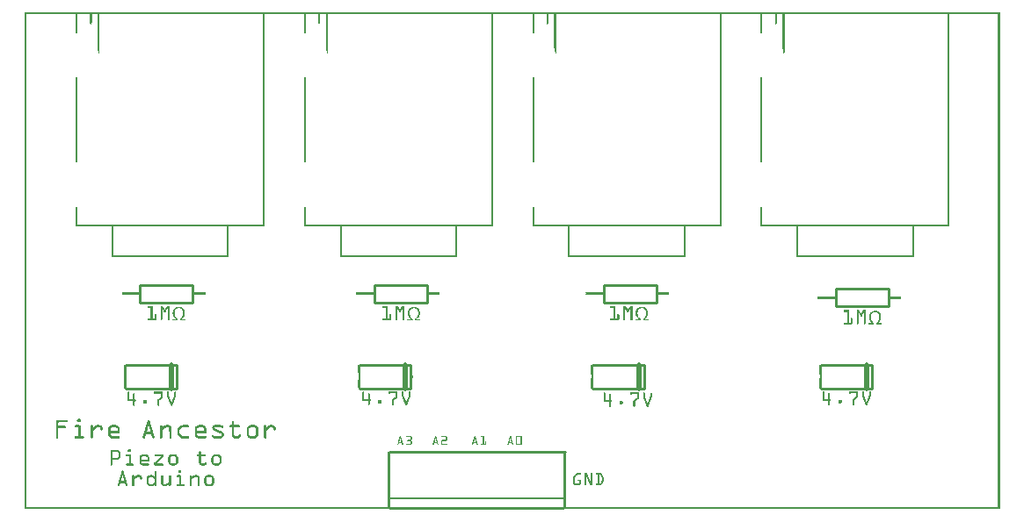
<source format=gto>
G04 MADE WITH FRITZING*
G04 WWW.FRITZING.ORG*
G04 DOUBLE SIDED*
G04 HOLES PLATED*
G04 CONTOUR ON CENTER OF CONTOUR VECTOR*
%ASAXBY*%
%FSLAX23Y23*%
%MOIN*%
%OFA0B0*%
%SFA1.0B1.0*%
%ADD10C,0.010000*%
%ADD11C,0.020000*%
%ADD12C,0.010011*%
%ADD13C,0.005005*%
%ADD14R,0.001000X0.001000*%
%LNSILK1*%
G90*
G70*
G54D10*
X438Y853D02*
X638Y853D01*
D02*
X638Y853D02*
X638Y787D01*
D02*
X638Y787D02*
X438Y787D01*
D02*
X438Y787D02*
X438Y853D01*
D02*
X1326Y853D02*
X1526Y853D01*
D02*
X1526Y853D02*
X1526Y787D01*
D02*
X1526Y787D02*
X1326Y787D01*
D02*
X1326Y787D02*
X1326Y853D01*
D02*
X2197Y853D02*
X2397Y853D01*
D02*
X2397Y853D02*
X2397Y787D01*
D02*
X2397Y787D02*
X2197Y787D01*
D02*
X2197Y787D02*
X2197Y853D01*
D02*
X3076Y838D02*
X3276Y838D01*
D02*
X3276Y838D02*
X3276Y772D01*
D02*
X3276Y772D02*
X3076Y772D01*
D02*
X3076Y772D02*
X3076Y838D01*
D02*
X577Y460D02*
X382Y460D01*
D02*
X382Y550D02*
X577Y550D01*
D02*
X577Y550D02*
X577Y460D01*
G54D11*
D02*
X557Y550D02*
X557Y460D01*
G54D10*
D02*
X1465Y460D02*
X1270Y460D01*
D02*
X1270Y550D02*
X1465Y550D01*
D02*
X1465Y550D02*
X1465Y460D01*
G54D11*
D02*
X1445Y550D02*
X1445Y460D01*
G54D10*
D02*
X3215Y460D02*
X3020Y460D01*
D02*
X3020Y550D02*
X3215Y550D01*
D02*
X3215Y550D02*
X3215Y460D01*
G54D11*
D02*
X3195Y550D02*
X3195Y460D01*
G54D10*
D02*
X2349Y460D02*
X2154Y460D01*
D02*
X2154Y550D02*
X2349Y550D01*
D02*
X2349Y550D02*
X2349Y460D01*
G54D11*
D02*
X2329Y550D02*
X2329Y460D01*
G54D12*
D02*
X2050Y219D02*
X1383Y219D01*
G54D13*
D02*
X1383Y43D02*
X2050Y43D01*
G54D14*
X0Y1890D02*
X3699Y1890D01*
X0Y1889D02*
X3699Y1889D01*
X0Y1888D02*
X3699Y1888D01*
X0Y1887D02*
X3699Y1887D01*
X0Y1886D02*
X3699Y1886D01*
X0Y1885D02*
X3699Y1885D01*
X0Y1884D02*
X3699Y1884D01*
X0Y1883D02*
X3699Y1883D01*
X0Y1882D02*
X7Y1882D01*
X194Y1882D02*
X200Y1882D01*
X248Y1882D02*
X255Y1882D01*
X277Y1882D02*
X284Y1882D01*
X904Y1882D02*
X911Y1882D01*
X1060Y1882D02*
X1066Y1882D01*
X1114Y1882D02*
X1120Y1882D01*
X1143Y1882D02*
X1150Y1882D01*
X1770Y1882D02*
X1777Y1882D01*
X1926Y1882D02*
X1932Y1882D01*
X1980Y1882D02*
X1986Y1882D01*
X2009Y1882D02*
X2016Y1882D01*
X2636Y1882D02*
X2643Y1882D01*
X2792Y1882D02*
X2798Y1882D01*
X2846Y1882D02*
X2852Y1882D01*
X2875Y1882D02*
X2882Y1882D01*
X3502Y1882D02*
X3508Y1882D01*
X3692Y1882D02*
X3699Y1882D01*
X0Y1881D02*
X7Y1881D01*
X194Y1881D02*
X200Y1881D01*
X248Y1881D02*
X255Y1881D01*
X277Y1881D02*
X284Y1881D01*
X904Y1881D02*
X911Y1881D01*
X1060Y1881D02*
X1066Y1881D01*
X1114Y1881D02*
X1120Y1881D01*
X1143Y1881D02*
X1150Y1881D01*
X1770Y1881D02*
X1777Y1881D01*
X1926Y1881D02*
X1932Y1881D01*
X1980Y1881D02*
X1986Y1881D01*
X2009Y1881D02*
X2016Y1881D01*
X2636Y1881D02*
X2643Y1881D01*
X2792Y1881D02*
X2798Y1881D01*
X2846Y1881D02*
X2852Y1881D01*
X2875Y1881D02*
X2882Y1881D01*
X3502Y1881D02*
X3508Y1881D01*
X3692Y1881D02*
X3699Y1881D01*
X0Y1880D02*
X7Y1880D01*
X194Y1880D02*
X200Y1880D01*
X248Y1880D02*
X255Y1880D01*
X277Y1880D02*
X284Y1880D01*
X904Y1880D02*
X911Y1880D01*
X1060Y1880D02*
X1066Y1880D01*
X1114Y1880D02*
X1120Y1880D01*
X1143Y1880D02*
X1150Y1880D01*
X1770Y1880D02*
X1777Y1880D01*
X1926Y1880D02*
X1932Y1880D01*
X1980Y1880D02*
X1986Y1880D01*
X2009Y1880D02*
X2016Y1880D01*
X2636Y1880D02*
X2643Y1880D01*
X2792Y1880D02*
X2798Y1880D01*
X2846Y1880D02*
X2852Y1880D01*
X2875Y1880D02*
X2882Y1880D01*
X3502Y1880D02*
X3508Y1880D01*
X3692Y1880D02*
X3699Y1880D01*
X0Y1879D02*
X7Y1879D01*
X194Y1879D02*
X200Y1879D01*
X248Y1879D02*
X255Y1879D01*
X277Y1879D02*
X284Y1879D01*
X904Y1879D02*
X911Y1879D01*
X1060Y1879D02*
X1066Y1879D01*
X1114Y1879D02*
X1120Y1879D01*
X1143Y1879D02*
X1150Y1879D01*
X1770Y1879D02*
X1777Y1879D01*
X1926Y1879D02*
X1932Y1879D01*
X1980Y1879D02*
X1986Y1879D01*
X2009Y1879D02*
X2016Y1879D01*
X2636Y1879D02*
X2643Y1879D01*
X2792Y1879D02*
X2798Y1879D01*
X2846Y1879D02*
X2852Y1879D01*
X2875Y1879D02*
X2882Y1879D01*
X3502Y1879D02*
X3508Y1879D01*
X3692Y1879D02*
X3699Y1879D01*
X0Y1878D02*
X7Y1878D01*
X194Y1878D02*
X200Y1878D01*
X248Y1878D02*
X255Y1878D01*
X277Y1878D02*
X284Y1878D01*
X904Y1878D02*
X911Y1878D01*
X1060Y1878D02*
X1066Y1878D01*
X1114Y1878D02*
X1120Y1878D01*
X1143Y1878D02*
X1150Y1878D01*
X1770Y1878D02*
X1777Y1878D01*
X1926Y1878D02*
X1932Y1878D01*
X1980Y1878D02*
X1986Y1878D01*
X2009Y1878D02*
X2016Y1878D01*
X2636Y1878D02*
X2643Y1878D01*
X2792Y1878D02*
X2798Y1878D01*
X2846Y1878D02*
X2852Y1878D01*
X2875Y1878D02*
X2882Y1878D01*
X3502Y1878D02*
X3508Y1878D01*
X3692Y1878D02*
X3699Y1878D01*
X0Y1877D02*
X7Y1877D01*
X194Y1877D02*
X200Y1877D01*
X248Y1877D02*
X255Y1877D01*
X277Y1877D02*
X284Y1877D01*
X904Y1877D02*
X911Y1877D01*
X1060Y1877D02*
X1066Y1877D01*
X1114Y1877D02*
X1120Y1877D01*
X1143Y1877D02*
X1150Y1877D01*
X1770Y1877D02*
X1777Y1877D01*
X1926Y1877D02*
X1932Y1877D01*
X1980Y1877D02*
X1986Y1877D01*
X2009Y1877D02*
X2016Y1877D01*
X2636Y1877D02*
X2643Y1877D01*
X2792Y1877D02*
X2798Y1877D01*
X2846Y1877D02*
X2852Y1877D01*
X2875Y1877D02*
X2882Y1877D01*
X3502Y1877D02*
X3508Y1877D01*
X3692Y1877D02*
X3699Y1877D01*
X0Y1876D02*
X7Y1876D01*
X194Y1876D02*
X200Y1876D01*
X248Y1876D02*
X255Y1876D01*
X277Y1876D02*
X284Y1876D01*
X904Y1876D02*
X911Y1876D01*
X1060Y1876D02*
X1066Y1876D01*
X1114Y1876D02*
X1120Y1876D01*
X1143Y1876D02*
X1150Y1876D01*
X1770Y1876D02*
X1777Y1876D01*
X1926Y1876D02*
X1932Y1876D01*
X1980Y1876D02*
X1986Y1876D01*
X2009Y1876D02*
X2016Y1876D01*
X2636Y1876D02*
X2643Y1876D01*
X2792Y1876D02*
X2798Y1876D01*
X2846Y1876D02*
X2852Y1876D01*
X2875Y1876D02*
X2882Y1876D01*
X3502Y1876D02*
X3508Y1876D01*
X3692Y1876D02*
X3699Y1876D01*
X0Y1875D02*
X7Y1875D01*
X194Y1875D02*
X200Y1875D01*
X248Y1875D02*
X255Y1875D01*
X277Y1875D02*
X284Y1875D01*
X904Y1875D02*
X911Y1875D01*
X1060Y1875D02*
X1066Y1875D01*
X1114Y1875D02*
X1120Y1875D01*
X1143Y1875D02*
X1150Y1875D01*
X1770Y1875D02*
X1777Y1875D01*
X1926Y1875D02*
X1932Y1875D01*
X1980Y1875D02*
X1986Y1875D01*
X2009Y1875D02*
X2016Y1875D01*
X2636Y1875D02*
X2643Y1875D01*
X2792Y1875D02*
X2798Y1875D01*
X2846Y1875D02*
X2852Y1875D01*
X2875Y1875D02*
X2882Y1875D01*
X3502Y1875D02*
X3508Y1875D01*
X3692Y1875D02*
X3699Y1875D01*
X0Y1874D02*
X7Y1874D01*
X194Y1874D02*
X200Y1874D01*
X248Y1874D02*
X255Y1874D01*
X277Y1874D02*
X284Y1874D01*
X904Y1874D02*
X911Y1874D01*
X1060Y1874D02*
X1066Y1874D01*
X1114Y1874D02*
X1120Y1874D01*
X1143Y1874D02*
X1150Y1874D01*
X1770Y1874D02*
X1777Y1874D01*
X1926Y1874D02*
X1932Y1874D01*
X1980Y1874D02*
X1986Y1874D01*
X2009Y1874D02*
X2016Y1874D01*
X2636Y1874D02*
X2643Y1874D01*
X2792Y1874D02*
X2798Y1874D01*
X2846Y1874D02*
X2852Y1874D01*
X2875Y1874D02*
X2882Y1874D01*
X3502Y1874D02*
X3508Y1874D01*
X3692Y1874D02*
X3699Y1874D01*
X0Y1873D02*
X7Y1873D01*
X194Y1873D02*
X200Y1873D01*
X248Y1873D02*
X255Y1873D01*
X277Y1873D02*
X284Y1873D01*
X904Y1873D02*
X911Y1873D01*
X1060Y1873D02*
X1066Y1873D01*
X1114Y1873D02*
X1120Y1873D01*
X1143Y1873D02*
X1150Y1873D01*
X1770Y1873D02*
X1777Y1873D01*
X1926Y1873D02*
X1932Y1873D01*
X1980Y1873D02*
X1986Y1873D01*
X2009Y1873D02*
X2016Y1873D01*
X2636Y1873D02*
X2643Y1873D01*
X2792Y1873D02*
X2798Y1873D01*
X2846Y1873D02*
X2852Y1873D01*
X2875Y1873D02*
X2882Y1873D01*
X3502Y1873D02*
X3508Y1873D01*
X3692Y1873D02*
X3699Y1873D01*
X0Y1872D02*
X7Y1872D01*
X194Y1872D02*
X200Y1872D01*
X248Y1872D02*
X255Y1872D01*
X277Y1872D02*
X284Y1872D01*
X904Y1872D02*
X911Y1872D01*
X1060Y1872D02*
X1066Y1872D01*
X1114Y1872D02*
X1120Y1872D01*
X1143Y1872D02*
X1150Y1872D01*
X1770Y1872D02*
X1777Y1872D01*
X1926Y1872D02*
X1932Y1872D01*
X1980Y1872D02*
X1986Y1872D01*
X2009Y1872D02*
X2016Y1872D01*
X2636Y1872D02*
X2643Y1872D01*
X2792Y1872D02*
X2798Y1872D01*
X2846Y1872D02*
X2852Y1872D01*
X2875Y1872D02*
X2882Y1872D01*
X3502Y1872D02*
X3508Y1872D01*
X3692Y1872D02*
X3699Y1872D01*
X0Y1871D02*
X7Y1871D01*
X194Y1871D02*
X200Y1871D01*
X248Y1871D02*
X255Y1871D01*
X277Y1871D02*
X284Y1871D01*
X904Y1871D02*
X911Y1871D01*
X1060Y1871D02*
X1066Y1871D01*
X1114Y1871D02*
X1120Y1871D01*
X1143Y1871D02*
X1150Y1871D01*
X1770Y1871D02*
X1777Y1871D01*
X1926Y1871D02*
X1932Y1871D01*
X1980Y1871D02*
X1986Y1871D01*
X2009Y1871D02*
X2016Y1871D01*
X2636Y1871D02*
X2643Y1871D01*
X2792Y1871D02*
X2798Y1871D01*
X2846Y1871D02*
X2852Y1871D01*
X2875Y1871D02*
X2882Y1871D01*
X3502Y1871D02*
X3508Y1871D01*
X3692Y1871D02*
X3699Y1871D01*
X0Y1870D02*
X7Y1870D01*
X194Y1870D02*
X200Y1870D01*
X248Y1870D02*
X255Y1870D01*
X277Y1870D02*
X284Y1870D01*
X904Y1870D02*
X911Y1870D01*
X1060Y1870D02*
X1066Y1870D01*
X1114Y1870D02*
X1120Y1870D01*
X1143Y1870D02*
X1150Y1870D01*
X1770Y1870D02*
X1777Y1870D01*
X1926Y1870D02*
X1932Y1870D01*
X1980Y1870D02*
X1986Y1870D01*
X2009Y1870D02*
X2016Y1870D01*
X2636Y1870D02*
X2643Y1870D01*
X2792Y1870D02*
X2798Y1870D01*
X2846Y1870D02*
X2852Y1870D01*
X2875Y1870D02*
X2882Y1870D01*
X3502Y1870D02*
X3508Y1870D01*
X3692Y1870D02*
X3699Y1870D01*
X0Y1869D02*
X7Y1869D01*
X194Y1869D02*
X200Y1869D01*
X248Y1869D02*
X255Y1869D01*
X277Y1869D02*
X284Y1869D01*
X904Y1869D02*
X911Y1869D01*
X1060Y1869D02*
X1066Y1869D01*
X1114Y1869D02*
X1120Y1869D01*
X1143Y1869D02*
X1150Y1869D01*
X1770Y1869D02*
X1777Y1869D01*
X1926Y1869D02*
X1932Y1869D01*
X1980Y1869D02*
X1986Y1869D01*
X2009Y1869D02*
X2016Y1869D01*
X2636Y1869D02*
X2643Y1869D01*
X2792Y1869D02*
X2798Y1869D01*
X2846Y1869D02*
X2852Y1869D01*
X2875Y1869D02*
X2882Y1869D01*
X3502Y1869D02*
X3508Y1869D01*
X3692Y1869D02*
X3699Y1869D01*
X0Y1868D02*
X7Y1868D01*
X194Y1868D02*
X200Y1868D01*
X248Y1868D02*
X255Y1868D01*
X277Y1868D02*
X284Y1868D01*
X904Y1868D02*
X911Y1868D01*
X1060Y1868D02*
X1066Y1868D01*
X1114Y1868D02*
X1120Y1868D01*
X1143Y1868D02*
X1150Y1868D01*
X1770Y1868D02*
X1777Y1868D01*
X1926Y1868D02*
X1932Y1868D01*
X1980Y1868D02*
X1986Y1868D01*
X2009Y1868D02*
X2016Y1868D01*
X2636Y1868D02*
X2643Y1868D01*
X2792Y1868D02*
X2798Y1868D01*
X2846Y1868D02*
X2852Y1868D01*
X2875Y1868D02*
X2882Y1868D01*
X3502Y1868D02*
X3508Y1868D01*
X3692Y1868D02*
X3699Y1868D01*
X0Y1867D02*
X7Y1867D01*
X194Y1867D02*
X200Y1867D01*
X248Y1867D02*
X255Y1867D01*
X277Y1867D02*
X284Y1867D01*
X904Y1867D02*
X911Y1867D01*
X1060Y1867D02*
X1066Y1867D01*
X1114Y1867D02*
X1120Y1867D01*
X1143Y1867D02*
X1150Y1867D01*
X1770Y1867D02*
X1777Y1867D01*
X1926Y1867D02*
X1932Y1867D01*
X1980Y1867D02*
X1986Y1867D01*
X2009Y1867D02*
X2016Y1867D01*
X2636Y1867D02*
X2643Y1867D01*
X2792Y1867D02*
X2798Y1867D01*
X2846Y1867D02*
X2852Y1867D01*
X2875Y1867D02*
X2882Y1867D01*
X3502Y1867D02*
X3508Y1867D01*
X3692Y1867D02*
X3699Y1867D01*
X0Y1866D02*
X7Y1866D01*
X194Y1866D02*
X200Y1866D01*
X248Y1866D02*
X255Y1866D01*
X277Y1866D02*
X284Y1866D01*
X904Y1866D02*
X911Y1866D01*
X1060Y1866D02*
X1066Y1866D01*
X1114Y1866D02*
X1120Y1866D01*
X1143Y1866D02*
X1150Y1866D01*
X1770Y1866D02*
X1777Y1866D01*
X1926Y1866D02*
X1932Y1866D01*
X1980Y1866D02*
X1986Y1866D01*
X2009Y1866D02*
X2016Y1866D01*
X2636Y1866D02*
X2643Y1866D01*
X2792Y1866D02*
X2798Y1866D01*
X2846Y1866D02*
X2852Y1866D01*
X2875Y1866D02*
X2882Y1866D01*
X3502Y1866D02*
X3508Y1866D01*
X3692Y1866D02*
X3699Y1866D01*
X0Y1865D02*
X7Y1865D01*
X194Y1865D02*
X200Y1865D01*
X248Y1865D02*
X255Y1865D01*
X277Y1865D02*
X284Y1865D01*
X904Y1865D02*
X911Y1865D01*
X1060Y1865D02*
X1066Y1865D01*
X1114Y1865D02*
X1120Y1865D01*
X1143Y1865D02*
X1150Y1865D01*
X1770Y1865D02*
X1777Y1865D01*
X1926Y1865D02*
X1932Y1865D01*
X1980Y1865D02*
X1986Y1865D01*
X2009Y1865D02*
X2016Y1865D01*
X2636Y1865D02*
X2643Y1865D01*
X2792Y1865D02*
X2798Y1865D01*
X2846Y1865D02*
X2852Y1865D01*
X2875Y1865D02*
X2882Y1865D01*
X3502Y1865D02*
X3508Y1865D01*
X3692Y1865D02*
X3699Y1865D01*
X0Y1864D02*
X7Y1864D01*
X194Y1864D02*
X200Y1864D01*
X248Y1864D02*
X255Y1864D01*
X277Y1864D02*
X284Y1864D01*
X904Y1864D02*
X911Y1864D01*
X1060Y1864D02*
X1066Y1864D01*
X1114Y1864D02*
X1120Y1864D01*
X1143Y1864D02*
X1150Y1864D01*
X1770Y1864D02*
X1777Y1864D01*
X1926Y1864D02*
X1932Y1864D01*
X1980Y1864D02*
X1986Y1864D01*
X2009Y1864D02*
X2016Y1864D01*
X2636Y1864D02*
X2643Y1864D01*
X2792Y1864D02*
X2798Y1864D01*
X2846Y1864D02*
X2852Y1864D01*
X2875Y1864D02*
X2882Y1864D01*
X3502Y1864D02*
X3508Y1864D01*
X3692Y1864D02*
X3699Y1864D01*
X0Y1863D02*
X7Y1863D01*
X194Y1863D02*
X200Y1863D01*
X248Y1863D02*
X255Y1863D01*
X277Y1863D02*
X284Y1863D01*
X904Y1863D02*
X911Y1863D01*
X1060Y1863D02*
X1066Y1863D01*
X1114Y1863D02*
X1120Y1863D01*
X1143Y1863D02*
X1150Y1863D01*
X1770Y1863D02*
X1777Y1863D01*
X1926Y1863D02*
X1932Y1863D01*
X1980Y1863D02*
X1986Y1863D01*
X2009Y1863D02*
X2016Y1863D01*
X2636Y1863D02*
X2643Y1863D01*
X2792Y1863D02*
X2798Y1863D01*
X2846Y1863D02*
X2852Y1863D01*
X2875Y1863D02*
X2882Y1863D01*
X3502Y1863D02*
X3508Y1863D01*
X3692Y1863D02*
X3699Y1863D01*
X0Y1862D02*
X7Y1862D01*
X194Y1862D02*
X200Y1862D01*
X248Y1862D02*
X255Y1862D01*
X277Y1862D02*
X284Y1862D01*
X904Y1862D02*
X911Y1862D01*
X1060Y1862D02*
X1066Y1862D01*
X1114Y1862D02*
X1120Y1862D01*
X1143Y1862D02*
X1150Y1862D01*
X1770Y1862D02*
X1777Y1862D01*
X1926Y1862D02*
X1932Y1862D01*
X1980Y1862D02*
X1986Y1862D01*
X2009Y1862D02*
X2016Y1862D01*
X2636Y1862D02*
X2643Y1862D01*
X2792Y1862D02*
X2798Y1862D01*
X2846Y1862D02*
X2852Y1862D01*
X2875Y1862D02*
X2882Y1862D01*
X3502Y1862D02*
X3508Y1862D01*
X3692Y1862D02*
X3699Y1862D01*
X0Y1861D02*
X7Y1861D01*
X194Y1861D02*
X200Y1861D01*
X248Y1861D02*
X255Y1861D01*
X277Y1861D02*
X284Y1861D01*
X904Y1861D02*
X911Y1861D01*
X1060Y1861D02*
X1066Y1861D01*
X1114Y1861D02*
X1120Y1861D01*
X1143Y1861D02*
X1150Y1861D01*
X1770Y1861D02*
X1777Y1861D01*
X1926Y1861D02*
X1932Y1861D01*
X1980Y1861D02*
X1986Y1861D01*
X2009Y1861D02*
X2016Y1861D01*
X2636Y1861D02*
X2643Y1861D01*
X2792Y1861D02*
X2798Y1861D01*
X2846Y1861D02*
X2852Y1861D01*
X2875Y1861D02*
X2882Y1861D01*
X3502Y1861D02*
X3508Y1861D01*
X3692Y1861D02*
X3699Y1861D01*
X0Y1860D02*
X7Y1860D01*
X194Y1860D02*
X200Y1860D01*
X248Y1860D02*
X255Y1860D01*
X277Y1860D02*
X284Y1860D01*
X904Y1860D02*
X911Y1860D01*
X1060Y1860D02*
X1066Y1860D01*
X1114Y1860D02*
X1120Y1860D01*
X1143Y1860D02*
X1150Y1860D01*
X1770Y1860D02*
X1777Y1860D01*
X1926Y1860D02*
X1932Y1860D01*
X1980Y1860D02*
X1986Y1860D01*
X2009Y1860D02*
X2016Y1860D01*
X2636Y1860D02*
X2643Y1860D01*
X2792Y1860D02*
X2798Y1860D01*
X2846Y1860D02*
X2852Y1860D01*
X2875Y1860D02*
X2882Y1860D01*
X3502Y1860D02*
X3508Y1860D01*
X3692Y1860D02*
X3699Y1860D01*
X0Y1859D02*
X7Y1859D01*
X194Y1859D02*
X200Y1859D01*
X248Y1859D02*
X255Y1859D01*
X277Y1859D02*
X284Y1859D01*
X904Y1859D02*
X911Y1859D01*
X1060Y1859D02*
X1066Y1859D01*
X1114Y1859D02*
X1120Y1859D01*
X1143Y1859D02*
X1150Y1859D01*
X1770Y1859D02*
X1777Y1859D01*
X1926Y1859D02*
X1932Y1859D01*
X1980Y1859D02*
X1986Y1859D01*
X2009Y1859D02*
X2016Y1859D01*
X2636Y1859D02*
X2643Y1859D01*
X2792Y1859D02*
X2798Y1859D01*
X2846Y1859D02*
X2852Y1859D01*
X2875Y1859D02*
X2882Y1859D01*
X3502Y1859D02*
X3508Y1859D01*
X3692Y1859D02*
X3699Y1859D01*
X0Y1858D02*
X7Y1858D01*
X194Y1858D02*
X200Y1858D01*
X248Y1858D02*
X255Y1858D01*
X277Y1858D02*
X284Y1858D01*
X904Y1858D02*
X911Y1858D01*
X1060Y1858D02*
X1066Y1858D01*
X1114Y1858D02*
X1120Y1858D01*
X1143Y1858D02*
X1150Y1858D01*
X1770Y1858D02*
X1777Y1858D01*
X1926Y1858D02*
X1932Y1858D01*
X1980Y1858D02*
X1986Y1858D01*
X2009Y1858D02*
X2016Y1858D01*
X2636Y1858D02*
X2643Y1858D01*
X2792Y1858D02*
X2798Y1858D01*
X2846Y1858D02*
X2852Y1858D01*
X2875Y1858D02*
X2882Y1858D01*
X3502Y1858D02*
X3508Y1858D01*
X3692Y1858D02*
X3699Y1858D01*
X0Y1857D02*
X7Y1857D01*
X194Y1857D02*
X200Y1857D01*
X248Y1857D02*
X255Y1857D01*
X277Y1857D02*
X284Y1857D01*
X904Y1857D02*
X911Y1857D01*
X1060Y1857D02*
X1066Y1857D01*
X1114Y1857D02*
X1120Y1857D01*
X1143Y1857D02*
X1150Y1857D01*
X1770Y1857D02*
X1777Y1857D01*
X1926Y1857D02*
X1932Y1857D01*
X1980Y1857D02*
X1986Y1857D01*
X2009Y1857D02*
X2016Y1857D01*
X2636Y1857D02*
X2643Y1857D01*
X2792Y1857D02*
X2798Y1857D01*
X2846Y1857D02*
X2852Y1857D01*
X2875Y1857D02*
X2882Y1857D01*
X3502Y1857D02*
X3508Y1857D01*
X3692Y1857D02*
X3699Y1857D01*
X0Y1856D02*
X7Y1856D01*
X194Y1856D02*
X200Y1856D01*
X248Y1856D02*
X255Y1856D01*
X277Y1856D02*
X284Y1856D01*
X904Y1856D02*
X911Y1856D01*
X1060Y1856D02*
X1066Y1856D01*
X1114Y1856D02*
X1120Y1856D01*
X1143Y1856D02*
X1150Y1856D01*
X1770Y1856D02*
X1777Y1856D01*
X1926Y1856D02*
X1932Y1856D01*
X1980Y1856D02*
X1986Y1856D01*
X2009Y1856D02*
X2016Y1856D01*
X2636Y1856D02*
X2643Y1856D01*
X2792Y1856D02*
X2798Y1856D01*
X2846Y1856D02*
X2852Y1856D01*
X2875Y1856D02*
X2882Y1856D01*
X3502Y1856D02*
X3508Y1856D01*
X3692Y1856D02*
X3699Y1856D01*
X0Y1855D02*
X7Y1855D01*
X194Y1855D02*
X200Y1855D01*
X248Y1855D02*
X255Y1855D01*
X277Y1855D02*
X284Y1855D01*
X904Y1855D02*
X911Y1855D01*
X1060Y1855D02*
X1066Y1855D01*
X1114Y1855D02*
X1120Y1855D01*
X1143Y1855D02*
X1150Y1855D01*
X1770Y1855D02*
X1777Y1855D01*
X1926Y1855D02*
X1932Y1855D01*
X1980Y1855D02*
X1986Y1855D01*
X2009Y1855D02*
X2016Y1855D01*
X2636Y1855D02*
X2643Y1855D01*
X2792Y1855D02*
X2798Y1855D01*
X2846Y1855D02*
X2852Y1855D01*
X2875Y1855D02*
X2882Y1855D01*
X3502Y1855D02*
X3508Y1855D01*
X3692Y1855D02*
X3699Y1855D01*
X0Y1854D02*
X7Y1854D01*
X194Y1854D02*
X200Y1854D01*
X248Y1854D02*
X255Y1854D01*
X277Y1854D02*
X284Y1854D01*
X904Y1854D02*
X911Y1854D01*
X1060Y1854D02*
X1066Y1854D01*
X1114Y1854D02*
X1120Y1854D01*
X1143Y1854D02*
X1150Y1854D01*
X1770Y1854D02*
X1777Y1854D01*
X1926Y1854D02*
X1932Y1854D01*
X1980Y1854D02*
X1986Y1854D01*
X2009Y1854D02*
X2016Y1854D01*
X2636Y1854D02*
X2643Y1854D01*
X2792Y1854D02*
X2798Y1854D01*
X2846Y1854D02*
X2852Y1854D01*
X2875Y1854D02*
X2882Y1854D01*
X3502Y1854D02*
X3508Y1854D01*
X3692Y1854D02*
X3699Y1854D01*
X0Y1853D02*
X7Y1853D01*
X194Y1853D02*
X200Y1853D01*
X248Y1853D02*
X255Y1853D01*
X277Y1853D02*
X284Y1853D01*
X904Y1853D02*
X911Y1853D01*
X1060Y1853D02*
X1066Y1853D01*
X1114Y1853D02*
X1120Y1853D01*
X1143Y1853D02*
X1150Y1853D01*
X1770Y1853D02*
X1777Y1853D01*
X1926Y1853D02*
X1932Y1853D01*
X1980Y1853D02*
X1986Y1853D01*
X2009Y1853D02*
X2016Y1853D01*
X2636Y1853D02*
X2643Y1853D01*
X2792Y1853D02*
X2798Y1853D01*
X2846Y1853D02*
X2852Y1853D01*
X2875Y1853D02*
X2882Y1853D01*
X3502Y1853D02*
X3508Y1853D01*
X3692Y1853D02*
X3699Y1853D01*
X0Y1852D02*
X7Y1852D01*
X194Y1852D02*
X200Y1852D01*
X248Y1852D02*
X255Y1852D01*
X277Y1852D02*
X284Y1852D01*
X904Y1852D02*
X911Y1852D01*
X1060Y1852D02*
X1066Y1852D01*
X1114Y1852D02*
X1120Y1852D01*
X1143Y1852D02*
X1150Y1852D01*
X1770Y1852D02*
X1777Y1852D01*
X1926Y1852D02*
X1932Y1852D01*
X1980Y1852D02*
X1986Y1852D01*
X2009Y1852D02*
X2016Y1852D01*
X2636Y1852D02*
X2643Y1852D01*
X2792Y1852D02*
X2798Y1852D01*
X2846Y1852D02*
X2852Y1852D01*
X2875Y1852D02*
X2882Y1852D01*
X3502Y1852D02*
X3508Y1852D01*
X3692Y1852D02*
X3699Y1852D01*
X0Y1851D02*
X7Y1851D01*
X194Y1851D02*
X200Y1851D01*
X248Y1851D02*
X255Y1851D01*
X277Y1851D02*
X284Y1851D01*
X904Y1851D02*
X911Y1851D01*
X1060Y1851D02*
X1066Y1851D01*
X1114Y1851D02*
X1120Y1851D01*
X1143Y1851D02*
X1150Y1851D01*
X1770Y1851D02*
X1777Y1851D01*
X1926Y1851D02*
X1932Y1851D01*
X1980Y1851D02*
X1986Y1851D01*
X2009Y1851D02*
X2016Y1851D01*
X2636Y1851D02*
X2643Y1851D01*
X2792Y1851D02*
X2798Y1851D01*
X2846Y1851D02*
X2852Y1851D01*
X2875Y1851D02*
X2882Y1851D01*
X3502Y1851D02*
X3508Y1851D01*
X3692Y1851D02*
X3699Y1851D01*
X0Y1850D02*
X7Y1850D01*
X194Y1850D02*
X200Y1850D01*
X248Y1850D02*
X255Y1850D01*
X277Y1850D02*
X284Y1850D01*
X904Y1850D02*
X911Y1850D01*
X1060Y1850D02*
X1066Y1850D01*
X1114Y1850D02*
X1120Y1850D01*
X1143Y1850D02*
X1150Y1850D01*
X1770Y1850D02*
X1777Y1850D01*
X1926Y1850D02*
X1932Y1850D01*
X1980Y1850D02*
X1986Y1850D01*
X2009Y1850D02*
X2016Y1850D01*
X2636Y1850D02*
X2643Y1850D01*
X2792Y1850D02*
X2798Y1850D01*
X2846Y1850D02*
X2852Y1850D01*
X2875Y1850D02*
X2882Y1850D01*
X3502Y1850D02*
X3508Y1850D01*
X3692Y1850D02*
X3699Y1850D01*
X0Y1849D02*
X7Y1849D01*
X194Y1849D02*
X200Y1849D01*
X248Y1849D02*
X255Y1849D01*
X277Y1849D02*
X284Y1849D01*
X904Y1849D02*
X911Y1849D01*
X1060Y1849D02*
X1066Y1849D01*
X1114Y1849D02*
X1120Y1849D01*
X1143Y1849D02*
X1150Y1849D01*
X1770Y1849D02*
X1777Y1849D01*
X1926Y1849D02*
X1932Y1849D01*
X1980Y1849D02*
X1986Y1849D01*
X2009Y1849D02*
X2016Y1849D01*
X2636Y1849D02*
X2643Y1849D01*
X2792Y1849D02*
X2798Y1849D01*
X2846Y1849D02*
X2852Y1849D01*
X2875Y1849D02*
X2882Y1849D01*
X3502Y1849D02*
X3508Y1849D01*
X3692Y1849D02*
X3699Y1849D01*
X0Y1848D02*
X7Y1848D01*
X194Y1848D02*
X200Y1848D01*
X248Y1848D02*
X255Y1848D01*
X277Y1848D02*
X284Y1848D01*
X904Y1848D02*
X911Y1848D01*
X1060Y1848D02*
X1066Y1848D01*
X1114Y1848D02*
X1120Y1848D01*
X1143Y1848D02*
X1150Y1848D01*
X1770Y1848D02*
X1777Y1848D01*
X1926Y1848D02*
X1932Y1848D01*
X1980Y1848D02*
X1986Y1848D01*
X2009Y1848D02*
X2016Y1848D01*
X2636Y1848D02*
X2643Y1848D01*
X2792Y1848D02*
X2798Y1848D01*
X2846Y1848D02*
X2852Y1848D01*
X2875Y1848D02*
X2882Y1848D01*
X3502Y1848D02*
X3508Y1848D01*
X3692Y1848D02*
X3699Y1848D01*
X0Y1847D02*
X7Y1847D01*
X194Y1847D02*
X200Y1847D01*
X248Y1847D02*
X254Y1847D01*
X277Y1847D02*
X284Y1847D01*
X904Y1847D02*
X911Y1847D01*
X1060Y1847D02*
X1066Y1847D01*
X1114Y1847D02*
X1120Y1847D01*
X1143Y1847D02*
X1150Y1847D01*
X1770Y1847D02*
X1777Y1847D01*
X1926Y1847D02*
X1932Y1847D01*
X1980Y1847D02*
X1986Y1847D01*
X2009Y1847D02*
X2016Y1847D01*
X2636Y1847D02*
X2643Y1847D01*
X2792Y1847D02*
X2798Y1847D01*
X2846Y1847D02*
X2852Y1847D01*
X2875Y1847D02*
X2882Y1847D01*
X3502Y1847D02*
X3508Y1847D01*
X3692Y1847D02*
X3699Y1847D01*
X0Y1846D02*
X7Y1846D01*
X194Y1846D02*
X200Y1846D01*
X248Y1846D02*
X254Y1846D01*
X277Y1846D02*
X284Y1846D01*
X904Y1846D02*
X911Y1846D01*
X1060Y1846D02*
X1066Y1846D01*
X1114Y1846D02*
X1120Y1846D01*
X1143Y1846D02*
X1150Y1846D01*
X1770Y1846D02*
X1777Y1846D01*
X1926Y1846D02*
X1932Y1846D01*
X1980Y1846D02*
X1986Y1846D01*
X2009Y1846D02*
X2016Y1846D01*
X2636Y1846D02*
X2643Y1846D01*
X2792Y1846D02*
X2798Y1846D01*
X2846Y1846D02*
X2852Y1846D01*
X2875Y1846D02*
X2882Y1846D01*
X3502Y1846D02*
X3508Y1846D01*
X3692Y1846D02*
X3699Y1846D01*
X0Y1845D02*
X7Y1845D01*
X194Y1845D02*
X200Y1845D01*
X249Y1845D02*
X254Y1845D01*
X277Y1845D02*
X284Y1845D01*
X904Y1845D02*
X911Y1845D01*
X1060Y1845D02*
X1066Y1845D01*
X1115Y1845D02*
X1120Y1845D01*
X1143Y1845D02*
X1150Y1845D01*
X1770Y1845D02*
X1777Y1845D01*
X1926Y1845D02*
X1932Y1845D01*
X1981Y1845D02*
X1986Y1845D01*
X2009Y1845D02*
X2016Y1845D01*
X2636Y1845D02*
X2643Y1845D01*
X2792Y1845D02*
X2798Y1845D01*
X2846Y1845D02*
X2852Y1845D01*
X2875Y1845D02*
X2882Y1845D01*
X3502Y1845D02*
X3508Y1845D01*
X3692Y1845D02*
X3699Y1845D01*
X0Y1844D02*
X7Y1844D01*
X194Y1844D02*
X200Y1844D01*
X250Y1844D02*
X252Y1844D01*
X277Y1844D02*
X284Y1844D01*
X904Y1844D02*
X911Y1844D01*
X1060Y1844D02*
X1066Y1844D01*
X1116Y1844D02*
X1118Y1844D01*
X1143Y1844D02*
X1150Y1844D01*
X1770Y1844D02*
X1777Y1844D01*
X1926Y1844D02*
X1932Y1844D01*
X1982Y1844D02*
X1984Y1844D01*
X2009Y1844D02*
X2016Y1844D01*
X2636Y1844D02*
X2643Y1844D01*
X2792Y1844D02*
X2798Y1844D01*
X2848Y1844D02*
X2850Y1844D01*
X2875Y1844D02*
X2882Y1844D01*
X3502Y1844D02*
X3508Y1844D01*
X3692Y1844D02*
X3699Y1844D01*
X0Y1843D02*
X7Y1843D01*
X194Y1843D02*
X200Y1843D01*
X277Y1843D02*
X284Y1843D01*
X904Y1843D02*
X911Y1843D01*
X1060Y1843D02*
X1066Y1843D01*
X1143Y1843D02*
X1150Y1843D01*
X1770Y1843D02*
X1777Y1843D01*
X1926Y1843D02*
X1932Y1843D01*
X2009Y1843D02*
X2016Y1843D01*
X2636Y1843D02*
X2643Y1843D01*
X2792Y1843D02*
X2798Y1843D01*
X2875Y1843D02*
X2882Y1843D01*
X3502Y1843D02*
X3508Y1843D01*
X3692Y1843D02*
X3699Y1843D01*
X0Y1842D02*
X7Y1842D01*
X194Y1842D02*
X200Y1842D01*
X277Y1842D02*
X284Y1842D01*
X904Y1842D02*
X911Y1842D01*
X1060Y1842D02*
X1066Y1842D01*
X1143Y1842D02*
X1150Y1842D01*
X1770Y1842D02*
X1777Y1842D01*
X1926Y1842D02*
X1932Y1842D01*
X2009Y1842D02*
X2016Y1842D01*
X2636Y1842D02*
X2643Y1842D01*
X2792Y1842D02*
X2798Y1842D01*
X2875Y1842D02*
X2882Y1842D01*
X3502Y1842D02*
X3508Y1842D01*
X3692Y1842D02*
X3699Y1842D01*
X0Y1841D02*
X7Y1841D01*
X194Y1841D02*
X200Y1841D01*
X277Y1841D02*
X284Y1841D01*
X904Y1841D02*
X911Y1841D01*
X1060Y1841D02*
X1066Y1841D01*
X1143Y1841D02*
X1150Y1841D01*
X1770Y1841D02*
X1777Y1841D01*
X1926Y1841D02*
X1932Y1841D01*
X2009Y1841D02*
X2016Y1841D01*
X2636Y1841D02*
X2643Y1841D01*
X2792Y1841D02*
X2798Y1841D01*
X2875Y1841D02*
X2882Y1841D01*
X3502Y1841D02*
X3508Y1841D01*
X3692Y1841D02*
X3699Y1841D01*
X0Y1840D02*
X7Y1840D01*
X194Y1840D02*
X200Y1840D01*
X277Y1840D02*
X284Y1840D01*
X904Y1840D02*
X911Y1840D01*
X1060Y1840D02*
X1066Y1840D01*
X1143Y1840D02*
X1150Y1840D01*
X1770Y1840D02*
X1777Y1840D01*
X1926Y1840D02*
X1932Y1840D01*
X2009Y1840D02*
X2016Y1840D01*
X2636Y1840D02*
X2643Y1840D01*
X2792Y1840D02*
X2798Y1840D01*
X2875Y1840D02*
X2882Y1840D01*
X3502Y1840D02*
X3508Y1840D01*
X3692Y1840D02*
X3699Y1840D01*
X0Y1839D02*
X7Y1839D01*
X194Y1839D02*
X200Y1839D01*
X277Y1839D02*
X284Y1839D01*
X904Y1839D02*
X911Y1839D01*
X1060Y1839D02*
X1066Y1839D01*
X1143Y1839D02*
X1150Y1839D01*
X1770Y1839D02*
X1777Y1839D01*
X1926Y1839D02*
X1932Y1839D01*
X2009Y1839D02*
X2016Y1839D01*
X2636Y1839D02*
X2643Y1839D01*
X2792Y1839D02*
X2798Y1839D01*
X2875Y1839D02*
X2882Y1839D01*
X3502Y1839D02*
X3508Y1839D01*
X3692Y1839D02*
X3699Y1839D01*
X0Y1838D02*
X7Y1838D01*
X194Y1838D02*
X200Y1838D01*
X277Y1838D02*
X284Y1838D01*
X904Y1838D02*
X911Y1838D01*
X1060Y1838D02*
X1066Y1838D01*
X1143Y1838D02*
X1150Y1838D01*
X1770Y1838D02*
X1777Y1838D01*
X1926Y1838D02*
X1932Y1838D01*
X2009Y1838D02*
X2016Y1838D01*
X2636Y1838D02*
X2643Y1838D01*
X2792Y1838D02*
X2798Y1838D01*
X2875Y1838D02*
X2882Y1838D01*
X3502Y1838D02*
X3508Y1838D01*
X3692Y1838D02*
X3699Y1838D01*
X0Y1837D02*
X7Y1837D01*
X194Y1837D02*
X200Y1837D01*
X277Y1837D02*
X284Y1837D01*
X904Y1837D02*
X911Y1837D01*
X1060Y1837D02*
X1066Y1837D01*
X1143Y1837D02*
X1150Y1837D01*
X1770Y1837D02*
X1777Y1837D01*
X1926Y1837D02*
X1932Y1837D01*
X2009Y1837D02*
X2016Y1837D01*
X2636Y1837D02*
X2643Y1837D01*
X2792Y1837D02*
X2798Y1837D01*
X2875Y1837D02*
X2882Y1837D01*
X3502Y1837D02*
X3508Y1837D01*
X3692Y1837D02*
X3699Y1837D01*
X0Y1836D02*
X7Y1836D01*
X194Y1836D02*
X200Y1836D01*
X277Y1836D02*
X284Y1836D01*
X904Y1836D02*
X911Y1836D01*
X1060Y1836D02*
X1066Y1836D01*
X1143Y1836D02*
X1150Y1836D01*
X1770Y1836D02*
X1777Y1836D01*
X1926Y1836D02*
X1932Y1836D01*
X2009Y1836D02*
X2016Y1836D01*
X2636Y1836D02*
X2643Y1836D01*
X2792Y1836D02*
X2798Y1836D01*
X2875Y1836D02*
X2882Y1836D01*
X3502Y1836D02*
X3508Y1836D01*
X3692Y1836D02*
X3699Y1836D01*
X0Y1835D02*
X7Y1835D01*
X194Y1835D02*
X200Y1835D01*
X277Y1835D02*
X284Y1835D01*
X904Y1835D02*
X911Y1835D01*
X1060Y1835D02*
X1066Y1835D01*
X1143Y1835D02*
X1150Y1835D01*
X1770Y1835D02*
X1777Y1835D01*
X1926Y1835D02*
X1932Y1835D01*
X2009Y1835D02*
X2016Y1835D01*
X2636Y1835D02*
X2643Y1835D01*
X2792Y1835D02*
X2798Y1835D01*
X2875Y1835D02*
X2882Y1835D01*
X3502Y1835D02*
X3508Y1835D01*
X3692Y1835D02*
X3699Y1835D01*
X0Y1834D02*
X7Y1834D01*
X194Y1834D02*
X200Y1834D01*
X277Y1834D02*
X284Y1834D01*
X904Y1834D02*
X911Y1834D01*
X1060Y1834D02*
X1066Y1834D01*
X1143Y1834D02*
X1150Y1834D01*
X1770Y1834D02*
X1777Y1834D01*
X1926Y1834D02*
X1932Y1834D01*
X2009Y1834D02*
X2016Y1834D01*
X2636Y1834D02*
X2643Y1834D01*
X2792Y1834D02*
X2798Y1834D01*
X2875Y1834D02*
X2882Y1834D01*
X3502Y1834D02*
X3508Y1834D01*
X3692Y1834D02*
X3699Y1834D01*
X0Y1833D02*
X7Y1833D01*
X194Y1833D02*
X200Y1833D01*
X277Y1833D02*
X284Y1833D01*
X904Y1833D02*
X911Y1833D01*
X1060Y1833D02*
X1066Y1833D01*
X1143Y1833D02*
X1150Y1833D01*
X1770Y1833D02*
X1777Y1833D01*
X1926Y1833D02*
X1932Y1833D01*
X2009Y1833D02*
X2016Y1833D01*
X2636Y1833D02*
X2643Y1833D01*
X2792Y1833D02*
X2798Y1833D01*
X2875Y1833D02*
X2882Y1833D01*
X3502Y1833D02*
X3508Y1833D01*
X3692Y1833D02*
X3699Y1833D01*
X0Y1832D02*
X7Y1832D01*
X194Y1832D02*
X200Y1832D01*
X277Y1832D02*
X284Y1832D01*
X904Y1832D02*
X911Y1832D01*
X1060Y1832D02*
X1066Y1832D01*
X1143Y1832D02*
X1150Y1832D01*
X1770Y1832D02*
X1777Y1832D01*
X1926Y1832D02*
X1932Y1832D01*
X2009Y1832D02*
X2016Y1832D01*
X2636Y1832D02*
X2643Y1832D01*
X2792Y1832D02*
X2798Y1832D01*
X2875Y1832D02*
X2882Y1832D01*
X3502Y1832D02*
X3508Y1832D01*
X3692Y1832D02*
X3699Y1832D01*
X0Y1831D02*
X7Y1831D01*
X194Y1831D02*
X200Y1831D01*
X277Y1831D02*
X284Y1831D01*
X904Y1831D02*
X911Y1831D01*
X1060Y1831D02*
X1066Y1831D01*
X1143Y1831D02*
X1150Y1831D01*
X1770Y1831D02*
X1777Y1831D01*
X1926Y1831D02*
X1932Y1831D01*
X2009Y1831D02*
X2016Y1831D01*
X2636Y1831D02*
X2643Y1831D01*
X2792Y1831D02*
X2798Y1831D01*
X2875Y1831D02*
X2882Y1831D01*
X3502Y1831D02*
X3508Y1831D01*
X3692Y1831D02*
X3699Y1831D01*
X0Y1830D02*
X7Y1830D01*
X194Y1830D02*
X200Y1830D01*
X277Y1830D02*
X284Y1830D01*
X904Y1830D02*
X911Y1830D01*
X1060Y1830D02*
X1066Y1830D01*
X1143Y1830D02*
X1150Y1830D01*
X1770Y1830D02*
X1777Y1830D01*
X1926Y1830D02*
X1932Y1830D01*
X2009Y1830D02*
X2016Y1830D01*
X2636Y1830D02*
X2643Y1830D01*
X2792Y1830D02*
X2798Y1830D01*
X2875Y1830D02*
X2882Y1830D01*
X3502Y1830D02*
X3508Y1830D01*
X3692Y1830D02*
X3699Y1830D01*
X0Y1829D02*
X7Y1829D01*
X194Y1829D02*
X200Y1829D01*
X277Y1829D02*
X284Y1829D01*
X904Y1829D02*
X911Y1829D01*
X1060Y1829D02*
X1066Y1829D01*
X1143Y1829D02*
X1150Y1829D01*
X1770Y1829D02*
X1777Y1829D01*
X1926Y1829D02*
X1932Y1829D01*
X2009Y1829D02*
X2016Y1829D01*
X2636Y1829D02*
X2643Y1829D01*
X2792Y1829D02*
X2798Y1829D01*
X2875Y1829D02*
X2882Y1829D01*
X3502Y1829D02*
X3508Y1829D01*
X3692Y1829D02*
X3699Y1829D01*
X0Y1828D02*
X7Y1828D01*
X194Y1828D02*
X200Y1828D01*
X277Y1828D02*
X284Y1828D01*
X904Y1828D02*
X911Y1828D01*
X1060Y1828D02*
X1066Y1828D01*
X1143Y1828D02*
X1150Y1828D01*
X1770Y1828D02*
X1777Y1828D01*
X1926Y1828D02*
X1932Y1828D01*
X2009Y1828D02*
X2016Y1828D01*
X2636Y1828D02*
X2643Y1828D01*
X2792Y1828D02*
X2798Y1828D01*
X2875Y1828D02*
X2882Y1828D01*
X3502Y1828D02*
X3508Y1828D01*
X3692Y1828D02*
X3699Y1828D01*
X0Y1827D02*
X7Y1827D01*
X194Y1827D02*
X200Y1827D01*
X277Y1827D02*
X284Y1827D01*
X904Y1827D02*
X911Y1827D01*
X1060Y1827D02*
X1066Y1827D01*
X1143Y1827D02*
X1150Y1827D01*
X1770Y1827D02*
X1777Y1827D01*
X1926Y1827D02*
X1932Y1827D01*
X2009Y1827D02*
X2016Y1827D01*
X2636Y1827D02*
X2643Y1827D01*
X2792Y1827D02*
X2798Y1827D01*
X2875Y1827D02*
X2882Y1827D01*
X3502Y1827D02*
X3508Y1827D01*
X3692Y1827D02*
X3699Y1827D01*
X0Y1826D02*
X7Y1826D01*
X194Y1826D02*
X200Y1826D01*
X277Y1826D02*
X284Y1826D01*
X904Y1826D02*
X911Y1826D01*
X1060Y1826D02*
X1066Y1826D01*
X1143Y1826D02*
X1150Y1826D01*
X1770Y1826D02*
X1777Y1826D01*
X1926Y1826D02*
X1932Y1826D01*
X2009Y1826D02*
X2016Y1826D01*
X2636Y1826D02*
X2643Y1826D01*
X2792Y1826D02*
X2798Y1826D01*
X2875Y1826D02*
X2882Y1826D01*
X3502Y1826D02*
X3508Y1826D01*
X3692Y1826D02*
X3699Y1826D01*
X0Y1825D02*
X7Y1825D01*
X194Y1825D02*
X200Y1825D01*
X277Y1825D02*
X284Y1825D01*
X904Y1825D02*
X911Y1825D01*
X1060Y1825D02*
X1066Y1825D01*
X1143Y1825D02*
X1150Y1825D01*
X1770Y1825D02*
X1777Y1825D01*
X1926Y1825D02*
X1932Y1825D01*
X2009Y1825D02*
X2016Y1825D01*
X2636Y1825D02*
X2643Y1825D01*
X2792Y1825D02*
X2798Y1825D01*
X2875Y1825D02*
X2882Y1825D01*
X3502Y1825D02*
X3508Y1825D01*
X3692Y1825D02*
X3699Y1825D01*
X0Y1824D02*
X7Y1824D01*
X194Y1824D02*
X200Y1824D01*
X277Y1824D02*
X284Y1824D01*
X904Y1824D02*
X911Y1824D01*
X1060Y1824D02*
X1066Y1824D01*
X1143Y1824D02*
X1150Y1824D01*
X1770Y1824D02*
X1777Y1824D01*
X1926Y1824D02*
X1932Y1824D01*
X2009Y1824D02*
X2016Y1824D01*
X2636Y1824D02*
X2643Y1824D01*
X2792Y1824D02*
X2798Y1824D01*
X2875Y1824D02*
X2882Y1824D01*
X3502Y1824D02*
X3508Y1824D01*
X3692Y1824D02*
X3699Y1824D01*
X0Y1823D02*
X7Y1823D01*
X194Y1823D02*
X200Y1823D01*
X277Y1823D02*
X284Y1823D01*
X904Y1823D02*
X911Y1823D01*
X1060Y1823D02*
X1066Y1823D01*
X1143Y1823D02*
X1150Y1823D01*
X1770Y1823D02*
X1777Y1823D01*
X1926Y1823D02*
X1932Y1823D01*
X2009Y1823D02*
X2016Y1823D01*
X2636Y1823D02*
X2643Y1823D01*
X2792Y1823D02*
X2798Y1823D01*
X2875Y1823D02*
X2882Y1823D01*
X3502Y1823D02*
X3508Y1823D01*
X3692Y1823D02*
X3699Y1823D01*
X0Y1822D02*
X7Y1822D01*
X194Y1822D02*
X200Y1822D01*
X277Y1822D02*
X284Y1822D01*
X904Y1822D02*
X911Y1822D01*
X1060Y1822D02*
X1066Y1822D01*
X1143Y1822D02*
X1150Y1822D01*
X1770Y1822D02*
X1777Y1822D01*
X1926Y1822D02*
X1932Y1822D01*
X2009Y1822D02*
X2016Y1822D01*
X2636Y1822D02*
X2643Y1822D01*
X2792Y1822D02*
X2798Y1822D01*
X2875Y1822D02*
X2882Y1822D01*
X3502Y1822D02*
X3508Y1822D01*
X3692Y1822D02*
X3699Y1822D01*
X0Y1821D02*
X7Y1821D01*
X194Y1821D02*
X200Y1821D01*
X277Y1821D02*
X284Y1821D01*
X904Y1821D02*
X911Y1821D01*
X1060Y1821D02*
X1066Y1821D01*
X1143Y1821D02*
X1150Y1821D01*
X1770Y1821D02*
X1777Y1821D01*
X1926Y1821D02*
X1932Y1821D01*
X2009Y1821D02*
X2016Y1821D01*
X2636Y1821D02*
X2643Y1821D01*
X2792Y1821D02*
X2798Y1821D01*
X2875Y1821D02*
X2882Y1821D01*
X3502Y1821D02*
X3508Y1821D01*
X3692Y1821D02*
X3699Y1821D01*
X0Y1820D02*
X7Y1820D01*
X194Y1820D02*
X200Y1820D01*
X277Y1820D02*
X284Y1820D01*
X904Y1820D02*
X911Y1820D01*
X1060Y1820D02*
X1066Y1820D01*
X1143Y1820D02*
X1150Y1820D01*
X1770Y1820D02*
X1777Y1820D01*
X1926Y1820D02*
X1932Y1820D01*
X2009Y1820D02*
X2016Y1820D01*
X2636Y1820D02*
X2643Y1820D01*
X2792Y1820D02*
X2798Y1820D01*
X2875Y1820D02*
X2882Y1820D01*
X3502Y1820D02*
X3508Y1820D01*
X3692Y1820D02*
X3699Y1820D01*
X0Y1819D02*
X7Y1819D01*
X194Y1819D02*
X200Y1819D01*
X277Y1819D02*
X284Y1819D01*
X904Y1819D02*
X911Y1819D01*
X1060Y1819D02*
X1066Y1819D01*
X1143Y1819D02*
X1150Y1819D01*
X1770Y1819D02*
X1777Y1819D01*
X1926Y1819D02*
X1932Y1819D01*
X2009Y1819D02*
X2016Y1819D01*
X2636Y1819D02*
X2643Y1819D01*
X2792Y1819D02*
X2798Y1819D01*
X2875Y1819D02*
X2882Y1819D01*
X3502Y1819D02*
X3508Y1819D01*
X3692Y1819D02*
X3699Y1819D01*
X0Y1818D02*
X7Y1818D01*
X194Y1818D02*
X200Y1818D01*
X277Y1818D02*
X284Y1818D01*
X904Y1818D02*
X911Y1818D01*
X1060Y1818D02*
X1066Y1818D01*
X1143Y1818D02*
X1150Y1818D01*
X1770Y1818D02*
X1777Y1818D01*
X1926Y1818D02*
X1932Y1818D01*
X2009Y1818D02*
X2016Y1818D01*
X2636Y1818D02*
X2643Y1818D01*
X2792Y1818D02*
X2798Y1818D01*
X2875Y1818D02*
X2882Y1818D01*
X3502Y1818D02*
X3508Y1818D01*
X3692Y1818D02*
X3699Y1818D01*
X0Y1817D02*
X7Y1817D01*
X194Y1817D02*
X200Y1817D01*
X277Y1817D02*
X284Y1817D01*
X904Y1817D02*
X911Y1817D01*
X1060Y1817D02*
X1066Y1817D01*
X1143Y1817D02*
X1150Y1817D01*
X1770Y1817D02*
X1777Y1817D01*
X1926Y1817D02*
X1932Y1817D01*
X2009Y1817D02*
X2016Y1817D01*
X2636Y1817D02*
X2643Y1817D01*
X2792Y1817D02*
X2798Y1817D01*
X2875Y1817D02*
X2882Y1817D01*
X3502Y1817D02*
X3508Y1817D01*
X3692Y1817D02*
X3699Y1817D01*
X0Y1816D02*
X7Y1816D01*
X194Y1816D02*
X200Y1816D01*
X277Y1816D02*
X284Y1816D01*
X904Y1816D02*
X911Y1816D01*
X1060Y1816D02*
X1066Y1816D01*
X1143Y1816D02*
X1150Y1816D01*
X1770Y1816D02*
X1777Y1816D01*
X1926Y1816D02*
X1932Y1816D01*
X2009Y1816D02*
X2016Y1816D01*
X2636Y1816D02*
X2643Y1816D01*
X2792Y1816D02*
X2798Y1816D01*
X2875Y1816D02*
X2882Y1816D01*
X3502Y1816D02*
X3508Y1816D01*
X3692Y1816D02*
X3699Y1816D01*
X0Y1815D02*
X7Y1815D01*
X194Y1815D02*
X200Y1815D01*
X277Y1815D02*
X284Y1815D01*
X904Y1815D02*
X911Y1815D01*
X1060Y1815D02*
X1066Y1815D01*
X1143Y1815D02*
X1150Y1815D01*
X1770Y1815D02*
X1777Y1815D01*
X1926Y1815D02*
X1932Y1815D01*
X2009Y1815D02*
X2016Y1815D01*
X2636Y1815D02*
X2643Y1815D01*
X2792Y1815D02*
X2798Y1815D01*
X2875Y1815D02*
X2882Y1815D01*
X3502Y1815D02*
X3508Y1815D01*
X3692Y1815D02*
X3699Y1815D01*
X0Y1814D02*
X7Y1814D01*
X194Y1814D02*
X200Y1814D01*
X277Y1814D02*
X284Y1814D01*
X904Y1814D02*
X911Y1814D01*
X1060Y1814D02*
X1066Y1814D01*
X1143Y1814D02*
X1150Y1814D01*
X1770Y1814D02*
X1777Y1814D01*
X1926Y1814D02*
X1932Y1814D01*
X2009Y1814D02*
X2016Y1814D01*
X2636Y1814D02*
X2643Y1814D01*
X2792Y1814D02*
X2798Y1814D01*
X2875Y1814D02*
X2882Y1814D01*
X3502Y1814D02*
X3508Y1814D01*
X3692Y1814D02*
X3699Y1814D01*
X0Y1813D02*
X7Y1813D01*
X194Y1813D02*
X200Y1813D01*
X277Y1813D02*
X284Y1813D01*
X904Y1813D02*
X911Y1813D01*
X1060Y1813D02*
X1066Y1813D01*
X1143Y1813D02*
X1150Y1813D01*
X1770Y1813D02*
X1777Y1813D01*
X1926Y1813D02*
X1932Y1813D01*
X2009Y1813D02*
X2016Y1813D01*
X2636Y1813D02*
X2643Y1813D01*
X2792Y1813D02*
X2798Y1813D01*
X2875Y1813D02*
X2882Y1813D01*
X3502Y1813D02*
X3508Y1813D01*
X3692Y1813D02*
X3699Y1813D01*
X0Y1812D02*
X7Y1812D01*
X194Y1812D02*
X200Y1812D01*
X277Y1812D02*
X284Y1812D01*
X904Y1812D02*
X911Y1812D01*
X1060Y1812D02*
X1066Y1812D01*
X1143Y1812D02*
X1150Y1812D01*
X1770Y1812D02*
X1777Y1812D01*
X1926Y1812D02*
X1932Y1812D01*
X2009Y1812D02*
X2016Y1812D01*
X2636Y1812D02*
X2643Y1812D01*
X2792Y1812D02*
X2798Y1812D01*
X2875Y1812D02*
X2882Y1812D01*
X3502Y1812D02*
X3508Y1812D01*
X3692Y1812D02*
X3699Y1812D01*
X0Y1811D02*
X7Y1811D01*
X194Y1811D02*
X200Y1811D01*
X277Y1811D02*
X284Y1811D01*
X904Y1811D02*
X911Y1811D01*
X1060Y1811D02*
X1066Y1811D01*
X1143Y1811D02*
X1150Y1811D01*
X1770Y1811D02*
X1777Y1811D01*
X1926Y1811D02*
X1932Y1811D01*
X2009Y1811D02*
X2016Y1811D01*
X2636Y1811D02*
X2643Y1811D01*
X2792Y1811D02*
X2798Y1811D01*
X2875Y1811D02*
X2882Y1811D01*
X3502Y1811D02*
X3508Y1811D01*
X3692Y1811D02*
X3699Y1811D01*
X0Y1810D02*
X7Y1810D01*
X194Y1810D02*
X200Y1810D01*
X277Y1810D02*
X284Y1810D01*
X904Y1810D02*
X911Y1810D01*
X1060Y1810D02*
X1066Y1810D01*
X1143Y1810D02*
X1150Y1810D01*
X1770Y1810D02*
X1777Y1810D01*
X1926Y1810D02*
X1932Y1810D01*
X2009Y1810D02*
X2016Y1810D01*
X2636Y1810D02*
X2643Y1810D01*
X2792Y1810D02*
X2798Y1810D01*
X2875Y1810D02*
X2882Y1810D01*
X3502Y1810D02*
X3508Y1810D01*
X3692Y1810D02*
X3699Y1810D01*
X0Y1809D02*
X7Y1809D01*
X277Y1809D02*
X284Y1809D01*
X904Y1809D02*
X911Y1809D01*
X1143Y1809D02*
X1150Y1809D01*
X1770Y1809D02*
X1777Y1809D01*
X2009Y1809D02*
X2016Y1809D01*
X2636Y1809D02*
X2643Y1809D01*
X2875Y1809D02*
X2882Y1809D01*
X3502Y1809D02*
X3508Y1809D01*
X3692Y1809D02*
X3699Y1809D01*
X0Y1808D02*
X7Y1808D01*
X277Y1808D02*
X284Y1808D01*
X904Y1808D02*
X911Y1808D01*
X1143Y1808D02*
X1150Y1808D01*
X1770Y1808D02*
X1777Y1808D01*
X2009Y1808D02*
X2016Y1808D01*
X2636Y1808D02*
X2643Y1808D01*
X2875Y1808D02*
X2882Y1808D01*
X3502Y1808D02*
X3508Y1808D01*
X3692Y1808D02*
X3699Y1808D01*
X0Y1807D02*
X7Y1807D01*
X277Y1807D02*
X284Y1807D01*
X904Y1807D02*
X911Y1807D01*
X1143Y1807D02*
X1150Y1807D01*
X1770Y1807D02*
X1777Y1807D01*
X2009Y1807D02*
X2016Y1807D01*
X2636Y1807D02*
X2643Y1807D01*
X2875Y1807D02*
X2882Y1807D01*
X3502Y1807D02*
X3508Y1807D01*
X3692Y1807D02*
X3699Y1807D01*
X0Y1806D02*
X7Y1806D01*
X277Y1806D02*
X284Y1806D01*
X904Y1806D02*
X911Y1806D01*
X1143Y1806D02*
X1150Y1806D01*
X1770Y1806D02*
X1777Y1806D01*
X2009Y1806D02*
X2016Y1806D01*
X2636Y1806D02*
X2643Y1806D01*
X2875Y1806D02*
X2882Y1806D01*
X3502Y1806D02*
X3508Y1806D01*
X3692Y1806D02*
X3699Y1806D01*
X0Y1805D02*
X7Y1805D01*
X277Y1805D02*
X284Y1805D01*
X904Y1805D02*
X911Y1805D01*
X1143Y1805D02*
X1150Y1805D01*
X1770Y1805D02*
X1777Y1805D01*
X2009Y1805D02*
X2016Y1805D01*
X2636Y1805D02*
X2643Y1805D01*
X2875Y1805D02*
X2882Y1805D01*
X3502Y1805D02*
X3508Y1805D01*
X3692Y1805D02*
X3699Y1805D01*
X0Y1804D02*
X7Y1804D01*
X277Y1804D02*
X284Y1804D01*
X904Y1804D02*
X911Y1804D01*
X1143Y1804D02*
X1150Y1804D01*
X1770Y1804D02*
X1777Y1804D01*
X2009Y1804D02*
X2016Y1804D01*
X2636Y1804D02*
X2643Y1804D01*
X2875Y1804D02*
X2882Y1804D01*
X3502Y1804D02*
X3508Y1804D01*
X3692Y1804D02*
X3699Y1804D01*
X0Y1803D02*
X7Y1803D01*
X277Y1803D02*
X284Y1803D01*
X904Y1803D02*
X911Y1803D01*
X1143Y1803D02*
X1150Y1803D01*
X1770Y1803D02*
X1777Y1803D01*
X2009Y1803D02*
X2016Y1803D01*
X2636Y1803D02*
X2643Y1803D01*
X2875Y1803D02*
X2882Y1803D01*
X3502Y1803D02*
X3508Y1803D01*
X3692Y1803D02*
X3699Y1803D01*
X0Y1802D02*
X7Y1802D01*
X277Y1802D02*
X284Y1802D01*
X904Y1802D02*
X911Y1802D01*
X1143Y1802D02*
X1150Y1802D01*
X1770Y1802D02*
X1777Y1802D01*
X2009Y1802D02*
X2016Y1802D01*
X2636Y1802D02*
X2643Y1802D01*
X2875Y1802D02*
X2882Y1802D01*
X3502Y1802D02*
X3508Y1802D01*
X3692Y1802D02*
X3699Y1802D01*
X0Y1801D02*
X7Y1801D01*
X277Y1801D02*
X284Y1801D01*
X904Y1801D02*
X911Y1801D01*
X1143Y1801D02*
X1150Y1801D01*
X1770Y1801D02*
X1777Y1801D01*
X2009Y1801D02*
X2016Y1801D01*
X2636Y1801D02*
X2643Y1801D01*
X2875Y1801D02*
X2882Y1801D01*
X3502Y1801D02*
X3508Y1801D01*
X3692Y1801D02*
X3699Y1801D01*
X0Y1800D02*
X7Y1800D01*
X277Y1800D02*
X284Y1800D01*
X904Y1800D02*
X911Y1800D01*
X1143Y1800D02*
X1150Y1800D01*
X1770Y1800D02*
X1777Y1800D01*
X2009Y1800D02*
X2016Y1800D01*
X2636Y1800D02*
X2643Y1800D01*
X2875Y1800D02*
X2882Y1800D01*
X3502Y1800D02*
X3508Y1800D01*
X3692Y1800D02*
X3699Y1800D01*
X0Y1799D02*
X7Y1799D01*
X277Y1799D02*
X284Y1799D01*
X904Y1799D02*
X911Y1799D01*
X1143Y1799D02*
X1150Y1799D01*
X1770Y1799D02*
X1777Y1799D01*
X2009Y1799D02*
X2016Y1799D01*
X2636Y1799D02*
X2643Y1799D01*
X2875Y1799D02*
X2882Y1799D01*
X3502Y1799D02*
X3508Y1799D01*
X3692Y1799D02*
X3699Y1799D01*
X0Y1798D02*
X7Y1798D01*
X277Y1798D02*
X284Y1798D01*
X904Y1798D02*
X911Y1798D01*
X1143Y1798D02*
X1150Y1798D01*
X1770Y1798D02*
X1777Y1798D01*
X2009Y1798D02*
X2016Y1798D01*
X2636Y1798D02*
X2643Y1798D01*
X2875Y1798D02*
X2882Y1798D01*
X3502Y1798D02*
X3508Y1798D01*
X3692Y1798D02*
X3699Y1798D01*
X0Y1797D02*
X7Y1797D01*
X277Y1797D02*
X284Y1797D01*
X904Y1797D02*
X911Y1797D01*
X1143Y1797D02*
X1150Y1797D01*
X1770Y1797D02*
X1777Y1797D01*
X2009Y1797D02*
X2016Y1797D01*
X2636Y1797D02*
X2643Y1797D01*
X2875Y1797D02*
X2882Y1797D01*
X3502Y1797D02*
X3508Y1797D01*
X3692Y1797D02*
X3699Y1797D01*
X0Y1796D02*
X7Y1796D01*
X277Y1796D02*
X284Y1796D01*
X904Y1796D02*
X911Y1796D01*
X1143Y1796D02*
X1150Y1796D01*
X1770Y1796D02*
X1777Y1796D01*
X2009Y1796D02*
X2016Y1796D01*
X2636Y1796D02*
X2643Y1796D01*
X2875Y1796D02*
X2882Y1796D01*
X3502Y1796D02*
X3508Y1796D01*
X3692Y1796D02*
X3699Y1796D01*
X0Y1795D02*
X7Y1795D01*
X277Y1795D02*
X284Y1795D01*
X904Y1795D02*
X911Y1795D01*
X1143Y1795D02*
X1150Y1795D01*
X1770Y1795D02*
X1777Y1795D01*
X2009Y1795D02*
X2016Y1795D01*
X2636Y1795D02*
X2643Y1795D01*
X2875Y1795D02*
X2882Y1795D01*
X3502Y1795D02*
X3508Y1795D01*
X3692Y1795D02*
X3699Y1795D01*
X0Y1794D02*
X7Y1794D01*
X277Y1794D02*
X284Y1794D01*
X904Y1794D02*
X911Y1794D01*
X1143Y1794D02*
X1150Y1794D01*
X1770Y1794D02*
X1777Y1794D01*
X2009Y1794D02*
X2016Y1794D01*
X2636Y1794D02*
X2643Y1794D01*
X2875Y1794D02*
X2882Y1794D01*
X3502Y1794D02*
X3508Y1794D01*
X3692Y1794D02*
X3699Y1794D01*
X0Y1793D02*
X7Y1793D01*
X277Y1793D02*
X284Y1793D01*
X904Y1793D02*
X911Y1793D01*
X1143Y1793D02*
X1150Y1793D01*
X1770Y1793D02*
X1777Y1793D01*
X2009Y1793D02*
X2016Y1793D01*
X2636Y1793D02*
X2643Y1793D01*
X2875Y1793D02*
X2882Y1793D01*
X3502Y1793D02*
X3508Y1793D01*
X3692Y1793D02*
X3699Y1793D01*
X0Y1792D02*
X7Y1792D01*
X277Y1792D02*
X284Y1792D01*
X904Y1792D02*
X911Y1792D01*
X1143Y1792D02*
X1150Y1792D01*
X1770Y1792D02*
X1777Y1792D01*
X2009Y1792D02*
X2016Y1792D01*
X2636Y1792D02*
X2643Y1792D01*
X2875Y1792D02*
X2882Y1792D01*
X3502Y1792D02*
X3508Y1792D01*
X3692Y1792D02*
X3699Y1792D01*
X0Y1791D02*
X7Y1791D01*
X277Y1791D02*
X284Y1791D01*
X904Y1791D02*
X911Y1791D01*
X1143Y1791D02*
X1150Y1791D01*
X1770Y1791D02*
X1777Y1791D01*
X2009Y1791D02*
X2016Y1791D01*
X2636Y1791D02*
X2643Y1791D01*
X2875Y1791D02*
X2882Y1791D01*
X3502Y1791D02*
X3508Y1791D01*
X3692Y1791D02*
X3699Y1791D01*
X0Y1790D02*
X7Y1790D01*
X277Y1790D02*
X284Y1790D01*
X904Y1790D02*
X911Y1790D01*
X1143Y1790D02*
X1150Y1790D01*
X1770Y1790D02*
X1777Y1790D01*
X2009Y1790D02*
X2016Y1790D01*
X2636Y1790D02*
X2643Y1790D01*
X2875Y1790D02*
X2882Y1790D01*
X3502Y1790D02*
X3508Y1790D01*
X3692Y1790D02*
X3699Y1790D01*
X0Y1789D02*
X7Y1789D01*
X277Y1789D02*
X284Y1789D01*
X904Y1789D02*
X911Y1789D01*
X1143Y1789D02*
X1150Y1789D01*
X1770Y1789D02*
X1777Y1789D01*
X2009Y1789D02*
X2016Y1789D01*
X2636Y1789D02*
X2643Y1789D01*
X2875Y1789D02*
X2882Y1789D01*
X3502Y1789D02*
X3508Y1789D01*
X3692Y1789D02*
X3699Y1789D01*
X0Y1788D02*
X7Y1788D01*
X277Y1788D02*
X284Y1788D01*
X904Y1788D02*
X911Y1788D01*
X1143Y1788D02*
X1150Y1788D01*
X1770Y1788D02*
X1777Y1788D01*
X2009Y1788D02*
X2016Y1788D01*
X2636Y1788D02*
X2643Y1788D01*
X2875Y1788D02*
X2882Y1788D01*
X3502Y1788D02*
X3508Y1788D01*
X3692Y1788D02*
X3699Y1788D01*
X0Y1787D02*
X7Y1787D01*
X277Y1787D02*
X284Y1787D01*
X904Y1787D02*
X911Y1787D01*
X1143Y1787D02*
X1150Y1787D01*
X1770Y1787D02*
X1777Y1787D01*
X2009Y1787D02*
X2016Y1787D01*
X2636Y1787D02*
X2643Y1787D01*
X2875Y1787D02*
X2882Y1787D01*
X3502Y1787D02*
X3508Y1787D01*
X3692Y1787D02*
X3699Y1787D01*
X0Y1786D02*
X7Y1786D01*
X277Y1786D02*
X284Y1786D01*
X904Y1786D02*
X911Y1786D01*
X1143Y1786D02*
X1150Y1786D01*
X1770Y1786D02*
X1777Y1786D01*
X2009Y1786D02*
X2016Y1786D01*
X2636Y1786D02*
X2643Y1786D01*
X2875Y1786D02*
X2882Y1786D01*
X3502Y1786D02*
X3508Y1786D01*
X3692Y1786D02*
X3699Y1786D01*
X0Y1785D02*
X7Y1785D01*
X277Y1785D02*
X284Y1785D01*
X904Y1785D02*
X911Y1785D01*
X1143Y1785D02*
X1150Y1785D01*
X1770Y1785D02*
X1777Y1785D01*
X2009Y1785D02*
X2016Y1785D01*
X2636Y1785D02*
X2643Y1785D01*
X2875Y1785D02*
X2882Y1785D01*
X3502Y1785D02*
X3508Y1785D01*
X3692Y1785D02*
X3699Y1785D01*
X0Y1784D02*
X7Y1784D01*
X277Y1784D02*
X284Y1784D01*
X904Y1784D02*
X911Y1784D01*
X1143Y1784D02*
X1150Y1784D01*
X1770Y1784D02*
X1777Y1784D01*
X2009Y1784D02*
X2016Y1784D01*
X2636Y1784D02*
X2643Y1784D01*
X2875Y1784D02*
X2882Y1784D01*
X3502Y1784D02*
X3508Y1784D01*
X3692Y1784D02*
X3699Y1784D01*
X0Y1783D02*
X7Y1783D01*
X277Y1783D02*
X284Y1783D01*
X904Y1783D02*
X911Y1783D01*
X1143Y1783D02*
X1150Y1783D01*
X1770Y1783D02*
X1777Y1783D01*
X2009Y1783D02*
X2016Y1783D01*
X2636Y1783D02*
X2643Y1783D01*
X2875Y1783D02*
X2882Y1783D01*
X3502Y1783D02*
X3508Y1783D01*
X3692Y1783D02*
X3699Y1783D01*
X0Y1782D02*
X7Y1782D01*
X277Y1782D02*
X284Y1782D01*
X904Y1782D02*
X911Y1782D01*
X1143Y1782D02*
X1150Y1782D01*
X1770Y1782D02*
X1777Y1782D01*
X2009Y1782D02*
X2016Y1782D01*
X2636Y1782D02*
X2643Y1782D01*
X2875Y1782D02*
X2882Y1782D01*
X3502Y1782D02*
X3508Y1782D01*
X3692Y1782D02*
X3699Y1782D01*
X0Y1781D02*
X7Y1781D01*
X277Y1781D02*
X284Y1781D01*
X904Y1781D02*
X911Y1781D01*
X1143Y1781D02*
X1150Y1781D01*
X1770Y1781D02*
X1777Y1781D01*
X2009Y1781D02*
X2016Y1781D01*
X2636Y1781D02*
X2643Y1781D01*
X2875Y1781D02*
X2882Y1781D01*
X3502Y1781D02*
X3508Y1781D01*
X3692Y1781D02*
X3699Y1781D01*
X0Y1780D02*
X7Y1780D01*
X277Y1780D02*
X284Y1780D01*
X904Y1780D02*
X911Y1780D01*
X1143Y1780D02*
X1150Y1780D01*
X1770Y1780D02*
X1777Y1780D01*
X2009Y1780D02*
X2016Y1780D01*
X2636Y1780D02*
X2643Y1780D01*
X2875Y1780D02*
X2882Y1780D01*
X3502Y1780D02*
X3508Y1780D01*
X3692Y1780D02*
X3699Y1780D01*
X0Y1779D02*
X7Y1779D01*
X277Y1779D02*
X284Y1779D01*
X904Y1779D02*
X911Y1779D01*
X1143Y1779D02*
X1150Y1779D01*
X1770Y1779D02*
X1777Y1779D01*
X2009Y1779D02*
X2016Y1779D01*
X2636Y1779D02*
X2643Y1779D01*
X2875Y1779D02*
X2882Y1779D01*
X3502Y1779D02*
X3508Y1779D01*
X3692Y1779D02*
X3699Y1779D01*
X0Y1778D02*
X7Y1778D01*
X277Y1778D02*
X284Y1778D01*
X904Y1778D02*
X911Y1778D01*
X1143Y1778D02*
X1150Y1778D01*
X1770Y1778D02*
X1777Y1778D01*
X2009Y1778D02*
X2016Y1778D01*
X2636Y1778D02*
X2643Y1778D01*
X2875Y1778D02*
X2882Y1778D01*
X3502Y1778D02*
X3508Y1778D01*
X3692Y1778D02*
X3699Y1778D01*
X0Y1777D02*
X7Y1777D01*
X277Y1777D02*
X284Y1777D01*
X904Y1777D02*
X911Y1777D01*
X1143Y1777D02*
X1150Y1777D01*
X1770Y1777D02*
X1777Y1777D01*
X2009Y1777D02*
X2016Y1777D01*
X2636Y1777D02*
X2643Y1777D01*
X2875Y1777D02*
X2882Y1777D01*
X3502Y1777D02*
X3508Y1777D01*
X3692Y1777D02*
X3699Y1777D01*
X0Y1776D02*
X7Y1776D01*
X277Y1776D02*
X284Y1776D01*
X904Y1776D02*
X911Y1776D01*
X1143Y1776D02*
X1150Y1776D01*
X1770Y1776D02*
X1777Y1776D01*
X2009Y1776D02*
X2016Y1776D01*
X2636Y1776D02*
X2643Y1776D01*
X2875Y1776D02*
X2882Y1776D01*
X3502Y1776D02*
X3508Y1776D01*
X3692Y1776D02*
X3699Y1776D01*
X0Y1775D02*
X7Y1775D01*
X277Y1775D02*
X284Y1775D01*
X904Y1775D02*
X911Y1775D01*
X1143Y1775D02*
X1150Y1775D01*
X1770Y1775D02*
X1777Y1775D01*
X2009Y1775D02*
X2016Y1775D01*
X2636Y1775D02*
X2643Y1775D01*
X2875Y1775D02*
X2882Y1775D01*
X3502Y1775D02*
X3508Y1775D01*
X3692Y1775D02*
X3699Y1775D01*
X0Y1774D02*
X7Y1774D01*
X277Y1774D02*
X284Y1774D01*
X904Y1774D02*
X911Y1774D01*
X1143Y1774D02*
X1150Y1774D01*
X1770Y1774D02*
X1777Y1774D01*
X2009Y1774D02*
X2016Y1774D01*
X2636Y1774D02*
X2643Y1774D01*
X2875Y1774D02*
X2882Y1774D01*
X3502Y1774D02*
X3508Y1774D01*
X3692Y1774D02*
X3699Y1774D01*
X0Y1773D02*
X7Y1773D01*
X277Y1773D02*
X284Y1773D01*
X904Y1773D02*
X911Y1773D01*
X1143Y1773D02*
X1150Y1773D01*
X1770Y1773D02*
X1777Y1773D01*
X2009Y1773D02*
X2016Y1773D01*
X2636Y1773D02*
X2643Y1773D01*
X2875Y1773D02*
X2882Y1773D01*
X3502Y1773D02*
X3508Y1773D01*
X3692Y1773D02*
X3699Y1773D01*
X0Y1772D02*
X7Y1772D01*
X277Y1772D02*
X284Y1772D01*
X904Y1772D02*
X911Y1772D01*
X1143Y1772D02*
X1150Y1772D01*
X1770Y1772D02*
X1777Y1772D01*
X2009Y1772D02*
X2016Y1772D01*
X2636Y1772D02*
X2643Y1772D01*
X2875Y1772D02*
X2882Y1772D01*
X3502Y1772D02*
X3508Y1772D01*
X3692Y1772D02*
X3699Y1772D01*
X0Y1771D02*
X7Y1771D01*
X277Y1771D02*
X284Y1771D01*
X904Y1771D02*
X911Y1771D01*
X1143Y1771D02*
X1150Y1771D01*
X1770Y1771D02*
X1777Y1771D01*
X2009Y1771D02*
X2016Y1771D01*
X2636Y1771D02*
X2643Y1771D01*
X2875Y1771D02*
X2882Y1771D01*
X3502Y1771D02*
X3508Y1771D01*
X3692Y1771D02*
X3699Y1771D01*
X0Y1770D02*
X7Y1770D01*
X277Y1770D02*
X284Y1770D01*
X904Y1770D02*
X911Y1770D01*
X1143Y1770D02*
X1150Y1770D01*
X1770Y1770D02*
X1777Y1770D01*
X2009Y1770D02*
X2016Y1770D01*
X2636Y1770D02*
X2643Y1770D01*
X2875Y1770D02*
X2882Y1770D01*
X3502Y1770D02*
X3508Y1770D01*
X3692Y1770D02*
X3699Y1770D01*
X0Y1769D02*
X7Y1769D01*
X277Y1769D02*
X284Y1769D01*
X904Y1769D02*
X911Y1769D01*
X1143Y1769D02*
X1150Y1769D01*
X1770Y1769D02*
X1777Y1769D01*
X2009Y1769D02*
X2016Y1769D01*
X2636Y1769D02*
X2643Y1769D01*
X2875Y1769D02*
X2882Y1769D01*
X3502Y1769D02*
X3508Y1769D01*
X3692Y1769D02*
X3699Y1769D01*
X0Y1768D02*
X7Y1768D01*
X277Y1768D02*
X284Y1768D01*
X904Y1768D02*
X911Y1768D01*
X1143Y1768D02*
X1150Y1768D01*
X1770Y1768D02*
X1777Y1768D01*
X2009Y1768D02*
X2016Y1768D01*
X2636Y1768D02*
X2643Y1768D01*
X2875Y1768D02*
X2882Y1768D01*
X3502Y1768D02*
X3508Y1768D01*
X3692Y1768D02*
X3699Y1768D01*
X0Y1767D02*
X7Y1767D01*
X277Y1767D02*
X284Y1767D01*
X904Y1767D02*
X911Y1767D01*
X1143Y1767D02*
X1150Y1767D01*
X1770Y1767D02*
X1777Y1767D01*
X2009Y1767D02*
X2016Y1767D01*
X2636Y1767D02*
X2643Y1767D01*
X2875Y1767D02*
X2882Y1767D01*
X3502Y1767D02*
X3508Y1767D01*
X3692Y1767D02*
X3699Y1767D01*
X0Y1766D02*
X7Y1766D01*
X277Y1766D02*
X284Y1766D01*
X904Y1766D02*
X911Y1766D01*
X1143Y1766D02*
X1150Y1766D01*
X1770Y1766D02*
X1777Y1766D01*
X2009Y1766D02*
X2016Y1766D01*
X2636Y1766D02*
X2643Y1766D01*
X2875Y1766D02*
X2882Y1766D01*
X3502Y1766D02*
X3508Y1766D01*
X3692Y1766D02*
X3699Y1766D01*
X0Y1765D02*
X7Y1765D01*
X277Y1765D02*
X284Y1765D01*
X904Y1765D02*
X911Y1765D01*
X1143Y1765D02*
X1150Y1765D01*
X1770Y1765D02*
X1777Y1765D01*
X2009Y1765D02*
X2016Y1765D01*
X2636Y1765D02*
X2643Y1765D01*
X2875Y1765D02*
X2882Y1765D01*
X3502Y1765D02*
X3508Y1765D01*
X3692Y1765D02*
X3699Y1765D01*
X0Y1764D02*
X7Y1764D01*
X277Y1764D02*
X284Y1764D01*
X904Y1764D02*
X911Y1764D01*
X1143Y1764D02*
X1150Y1764D01*
X1770Y1764D02*
X1777Y1764D01*
X2009Y1764D02*
X2016Y1764D01*
X2636Y1764D02*
X2643Y1764D01*
X2875Y1764D02*
X2882Y1764D01*
X3502Y1764D02*
X3508Y1764D01*
X3692Y1764D02*
X3699Y1764D01*
X0Y1763D02*
X7Y1763D01*
X277Y1763D02*
X284Y1763D01*
X904Y1763D02*
X911Y1763D01*
X1143Y1763D02*
X1150Y1763D01*
X1770Y1763D02*
X1777Y1763D01*
X2009Y1763D02*
X2016Y1763D01*
X2636Y1763D02*
X2643Y1763D01*
X2875Y1763D02*
X2882Y1763D01*
X3502Y1763D02*
X3508Y1763D01*
X3692Y1763D02*
X3699Y1763D01*
X0Y1762D02*
X7Y1762D01*
X277Y1762D02*
X284Y1762D01*
X904Y1762D02*
X911Y1762D01*
X1143Y1762D02*
X1150Y1762D01*
X1770Y1762D02*
X1777Y1762D01*
X2009Y1762D02*
X2016Y1762D01*
X2636Y1762D02*
X2643Y1762D01*
X2875Y1762D02*
X2882Y1762D01*
X3502Y1762D02*
X3508Y1762D01*
X3692Y1762D02*
X3699Y1762D01*
X0Y1761D02*
X7Y1761D01*
X277Y1761D02*
X284Y1761D01*
X904Y1761D02*
X911Y1761D01*
X1143Y1761D02*
X1150Y1761D01*
X1770Y1761D02*
X1777Y1761D01*
X2009Y1761D02*
X2016Y1761D01*
X2636Y1761D02*
X2643Y1761D01*
X2875Y1761D02*
X2882Y1761D01*
X3502Y1761D02*
X3508Y1761D01*
X3692Y1761D02*
X3699Y1761D01*
X0Y1760D02*
X7Y1760D01*
X277Y1760D02*
X284Y1760D01*
X904Y1760D02*
X911Y1760D01*
X1143Y1760D02*
X1150Y1760D01*
X1770Y1760D02*
X1777Y1760D01*
X2009Y1760D02*
X2016Y1760D01*
X2636Y1760D02*
X2643Y1760D01*
X2875Y1760D02*
X2882Y1760D01*
X3502Y1760D02*
X3508Y1760D01*
X3692Y1760D02*
X3699Y1760D01*
X0Y1759D02*
X7Y1759D01*
X277Y1759D02*
X284Y1759D01*
X904Y1759D02*
X911Y1759D01*
X1143Y1759D02*
X1150Y1759D01*
X1770Y1759D02*
X1777Y1759D01*
X2009Y1759D02*
X2016Y1759D01*
X2636Y1759D02*
X2643Y1759D01*
X2875Y1759D02*
X2882Y1759D01*
X3502Y1759D02*
X3508Y1759D01*
X3692Y1759D02*
X3699Y1759D01*
X0Y1758D02*
X7Y1758D01*
X277Y1758D02*
X284Y1758D01*
X904Y1758D02*
X911Y1758D01*
X1143Y1758D02*
X1150Y1758D01*
X1770Y1758D02*
X1777Y1758D01*
X2009Y1758D02*
X2016Y1758D01*
X2636Y1758D02*
X2643Y1758D01*
X2875Y1758D02*
X2882Y1758D01*
X3502Y1758D02*
X3508Y1758D01*
X3692Y1758D02*
X3699Y1758D01*
X0Y1757D02*
X7Y1757D01*
X277Y1757D02*
X284Y1757D01*
X904Y1757D02*
X911Y1757D01*
X1143Y1757D02*
X1150Y1757D01*
X1770Y1757D02*
X1777Y1757D01*
X2009Y1757D02*
X2016Y1757D01*
X2636Y1757D02*
X2643Y1757D01*
X2875Y1757D02*
X2882Y1757D01*
X3502Y1757D02*
X3508Y1757D01*
X3692Y1757D02*
X3699Y1757D01*
X0Y1756D02*
X7Y1756D01*
X277Y1756D02*
X284Y1756D01*
X904Y1756D02*
X911Y1756D01*
X1143Y1756D02*
X1150Y1756D01*
X1770Y1756D02*
X1777Y1756D01*
X2009Y1756D02*
X2016Y1756D01*
X2636Y1756D02*
X2643Y1756D01*
X2875Y1756D02*
X2882Y1756D01*
X3502Y1756D02*
X3508Y1756D01*
X3692Y1756D02*
X3699Y1756D01*
X0Y1755D02*
X7Y1755D01*
X277Y1755D02*
X284Y1755D01*
X904Y1755D02*
X911Y1755D01*
X1143Y1755D02*
X1150Y1755D01*
X1770Y1755D02*
X1777Y1755D01*
X2009Y1755D02*
X2016Y1755D01*
X2636Y1755D02*
X2643Y1755D01*
X2875Y1755D02*
X2882Y1755D01*
X3502Y1755D02*
X3508Y1755D01*
X3692Y1755D02*
X3699Y1755D01*
X0Y1754D02*
X7Y1754D01*
X277Y1754D02*
X284Y1754D01*
X904Y1754D02*
X911Y1754D01*
X1143Y1754D02*
X1150Y1754D01*
X1770Y1754D02*
X1777Y1754D01*
X2009Y1754D02*
X2016Y1754D01*
X2636Y1754D02*
X2643Y1754D01*
X2875Y1754D02*
X2882Y1754D01*
X3502Y1754D02*
X3508Y1754D01*
X3692Y1754D02*
X3699Y1754D01*
X0Y1753D02*
X7Y1753D01*
X277Y1753D02*
X284Y1753D01*
X904Y1753D02*
X911Y1753D01*
X1143Y1753D02*
X1150Y1753D01*
X1770Y1753D02*
X1777Y1753D01*
X2009Y1753D02*
X2016Y1753D01*
X2636Y1753D02*
X2643Y1753D01*
X2875Y1753D02*
X2882Y1753D01*
X3502Y1753D02*
X3508Y1753D01*
X3692Y1753D02*
X3699Y1753D01*
X0Y1752D02*
X7Y1752D01*
X277Y1752D02*
X284Y1752D01*
X904Y1752D02*
X911Y1752D01*
X1143Y1752D02*
X1150Y1752D01*
X1770Y1752D02*
X1777Y1752D01*
X2009Y1752D02*
X2016Y1752D01*
X2636Y1752D02*
X2643Y1752D01*
X2875Y1752D02*
X2882Y1752D01*
X3502Y1752D02*
X3508Y1752D01*
X3692Y1752D02*
X3699Y1752D01*
X0Y1751D02*
X7Y1751D01*
X278Y1751D02*
X284Y1751D01*
X904Y1751D02*
X911Y1751D01*
X1144Y1751D02*
X1150Y1751D01*
X1770Y1751D02*
X1777Y1751D01*
X2010Y1751D02*
X2016Y1751D01*
X2636Y1751D02*
X2643Y1751D01*
X2875Y1751D02*
X2882Y1751D01*
X3502Y1751D02*
X3508Y1751D01*
X3692Y1751D02*
X3699Y1751D01*
X0Y1750D02*
X7Y1750D01*
X278Y1750D02*
X284Y1750D01*
X904Y1750D02*
X911Y1750D01*
X1144Y1750D02*
X1150Y1750D01*
X1770Y1750D02*
X1777Y1750D01*
X2010Y1750D02*
X2016Y1750D01*
X2636Y1750D02*
X2643Y1750D01*
X2875Y1750D02*
X2882Y1750D01*
X3502Y1750D02*
X3508Y1750D01*
X3692Y1750D02*
X3699Y1750D01*
X0Y1749D02*
X7Y1749D01*
X278Y1749D02*
X284Y1749D01*
X904Y1749D02*
X911Y1749D01*
X1144Y1749D02*
X1150Y1749D01*
X1770Y1749D02*
X1777Y1749D01*
X2010Y1749D02*
X2016Y1749D01*
X2636Y1749D02*
X2643Y1749D01*
X2875Y1749D02*
X2882Y1749D01*
X3502Y1749D02*
X3508Y1749D01*
X3692Y1749D02*
X3699Y1749D01*
X0Y1748D02*
X7Y1748D01*
X278Y1748D02*
X284Y1748D01*
X904Y1748D02*
X911Y1748D01*
X1144Y1748D02*
X1150Y1748D01*
X1770Y1748D02*
X1777Y1748D01*
X2010Y1748D02*
X2016Y1748D01*
X2636Y1748D02*
X2643Y1748D01*
X2875Y1748D02*
X2882Y1748D01*
X3502Y1748D02*
X3508Y1748D01*
X3692Y1748D02*
X3699Y1748D01*
X0Y1747D02*
X7Y1747D01*
X279Y1747D02*
X284Y1747D01*
X904Y1747D02*
X911Y1747D01*
X1145Y1747D02*
X1150Y1747D01*
X1770Y1747D02*
X1777Y1747D01*
X2011Y1747D02*
X2016Y1747D01*
X2636Y1747D02*
X2643Y1747D01*
X2876Y1747D02*
X2882Y1747D01*
X3502Y1747D02*
X3508Y1747D01*
X3692Y1747D02*
X3699Y1747D01*
X0Y1746D02*
X7Y1746D01*
X279Y1746D02*
X284Y1746D01*
X904Y1746D02*
X911Y1746D01*
X1145Y1746D02*
X1150Y1746D01*
X1770Y1746D02*
X1777Y1746D01*
X2011Y1746D02*
X2016Y1746D01*
X2636Y1746D02*
X2643Y1746D01*
X2876Y1746D02*
X2882Y1746D01*
X3502Y1746D02*
X3508Y1746D01*
X3692Y1746D02*
X3699Y1746D01*
X0Y1745D02*
X7Y1745D01*
X279Y1745D02*
X284Y1745D01*
X904Y1745D02*
X911Y1745D01*
X1145Y1745D02*
X1150Y1745D01*
X1770Y1745D02*
X1777Y1745D01*
X2011Y1745D02*
X2016Y1745D01*
X2636Y1745D02*
X2643Y1745D01*
X2876Y1745D02*
X2882Y1745D01*
X3502Y1745D02*
X3508Y1745D01*
X3692Y1745D02*
X3699Y1745D01*
X0Y1744D02*
X7Y1744D01*
X279Y1744D02*
X284Y1744D01*
X904Y1744D02*
X911Y1744D01*
X1145Y1744D02*
X1150Y1744D01*
X1770Y1744D02*
X1777Y1744D01*
X2011Y1744D02*
X2016Y1744D01*
X2636Y1744D02*
X2643Y1744D01*
X2876Y1744D02*
X2882Y1744D01*
X3502Y1744D02*
X3508Y1744D01*
X3692Y1744D02*
X3699Y1744D01*
X0Y1743D02*
X7Y1743D01*
X280Y1743D02*
X284Y1743D01*
X904Y1743D02*
X911Y1743D01*
X1146Y1743D02*
X1150Y1743D01*
X1770Y1743D02*
X1777Y1743D01*
X2012Y1743D02*
X2016Y1743D01*
X2636Y1743D02*
X2643Y1743D01*
X2877Y1743D02*
X2882Y1743D01*
X3502Y1743D02*
X3508Y1743D01*
X3692Y1743D02*
X3699Y1743D01*
X0Y1742D02*
X7Y1742D01*
X280Y1742D02*
X284Y1742D01*
X904Y1742D02*
X911Y1742D01*
X1146Y1742D02*
X1150Y1742D01*
X1770Y1742D02*
X1777Y1742D01*
X2012Y1742D02*
X2016Y1742D01*
X2636Y1742D02*
X2643Y1742D01*
X2877Y1742D02*
X2882Y1742D01*
X3502Y1742D02*
X3508Y1742D01*
X3692Y1742D02*
X3699Y1742D01*
X0Y1741D02*
X7Y1741D01*
X280Y1741D02*
X284Y1741D01*
X904Y1741D02*
X911Y1741D01*
X1146Y1741D02*
X1150Y1741D01*
X1770Y1741D02*
X1777Y1741D01*
X2012Y1741D02*
X2016Y1741D01*
X2636Y1741D02*
X2643Y1741D01*
X2877Y1741D02*
X2882Y1741D01*
X3502Y1741D02*
X3508Y1741D01*
X3692Y1741D02*
X3699Y1741D01*
X0Y1740D02*
X7Y1740D01*
X280Y1740D02*
X284Y1740D01*
X904Y1740D02*
X911Y1740D01*
X1146Y1740D02*
X1150Y1740D01*
X1770Y1740D02*
X1777Y1740D01*
X2012Y1740D02*
X2016Y1740D01*
X2636Y1740D02*
X2643Y1740D01*
X2877Y1740D02*
X2882Y1740D01*
X3502Y1740D02*
X3508Y1740D01*
X3692Y1740D02*
X3699Y1740D01*
X0Y1739D02*
X7Y1739D01*
X280Y1739D02*
X284Y1739D01*
X904Y1739D02*
X911Y1739D01*
X1146Y1739D02*
X1150Y1739D01*
X1770Y1739D02*
X1777Y1739D01*
X2012Y1739D02*
X2016Y1739D01*
X2636Y1739D02*
X2643Y1739D01*
X2877Y1739D02*
X2882Y1739D01*
X3502Y1739D02*
X3508Y1739D01*
X3692Y1739D02*
X3699Y1739D01*
X0Y1738D02*
X7Y1738D01*
X280Y1738D02*
X284Y1738D01*
X904Y1738D02*
X911Y1738D01*
X1146Y1738D02*
X1150Y1738D01*
X1770Y1738D02*
X1777Y1738D01*
X2012Y1738D02*
X2016Y1738D01*
X2636Y1738D02*
X2643Y1738D01*
X2877Y1738D02*
X2882Y1738D01*
X3502Y1738D02*
X3508Y1738D01*
X3692Y1738D02*
X3699Y1738D01*
X0Y1737D02*
X7Y1737D01*
X281Y1737D02*
X284Y1737D01*
X904Y1737D02*
X911Y1737D01*
X1147Y1737D02*
X1150Y1737D01*
X1770Y1737D02*
X1777Y1737D01*
X2013Y1737D02*
X2016Y1737D01*
X2636Y1737D02*
X2643Y1737D01*
X2877Y1737D02*
X2882Y1737D01*
X3502Y1737D02*
X3508Y1737D01*
X3692Y1737D02*
X3699Y1737D01*
X0Y1736D02*
X7Y1736D01*
X281Y1736D02*
X284Y1736D01*
X904Y1736D02*
X911Y1736D01*
X1147Y1736D02*
X1150Y1736D01*
X1770Y1736D02*
X1777Y1736D01*
X2013Y1736D02*
X2016Y1736D01*
X2636Y1736D02*
X2643Y1736D01*
X2878Y1736D02*
X2882Y1736D01*
X3502Y1736D02*
X3508Y1736D01*
X3692Y1736D02*
X3699Y1736D01*
X0Y1735D02*
X7Y1735D01*
X281Y1735D02*
X284Y1735D01*
X904Y1735D02*
X911Y1735D01*
X1147Y1735D02*
X1150Y1735D01*
X1770Y1735D02*
X1777Y1735D01*
X2013Y1735D02*
X2016Y1735D01*
X2636Y1735D02*
X2643Y1735D01*
X2878Y1735D02*
X2882Y1735D01*
X3502Y1735D02*
X3508Y1735D01*
X3692Y1735D02*
X3699Y1735D01*
X0Y1734D02*
X7Y1734D01*
X281Y1734D02*
X283Y1734D01*
X904Y1734D02*
X911Y1734D01*
X1147Y1734D02*
X1149Y1734D01*
X1770Y1734D02*
X1777Y1734D01*
X2013Y1734D02*
X2015Y1734D01*
X2636Y1734D02*
X2643Y1734D01*
X2878Y1734D02*
X2881Y1734D01*
X3502Y1734D02*
X3508Y1734D01*
X3692Y1734D02*
X3699Y1734D01*
X0Y1733D02*
X7Y1733D01*
X281Y1733D02*
X283Y1733D01*
X904Y1733D02*
X911Y1733D01*
X1147Y1733D02*
X1149Y1733D01*
X1770Y1733D02*
X1777Y1733D01*
X2013Y1733D02*
X2015Y1733D01*
X2636Y1733D02*
X2643Y1733D01*
X2878Y1733D02*
X2881Y1733D01*
X3502Y1733D02*
X3508Y1733D01*
X3692Y1733D02*
X3699Y1733D01*
X0Y1732D02*
X7Y1732D01*
X281Y1732D02*
X281Y1732D01*
X904Y1732D02*
X911Y1732D01*
X1147Y1732D02*
X1147Y1732D01*
X1770Y1732D02*
X1777Y1732D01*
X2013Y1732D02*
X2013Y1732D01*
X2636Y1732D02*
X2643Y1732D01*
X2878Y1732D02*
X2879Y1732D01*
X3502Y1732D02*
X3508Y1732D01*
X3692Y1732D02*
X3699Y1732D01*
X0Y1731D02*
X7Y1731D01*
X904Y1731D02*
X911Y1731D01*
X1770Y1731D02*
X1777Y1731D01*
X2636Y1731D02*
X2643Y1731D01*
X3502Y1731D02*
X3508Y1731D01*
X3692Y1731D02*
X3699Y1731D01*
X0Y1730D02*
X7Y1730D01*
X904Y1730D02*
X911Y1730D01*
X1770Y1730D02*
X1777Y1730D01*
X2636Y1730D02*
X2643Y1730D01*
X3502Y1730D02*
X3508Y1730D01*
X3692Y1730D02*
X3699Y1730D01*
X0Y1729D02*
X7Y1729D01*
X904Y1729D02*
X911Y1729D01*
X1770Y1729D02*
X1777Y1729D01*
X2636Y1729D02*
X2643Y1729D01*
X3502Y1729D02*
X3508Y1729D01*
X3692Y1729D02*
X3699Y1729D01*
X0Y1728D02*
X7Y1728D01*
X904Y1728D02*
X911Y1728D01*
X1770Y1728D02*
X1777Y1728D01*
X2636Y1728D02*
X2643Y1728D01*
X3502Y1728D02*
X3508Y1728D01*
X3692Y1728D02*
X3699Y1728D01*
X0Y1727D02*
X7Y1727D01*
X904Y1727D02*
X911Y1727D01*
X1770Y1727D02*
X1777Y1727D01*
X2636Y1727D02*
X2643Y1727D01*
X3502Y1727D02*
X3508Y1727D01*
X3692Y1727D02*
X3699Y1727D01*
X0Y1726D02*
X7Y1726D01*
X904Y1726D02*
X911Y1726D01*
X1770Y1726D02*
X1777Y1726D01*
X2636Y1726D02*
X2643Y1726D01*
X3502Y1726D02*
X3508Y1726D01*
X3692Y1726D02*
X3699Y1726D01*
X0Y1725D02*
X7Y1725D01*
X904Y1725D02*
X911Y1725D01*
X1770Y1725D02*
X1777Y1725D01*
X2636Y1725D02*
X2643Y1725D01*
X3502Y1725D02*
X3508Y1725D01*
X3692Y1725D02*
X3699Y1725D01*
X0Y1724D02*
X7Y1724D01*
X904Y1724D02*
X911Y1724D01*
X1770Y1724D02*
X1777Y1724D01*
X2636Y1724D02*
X2643Y1724D01*
X3502Y1724D02*
X3508Y1724D01*
X3692Y1724D02*
X3699Y1724D01*
X0Y1723D02*
X7Y1723D01*
X904Y1723D02*
X911Y1723D01*
X1770Y1723D02*
X1777Y1723D01*
X2636Y1723D02*
X2643Y1723D01*
X3502Y1723D02*
X3508Y1723D01*
X3692Y1723D02*
X3699Y1723D01*
X0Y1722D02*
X7Y1722D01*
X904Y1722D02*
X911Y1722D01*
X1770Y1722D02*
X1777Y1722D01*
X2636Y1722D02*
X2643Y1722D01*
X3502Y1722D02*
X3508Y1722D01*
X3692Y1722D02*
X3699Y1722D01*
X0Y1721D02*
X7Y1721D01*
X904Y1721D02*
X911Y1721D01*
X1770Y1721D02*
X1777Y1721D01*
X2636Y1721D02*
X2643Y1721D01*
X3502Y1721D02*
X3508Y1721D01*
X3692Y1721D02*
X3699Y1721D01*
X0Y1720D02*
X7Y1720D01*
X904Y1720D02*
X911Y1720D01*
X1770Y1720D02*
X1777Y1720D01*
X2636Y1720D02*
X2643Y1720D01*
X3502Y1720D02*
X3508Y1720D01*
X3692Y1720D02*
X3699Y1720D01*
X0Y1719D02*
X7Y1719D01*
X904Y1719D02*
X911Y1719D01*
X1770Y1719D02*
X1777Y1719D01*
X2636Y1719D02*
X2643Y1719D01*
X3502Y1719D02*
X3508Y1719D01*
X3692Y1719D02*
X3699Y1719D01*
X0Y1718D02*
X7Y1718D01*
X904Y1718D02*
X911Y1718D01*
X1770Y1718D02*
X1777Y1718D01*
X2636Y1718D02*
X2643Y1718D01*
X3502Y1718D02*
X3508Y1718D01*
X3692Y1718D02*
X3699Y1718D01*
X0Y1717D02*
X7Y1717D01*
X904Y1717D02*
X911Y1717D01*
X1770Y1717D02*
X1777Y1717D01*
X2636Y1717D02*
X2643Y1717D01*
X3502Y1717D02*
X3508Y1717D01*
X3692Y1717D02*
X3699Y1717D01*
X0Y1716D02*
X7Y1716D01*
X904Y1716D02*
X911Y1716D01*
X1770Y1716D02*
X1777Y1716D01*
X2636Y1716D02*
X2643Y1716D01*
X3502Y1716D02*
X3508Y1716D01*
X3692Y1716D02*
X3699Y1716D01*
X0Y1715D02*
X7Y1715D01*
X904Y1715D02*
X911Y1715D01*
X1770Y1715D02*
X1777Y1715D01*
X2636Y1715D02*
X2643Y1715D01*
X3502Y1715D02*
X3508Y1715D01*
X3692Y1715D02*
X3699Y1715D01*
X0Y1714D02*
X7Y1714D01*
X904Y1714D02*
X911Y1714D01*
X1770Y1714D02*
X1777Y1714D01*
X2636Y1714D02*
X2643Y1714D01*
X3502Y1714D02*
X3508Y1714D01*
X3692Y1714D02*
X3699Y1714D01*
X0Y1713D02*
X7Y1713D01*
X904Y1713D02*
X911Y1713D01*
X1770Y1713D02*
X1777Y1713D01*
X2636Y1713D02*
X2643Y1713D01*
X3502Y1713D02*
X3508Y1713D01*
X3692Y1713D02*
X3699Y1713D01*
X0Y1712D02*
X7Y1712D01*
X904Y1712D02*
X911Y1712D01*
X1770Y1712D02*
X1777Y1712D01*
X2636Y1712D02*
X2643Y1712D01*
X3502Y1712D02*
X3508Y1712D01*
X3692Y1712D02*
X3699Y1712D01*
X0Y1711D02*
X7Y1711D01*
X904Y1711D02*
X911Y1711D01*
X1770Y1711D02*
X1777Y1711D01*
X2636Y1711D02*
X2643Y1711D01*
X3502Y1711D02*
X3508Y1711D01*
X3692Y1711D02*
X3699Y1711D01*
X0Y1710D02*
X7Y1710D01*
X904Y1710D02*
X911Y1710D01*
X1770Y1710D02*
X1777Y1710D01*
X2636Y1710D02*
X2643Y1710D01*
X3502Y1710D02*
X3508Y1710D01*
X3692Y1710D02*
X3699Y1710D01*
X0Y1709D02*
X7Y1709D01*
X904Y1709D02*
X911Y1709D01*
X1770Y1709D02*
X1777Y1709D01*
X2636Y1709D02*
X2643Y1709D01*
X3502Y1709D02*
X3508Y1709D01*
X3692Y1709D02*
X3699Y1709D01*
X0Y1708D02*
X7Y1708D01*
X904Y1708D02*
X911Y1708D01*
X1770Y1708D02*
X1777Y1708D01*
X2636Y1708D02*
X2643Y1708D01*
X3502Y1708D02*
X3508Y1708D01*
X3692Y1708D02*
X3699Y1708D01*
X0Y1707D02*
X7Y1707D01*
X904Y1707D02*
X911Y1707D01*
X1770Y1707D02*
X1777Y1707D01*
X2636Y1707D02*
X2643Y1707D01*
X3502Y1707D02*
X3508Y1707D01*
X3692Y1707D02*
X3699Y1707D01*
X0Y1706D02*
X7Y1706D01*
X904Y1706D02*
X911Y1706D01*
X1770Y1706D02*
X1777Y1706D01*
X2636Y1706D02*
X2643Y1706D01*
X3502Y1706D02*
X3508Y1706D01*
X3692Y1706D02*
X3699Y1706D01*
X0Y1705D02*
X7Y1705D01*
X904Y1705D02*
X911Y1705D01*
X1770Y1705D02*
X1777Y1705D01*
X2636Y1705D02*
X2643Y1705D01*
X3502Y1705D02*
X3508Y1705D01*
X3692Y1705D02*
X3699Y1705D01*
X0Y1704D02*
X7Y1704D01*
X904Y1704D02*
X911Y1704D01*
X1770Y1704D02*
X1777Y1704D01*
X2636Y1704D02*
X2643Y1704D01*
X3502Y1704D02*
X3508Y1704D01*
X3692Y1704D02*
X3699Y1704D01*
X0Y1703D02*
X7Y1703D01*
X904Y1703D02*
X911Y1703D01*
X1770Y1703D02*
X1777Y1703D01*
X2636Y1703D02*
X2643Y1703D01*
X3502Y1703D02*
X3508Y1703D01*
X3692Y1703D02*
X3699Y1703D01*
X0Y1702D02*
X7Y1702D01*
X904Y1702D02*
X911Y1702D01*
X1770Y1702D02*
X1777Y1702D01*
X2636Y1702D02*
X2643Y1702D01*
X3502Y1702D02*
X3508Y1702D01*
X3692Y1702D02*
X3699Y1702D01*
X0Y1701D02*
X7Y1701D01*
X904Y1701D02*
X911Y1701D01*
X1770Y1701D02*
X1777Y1701D01*
X2636Y1701D02*
X2643Y1701D01*
X3502Y1701D02*
X3508Y1701D01*
X3692Y1701D02*
X3699Y1701D01*
X0Y1700D02*
X7Y1700D01*
X904Y1700D02*
X911Y1700D01*
X1770Y1700D02*
X1777Y1700D01*
X2636Y1700D02*
X2643Y1700D01*
X3502Y1700D02*
X3508Y1700D01*
X3692Y1700D02*
X3699Y1700D01*
X0Y1699D02*
X7Y1699D01*
X904Y1699D02*
X911Y1699D01*
X1770Y1699D02*
X1777Y1699D01*
X2636Y1699D02*
X2643Y1699D01*
X3502Y1699D02*
X3508Y1699D01*
X3692Y1699D02*
X3699Y1699D01*
X0Y1698D02*
X7Y1698D01*
X904Y1698D02*
X911Y1698D01*
X1770Y1698D02*
X1777Y1698D01*
X2636Y1698D02*
X2643Y1698D01*
X3502Y1698D02*
X3508Y1698D01*
X3692Y1698D02*
X3699Y1698D01*
X0Y1697D02*
X7Y1697D01*
X904Y1697D02*
X911Y1697D01*
X1770Y1697D02*
X1777Y1697D01*
X2636Y1697D02*
X2643Y1697D01*
X3502Y1697D02*
X3508Y1697D01*
X3692Y1697D02*
X3699Y1697D01*
X0Y1696D02*
X7Y1696D01*
X904Y1696D02*
X911Y1696D01*
X1770Y1696D02*
X1777Y1696D01*
X2636Y1696D02*
X2643Y1696D01*
X3502Y1696D02*
X3508Y1696D01*
X3692Y1696D02*
X3699Y1696D01*
X0Y1695D02*
X7Y1695D01*
X904Y1695D02*
X911Y1695D01*
X1770Y1695D02*
X1777Y1695D01*
X2636Y1695D02*
X2643Y1695D01*
X3502Y1695D02*
X3508Y1695D01*
X3692Y1695D02*
X3699Y1695D01*
X0Y1694D02*
X7Y1694D01*
X904Y1694D02*
X911Y1694D01*
X1770Y1694D02*
X1777Y1694D01*
X2636Y1694D02*
X2643Y1694D01*
X3502Y1694D02*
X3508Y1694D01*
X3692Y1694D02*
X3699Y1694D01*
X0Y1693D02*
X7Y1693D01*
X904Y1693D02*
X911Y1693D01*
X1770Y1693D02*
X1777Y1693D01*
X2636Y1693D02*
X2643Y1693D01*
X3502Y1693D02*
X3508Y1693D01*
X3692Y1693D02*
X3699Y1693D01*
X0Y1692D02*
X7Y1692D01*
X904Y1692D02*
X911Y1692D01*
X1770Y1692D02*
X1777Y1692D01*
X2636Y1692D02*
X2643Y1692D01*
X3502Y1692D02*
X3508Y1692D01*
X3692Y1692D02*
X3699Y1692D01*
X0Y1691D02*
X7Y1691D01*
X904Y1691D02*
X911Y1691D01*
X1770Y1691D02*
X1777Y1691D01*
X2636Y1691D02*
X2643Y1691D01*
X3502Y1691D02*
X3508Y1691D01*
X3692Y1691D02*
X3699Y1691D01*
X0Y1690D02*
X7Y1690D01*
X904Y1690D02*
X911Y1690D01*
X1770Y1690D02*
X1777Y1690D01*
X2636Y1690D02*
X2643Y1690D01*
X3502Y1690D02*
X3508Y1690D01*
X3692Y1690D02*
X3699Y1690D01*
X0Y1689D02*
X7Y1689D01*
X904Y1689D02*
X911Y1689D01*
X1770Y1689D02*
X1777Y1689D01*
X2636Y1689D02*
X2643Y1689D01*
X3502Y1689D02*
X3508Y1689D01*
X3692Y1689D02*
X3699Y1689D01*
X0Y1688D02*
X7Y1688D01*
X904Y1688D02*
X911Y1688D01*
X1770Y1688D02*
X1777Y1688D01*
X2636Y1688D02*
X2643Y1688D01*
X3502Y1688D02*
X3508Y1688D01*
X3692Y1688D02*
X3699Y1688D01*
X0Y1687D02*
X7Y1687D01*
X904Y1687D02*
X911Y1687D01*
X1770Y1687D02*
X1777Y1687D01*
X2636Y1687D02*
X2643Y1687D01*
X3502Y1687D02*
X3508Y1687D01*
X3692Y1687D02*
X3699Y1687D01*
X0Y1686D02*
X7Y1686D01*
X904Y1686D02*
X911Y1686D01*
X1770Y1686D02*
X1777Y1686D01*
X2636Y1686D02*
X2643Y1686D01*
X3502Y1686D02*
X3508Y1686D01*
X3692Y1686D02*
X3699Y1686D01*
X0Y1685D02*
X7Y1685D01*
X904Y1685D02*
X911Y1685D01*
X1770Y1685D02*
X1777Y1685D01*
X2636Y1685D02*
X2643Y1685D01*
X3502Y1685D02*
X3508Y1685D01*
X3692Y1685D02*
X3699Y1685D01*
X0Y1684D02*
X7Y1684D01*
X904Y1684D02*
X911Y1684D01*
X1770Y1684D02*
X1777Y1684D01*
X2636Y1684D02*
X2643Y1684D01*
X3502Y1684D02*
X3508Y1684D01*
X3692Y1684D02*
X3699Y1684D01*
X0Y1683D02*
X7Y1683D01*
X904Y1683D02*
X911Y1683D01*
X1770Y1683D02*
X1777Y1683D01*
X2636Y1683D02*
X2643Y1683D01*
X3502Y1683D02*
X3508Y1683D01*
X3692Y1683D02*
X3699Y1683D01*
X0Y1682D02*
X7Y1682D01*
X904Y1682D02*
X911Y1682D01*
X1770Y1682D02*
X1777Y1682D01*
X2636Y1682D02*
X2643Y1682D01*
X3502Y1682D02*
X3508Y1682D01*
X3692Y1682D02*
X3699Y1682D01*
X0Y1681D02*
X7Y1681D01*
X904Y1681D02*
X911Y1681D01*
X1770Y1681D02*
X1777Y1681D01*
X2636Y1681D02*
X2643Y1681D01*
X3502Y1681D02*
X3508Y1681D01*
X3692Y1681D02*
X3699Y1681D01*
X0Y1680D02*
X7Y1680D01*
X904Y1680D02*
X911Y1680D01*
X1770Y1680D02*
X1777Y1680D01*
X2636Y1680D02*
X2643Y1680D01*
X3502Y1680D02*
X3508Y1680D01*
X3692Y1680D02*
X3699Y1680D01*
X0Y1679D02*
X7Y1679D01*
X904Y1679D02*
X911Y1679D01*
X1770Y1679D02*
X1777Y1679D01*
X2636Y1679D02*
X2643Y1679D01*
X3502Y1679D02*
X3508Y1679D01*
X3692Y1679D02*
X3699Y1679D01*
X0Y1678D02*
X7Y1678D01*
X904Y1678D02*
X911Y1678D01*
X1770Y1678D02*
X1777Y1678D01*
X2636Y1678D02*
X2643Y1678D01*
X3502Y1678D02*
X3508Y1678D01*
X3692Y1678D02*
X3699Y1678D01*
X0Y1677D02*
X7Y1677D01*
X904Y1677D02*
X911Y1677D01*
X1770Y1677D02*
X1777Y1677D01*
X2636Y1677D02*
X2643Y1677D01*
X3502Y1677D02*
X3508Y1677D01*
X3692Y1677D02*
X3699Y1677D01*
X0Y1676D02*
X7Y1676D01*
X904Y1676D02*
X911Y1676D01*
X1770Y1676D02*
X1777Y1676D01*
X2636Y1676D02*
X2643Y1676D01*
X3502Y1676D02*
X3508Y1676D01*
X3692Y1676D02*
X3699Y1676D01*
X0Y1675D02*
X7Y1675D01*
X904Y1675D02*
X911Y1675D01*
X1770Y1675D02*
X1777Y1675D01*
X2636Y1675D02*
X2643Y1675D01*
X3502Y1675D02*
X3508Y1675D01*
X3692Y1675D02*
X3699Y1675D01*
X0Y1674D02*
X7Y1674D01*
X904Y1674D02*
X911Y1674D01*
X1770Y1674D02*
X1777Y1674D01*
X2636Y1674D02*
X2643Y1674D01*
X3502Y1674D02*
X3508Y1674D01*
X3692Y1674D02*
X3699Y1674D01*
X0Y1673D02*
X7Y1673D01*
X904Y1673D02*
X911Y1673D01*
X1770Y1673D02*
X1777Y1673D01*
X2636Y1673D02*
X2643Y1673D01*
X3502Y1673D02*
X3508Y1673D01*
X3692Y1673D02*
X3699Y1673D01*
X0Y1672D02*
X7Y1672D01*
X904Y1672D02*
X911Y1672D01*
X1770Y1672D02*
X1777Y1672D01*
X2636Y1672D02*
X2643Y1672D01*
X3502Y1672D02*
X3508Y1672D01*
X3692Y1672D02*
X3699Y1672D01*
X0Y1671D02*
X7Y1671D01*
X904Y1671D02*
X911Y1671D01*
X1770Y1671D02*
X1777Y1671D01*
X2636Y1671D02*
X2643Y1671D01*
X3502Y1671D02*
X3508Y1671D01*
X3692Y1671D02*
X3699Y1671D01*
X0Y1670D02*
X7Y1670D01*
X904Y1670D02*
X911Y1670D01*
X1770Y1670D02*
X1777Y1670D01*
X2636Y1670D02*
X2643Y1670D01*
X3502Y1670D02*
X3508Y1670D01*
X3692Y1670D02*
X3699Y1670D01*
X0Y1669D02*
X7Y1669D01*
X904Y1669D02*
X911Y1669D01*
X1770Y1669D02*
X1777Y1669D01*
X2636Y1669D02*
X2643Y1669D01*
X3502Y1669D02*
X3508Y1669D01*
X3692Y1669D02*
X3699Y1669D01*
X0Y1668D02*
X7Y1668D01*
X904Y1668D02*
X911Y1668D01*
X1770Y1668D02*
X1777Y1668D01*
X2636Y1668D02*
X2643Y1668D01*
X3502Y1668D02*
X3508Y1668D01*
X3692Y1668D02*
X3699Y1668D01*
X0Y1667D02*
X7Y1667D01*
X904Y1667D02*
X911Y1667D01*
X1770Y1667D02*
X1777Y1667D01*
X2636Y1667D02*
X2643Y1667D01*
X3502Y1667D02*
X3508Y1667D01*
X3692Y1667D02*
X3699Y1667D01*
X0Y1666D02*
X7Y1666D01*
X904Y1666D02*
X911Y1666D01*
X1770Y1666D02*
X1777Y1666D01*
X2636Y1666D02*
X2643Y1666D01*
X3502Y1666D02*
X3508Y1666D01*
X3692Y1666D02*
X3699Y1666D01*
X0Y1665D02*
X7Y1665D01*
X904Y1665D02*
X911Y1665D01*
X1770Y1665D02*
X1777Y1665D01*
X2636Y1665D02*
X2643Y1665D01*
X3502Y1665D02*
X3508Y1665D01*
X3692Y1665D02*
X3699Y1665D01*
X0Y1664D02*
X7Y1664D01*
X904Y1664D02*
X911Y1664D01*
X1770Y1664D02*
X1777Y1664D01*
X2636Y1664D02*
X2643Y1664D01*
X3502Y1664D02*
X3508Y1664D01*
X3692Y1664D02*
X3699Y1664D01*
X0Y1663D02*
X7Y1663D01*
X904Y1663D02*
X911Y1663D01*
X1770Y1663D02*
X1777Y1663D01*
X2636Y1663D02*
X2643Y1663D01*
X3502Y1663D02*
X3508Y1663D01*
X3692Y1663D02*
X3699Y1663D01*
X0Y1662D02*
X7Y1662D01*
X904Y1662D02*
X911Y1662D01*
X1770Y1662D02*
X1777Y1662D01*
X2636Y1662D02*
X2643Y1662D01*
X3502Y1662D02*
X3508Y1662D01*
X3692Y1662D02*
X3699Y1662D01*
X0Y1661D02*
X7Y1661D01*
X904Y1661D02*
X911Y1661D01*
X1770Y1661D02*
X1777Y1661D01*
X2636Y1661D02*
X2643Y1661D01*
X3502Y1661D02*
X3508Y1661D01*
X3692Y1661D02*
X3699Y1661D01*
X0Y1660D02*
X7Y1660D01*
X904Y1660D02*
X911Y1660D01*
X1770Y1660D02*
X1777Y1660D01*
X2636Y1660D02*
X2643Y1660D01*
X3502Y1660D02*
X3508Y1660D01*
X3692Y1660D02*
X3699Y1660D01*
X0Y1659D02*
X7Y1659D01*
X904Y1659D02*
X911Y1659D01*
X1770Y1659D02*
X1777Y1659D01*
X2636Y1659D02*
X2643Y1659D01*
X3502Y1659D02*
X3508Y1659D01*
X3692Y1659D02*
X3699Y1659D01*
X0Y1658D02*
X7Y1658D01*
X904Y1658D02*
X911Y1658D01*
X1770Y1658D02*
X1777Y1658D01*
X2636Y1658D02*
X2643Y1658D01*
X3502Y1658D02*
X3508Y1658D01*
X3692Y1658D02*
X3699Y1658D01*
X0Y1657D02*
X7Y1657D01*
X904Y1657D02*
X911Y1657D01*
X1770Y1657D02*
X1777Y1657D01*
X2636Y1657D02*
X2643Y1657D01*
X3502Y1657D02*
X3508Y1657D01*
X3692Y1657D02*
X3699Y1657D01*
X0Y1656D02*
X7Y1656D01*
X904Y1656D02*
X911Y1656D01*
X1770Y1656D02*
X1777Y1656D01*
X2636Y1656D02*
X2643Y1656D01*
X3502Y1656D02*
X3508Y1656D01*
X3692Y1656D02*
X3699Y1656D01*
X0Y1655D02*
X7Y1655D01*
X904Y1655D02*
X911Y1655D01*
X1770Y1655D02*
X1777Y1655D01*
X2636Y1655D02*
X2643Y1655D01*
X3502Y1655D02*
X3508Y1655D01*
X3692Y1655D02*
X3699Y1655D01*
X0Y1654D02*
X7Y1654D01*
X904Y1654D02*
X911Y1654D01*
X1770Y1654D02*
X1777Y1654D01*
X2636Y1654D02*
X2643Y1654D01*
X3502Y1654D02*
X3508Y1654D01*
X3692Y1654D02*
X3699Y1654D01*
X0Y1653D02*
X7Y1653D01*
X904Y1653D02*
X911Y1653D01*
X1770Y1653D02*
X1777Y1653D01*
X2636Y1653D02*
X2643Y1653D01*
X3502Y1653D02*
X3508Y1653D01*
X3692Y1653D02*
X3699Y1653D01*
X0Y1652D02*
X7Y1652D01*
X904Y1652D02*
X911Y1652D01*
X1770Y1652D02*
X1777Y1652D01*
X2636Y1652D02*
X2643Y1652D01*
X3502Y1652D02*
X3508Y1652D01*
X3692Y1652D02*
X3699Y1652D01*
X0Y1651D02*
X7Y1651D01*
X904Y1651D02*
X911Y1651D01*
X1770Y1651D02*
X1777Y1651D01*
X2636Y1651D02*
X2643Y1651D01*
X3502Y1651D02*
X3508Y1651D01*
X3692Y1651D02*
X3699Y1651D01*
X0Y1650D02*
X7Y1650D01*
X904Y1650D02*
X911Y1650D01*
X1770Y1650D02*
X1777Y1650D01*
X2636Y1650D02*
X2643Y1650D01*
X3502Y1650D02*
X3508Y1650D01*
X3692Y1650D02*
X3699Y1650D01*
X0Y1649D02*
X7Y1649D01*
X904Y1649D02*
X911Y1649D01*
X1770Y1649D02*
X1777Y1649D01*
X2636Y1649D02*
X2643Y1649D01*
X3502Y1649D02*
X3508Y1649D01*
X3692Y1649D02*
X3699Y1649D01*
X0Y1648D02*
X7Y1648D01*
X904Y1648D02*
X911Y1648D01*
X1770Y1648D02*
X1777Y1648D01*
X2636Y1648D02*
X2643Y1648D01*
X3502Y1648D02*
X3508Y1648D01*
X3692Y1648D02*
X3699Y1648D01*
X0Y1647D02*
X7Y1647D01*
X904Y1647D02*
X911Y1647D01*
X1770Y1647D02*
X1777Y1647D01*
X2636Y1647D02*
X2643Y1647D01*
X3502Y1647D02*
X3508Y1647D01*
X3692Y1647D02*
X3699Y1647D01*
X0Y1646D02*
X7Y1646D01*
X904Y1646D02*
X911Y1646D01*
X1770Y1646D02*
X1777Y1646D01*
X2636Y1646D02*
X2643Y1646D01*
X3502Y1646D02*
X3508Y1646D01*
X3692Y1646D02*
X3699Y1646D01*
X0Y1645D02*
X7Y1645D01*
X904Y1645D02*
X911Y1645D01*
X1770Y1645D02*
X1777Y1645D01*
X2636Y1645D02*
X2643Y1645D01*
X3502Y1645D02*
X3508Y1645D01*
X3692Y1645D02*
X3699Y1645D01*
X0Y1644D02*
X7Y1644D01*
X904Y1644D02*
X911Y1644D01*
X1770Y1644D02*
X1777Y1644D01*
X2636Y1644D02*
X2643Y1644D01*
X3502Y1644D02*
X3508Y1644D01*
X3692Y1644D02*
X3699Y1644D01*
X0Y1643D02*
X7Y1643D01*
X904Y1643D02*
X911Y1643D01*
X1770Y1643D02*
X1777Y1643D01*
X2636Y1643D02*
X2643Y1643D01*
X3502Y1643D02*
X3508Y1643D01*
X3692Y1643D02*
X3699Y1643D01*
X0Y1642D02*
X7Y1642D01*
X194Y1642D02*
X200Y1642D01*
X904Y1642D02*
X911Y1642D01*
X1060Y1642D02*
X1066Y1642D01*
X1770Y1642D02*
X1777Y1642D01*
X1926Y1642D02*
X1932Y1642D01*
X2636Y1642D02*
X2643Y1642D01*
X2792Y1642D02*
X2798Y1642D01*
X3502Y1642D02*
X3508Y1642D01*
X3692Y1642D02*
X3699Y1642D01*
X0Y1641D02*
X7Y1641D01*
X194Y1641D02*
X200Y1641D01*
X904Y1641D02*
X911Y1641D01*
X1060Y1641D02*
X1066Y1641D01*
X1770Y1641D02*
X1777Y1641D01*
X1926Y1641D02*
X1932Y1641D01*
X2636Y1641D02*
X2643Y1641D01*
X2792Y1641D02*
X2798Y1641D01*
X3502Y1641D02*
X3508Y1641D01*
X3692Y1641D02*
X3699Y1641D01*
X0Y1640D02*
X7Y1640D01*
X194Y1640D02*
X200Y1640D01*
X904Y1640D02*
X911Y1640D01*
X1060Y1640D02*
X1066Y1640D01*
X1770Y1640D02*
X1777Y1640D01*
X1926Y1640D02*
X1932Y1640D01*
X2636Y1640D02*
X2643Y1640D01*
X2792Y1640D02*
X2798Y1640D01*
X3502Y1640D02*
X3508Y1640D01*
X3692Y1640D02*
X3699Y1640D01*
X0Y1639D02*
X7Y1639D01*
X194Y1639D02*
X200Y1639D01*
X904Y1639D02*
X911Y1639D01*
X1060Y1639D02*
X1066Y1639D01*
X1770Y1639D02*
X1777Y1639D01*
X1926Y1639D02*
X1932Y1639D01*
X2636Y1639D02*
X2643Y1639D01*
X2792Y1639D02*
X2798Y1639D01*
X3502Y1639D02*
X3508Y1639D01*
X3692Y1639D02*
X3699Y1639D01*
X0Y1638D02*
X7Y1638D01*
X194Y1638D02*
X200Y1638D01*
X904Y1638D02*
X911Y1638D01*
X1060Y1638D02*
X1066Y1638D01*
X1770Y1638D02*
X1777Y1638D01*
X1926Y1638D02*
X1932Y1638D01*
X2636Y1638D02*
X2643Y1638D01*
X2792Y1638D02*
X2798Y1638D01*
X3502Y1638D02*
X3508Y1638D01*
X3692Y1638D02*
X3699Y1638D01*
X0Y1637D02*
X7Y1637D01*
X194Y1637D02*
X200Y1637D01*
X904Y1637D02*
X911Y1637D01*
X1060Y1637D02*
X1066Y1637D01*
X1770Y1637D02*
X1777Y1637D01*
X1926Y1637D02*
X1932Y1637D01*
X2636Y1637D02*
X2643Y1637D01*
X2792Y1637D02*
X2798Y1637D01*
X3502Y1637D02*
X3508Y1637D01*
X3692Y1637D02*
X3699Y1637D01*
X0Y1636D02*
X7Y1636D01*
X194Y1636D02*
X200Y1636D01*
X904Y1636D02*
X911Y1636D01*
X1060Y1636D02*
X1066Y1636D01*
X1770Y1636D02*
X1777Y1636D01*
X1926Y1636D02*
X1932Y1636D01*
X2636Y1636D02*
X2643Y1636D01*
X2792Y1636D02*
X2798Y1636D01*
X3502Y1636D02*
X3508Y1636D01*
X3692Y1636D02*
X3699Y1636D01*
X0Y1635D02*
X7Y1635D01*
X194Y1635D02*
X200Y1635D01*
X904Y1635D02*
X911Y1635D01*
X1060Y1635D02*
X1066Y1635D01*
X1770Y1635D02*
X1777Y1635D01*
X1926Y1635D02*
X1932Y1635D01*
X2636Y1635D02*
X2643Y1635D01*
X2792Y1635D02*
X2798Y1635D01*
X3502Y1635D02*
X3508Y1635D01*
X3692Y1635D02*
X3699Y1635D01*
X0Y1634D02*
X7Y1634D01*
X194Y1634D02*
X200Y1634D01*
X904Y1634D02*
X911Y1634D01*
X1060Y1634D02*
X1066Y1634D01*
X1770Y1634D02*
X1777Y1634D01*
X1926Y1634D02*
X1932Y1634D01*
X2636Y1634D02*
X2643Y1634D01*
X2792Y1634D02*
X2798Y1634D01*
X3502Y1634D02*
X3508Y1634D01*
X3692Y1634D02*
X3699Y1634D01*
X0Y1633D02*
X7Y1633D01*
X194Y1633D02*
X200Y1633D01*
X904Y1633D02*
X911Y1633D01*
X1060Y1633D02*
X1066Y1633D01*
X1770Y1633D02*
X1777Y1633D01*
X1926Y1633D02*
X1932Y1633D01*
X2636Y1633D02*
X2643Y1633D01*
X2792Y1633D02*
X2798Y1633D01*
X3502Y1633D02*
X3508Y1633D01*
X3692Y1633D02*
X3699Y1633D01*
X0Y1632D02*
X7Y1632D01*
X194Y1632D02*
X200Y1632D01*
X904Y1632D02*
X911Y1632D01*
X1060Y1632D02*
X1066Y1632D01*
X1770Y1632D02*
X1777Y1632D01*
X1926Y1632D02*
X1932Y1632D01*
X2636Y1632D02*
X2643Y1632D01*
X2792Y1632D02*
X2798Y1632D01*
X3502Y1632D02*
X3508Y1632D01*
X3692Y1632D02*
X3699Y1632D01*
X0Y1631D02*
X7Y1631D01*
X194Y1631D02*
X200Y1631D01*
X904Y1631D02*
X911Y1631D01*
X1060Y1631D02*
X1066Y1631D01*
X1770Y1631D02*
X1777Y1631D01*
X1926Y1631D02*
X1932Y1631D01*
X2636Y1631D02*
X2643Y1631D01*
X2792Y1631D02*
X2798Y1631D01*
X3502Y1631D02*
X3508Y1631D01*
X3692Y1631D02*
X3699Y1631D01*
X0Y1630D02*
X7Y1630D01*
X194Y1630D02*
X200Y1630D01*
X904Y1630D02*
X911Y1630D01*
X1060Y1630D02*
X1066Y1630D01*
X1770Y1630D02*
X1777Y1630D01*
X1926Y1630D02*
X1932Y1630D01*
X2636Y1630D02*
X2643Y1630D01*
X2792Y1630D02*
X2798Y1630D01*
X3502Y1630D02*
X3508Y1630D01*
X3692Y1630D02*
X3699Y1630D01*
X0Y1629D02*
X7Y1629D01*
X194Y1629D02*
X200Y1629D01*
X904Y1629D02*
X911Y1629D01*
X1060Y1629D02*
X1066Y1629D01*
X1770Y1629D02*
X1777Y1629D01*
X1926Y1629D02*
X1932Y1629D01*
X2636Y1629D02*
X2643Y1629D01*
X2792Y1629D02*
X2798Y1629D01*
X3502Y1629D02*
X3508Y1629D01*
X3692Y1629D02*
X3699Y1629D01*
X0Y1628D02*
X7Y1628D01*
X194Y1628D02*
X200Y1628D01*
X904Y1628D02*
X911Y1628D01*
X1060Y1628D02*
X1066Y1628D01*
X1770Y1628D02*
X1777Y1628D01*
X1926Y1628D02*
X1932Y1628D01*
X2636Y1628D02*
X2643Y1628D01*
X2792Y1628D02*
X2798Y1628D01*
X3502Y1628D02*
X3508Y1628D01*
X3692Y1628D02*
X3699Y1628D01*
X0Y1627D02*
X7Y1627D01*
X194Y1627D02*
X200Y1627D01*
X904Y1627D02*
X911Y1627D01*
X1060Y1627D02*
X1066Y1627D01*
X1770Y1627D02*
X1777Y1627D01*
X1926Y1627D02*
X1932Y1627D01*
X2636Y1627D02*
X2643Y1627D01*
X2792Y1627D02*
X2798Y1627D01*
X3502Y1627D02*
X3508Y1627D01*
X3692Y1627D02*
X3699Y1627D01*
X0Y1626D02*
X7Y1626D01*
X194Y1626D02*
X200Y1626D01*
X904Y1626D02*
X911Y1626D01*
X1060Y1626D02*
X1066Y1626D01*
X1770Y1626D02*
X1777Y1626D01*
X1926Y1626D02*
X1932Y1626D01*
X2636Y1626D02*
X2643Y1626D01*
X2792Y1626D02*
X2798Y1626D01*
X3502Y1626D02*
X3508Y1626D01*
X3692Y1626D02*
X3699Y1626D01*
X0Y1625D02*
X7Y1625D01*
X194Y1625D02*
X200Y1625D01*
X904Y1625D02*
X911Y1625D01*
X1060Y1625D02*
X1066Y1625D01*
X1770Y1625D02*
X1777Y1625D01*
X1926Y1625D02*
X1932Y1625D01*
X2636Y1625D02*
X2643Y1625D01*
X2792Y1625D02*
X2798Y1625D01*
X3502Y1625D02*
X3508Y1625D01*
X3692Y1625D02*
X3699Y1625D01*
X0Y1624D02*
X7Y1624D01*
X194Y1624D02*
X200Y1624D01*
X904Y1624D02*
X911Y1624D01*
X1060Y1624D02*
X1066Y1624D01*
X1770Y1624D02*
X1777Y1624D01*
X1926Y1624D02*
X1932Y1624D01*
X2636Y1624D02*
X2643Y1624D01*
X2792Y1624D02*
X2798Y1624D01*
X3502Y1624D02*
X3508Y1624D01*
X3692Y1624D02*
X3699Y1624D01*
X0Y1623D02*
X7Y1623D01*
X194Y1623D02*
X200Y1623D01*
X904Y1623D02*
X911Y1623D01*
X1060Y1623D02*
X1066Y1623D01*
X1770Y1623D02*
X1777Y1623D01*
X1926Y1623D02*
X1932Y1623D01*
X2636Y1623D02*
X2643Y1623D01*
X2792Y1623D02*
X2798Y1623D01*
X3502Y1623D02*
X3508Y1623D01*
X3692Y1623D02*
X3699Y1623D01*
X0Y1622D02*
X7Y1622D01*
X194Y1622D02*
X200Y1622D01*
X904Y1622D02*
X911Y1622D01*
X1060Y1622D02*
X1066Y1622D01*
X1770Y1622D02*
X1777Y1622D01*
X1926Y1622D02*
X1932Y1622D01*
X2636Y1622D02*
X2643Y1622D01*
X2792Y1622D02*
X2798Y1622D01*
X3502Y1622D02*
X3508Y1622D01*
X3692Y1622D02*
X3699Y1622D01*
X0Y1621D02*
X7Y1621D01*
X194Y1621D02*
X200Y1621D01*
X904Y1621D02*
X911Y1621D01*
X1060Y1621D02*
X1066Y1621D01*
X1770Y1621D02*
X1777Y1621D01*
X1926Y1621D02*
X1932Y1621D01*
X2636Y1621D02*
X2643Y1621D01*
X2792Y1621D02*
X2798Y1621D01*
X3502Y1621D02*
X3508Y1621D01*
X3692Y1621D02*
X3699Y1621D01*
X0Y1620D02*
X7Y1620D01*
X194Y1620D02*
X200Y1620D01*
X904Y1620D02*
X911Y1620D01*
X1060Y1620D02*
X1066Y1620D01*
X1770Y1620D02*
X1777Y1620D01*
X1926Y1620D02*
X1932Y1620D01*
X2636Y1620D02*
X2643Y1620D01*
X2792Y1620D02*
X2798Y1620D01*
X3502Y1620D02*
X3508Y1620D01*
X3692Y1620D02*
X3699Y1620D01*
X0Y1619D02*
X7Y1619D01*
X194Y1619D02*
X200Y1619D01*
X904Y1619D02*
X911Y1619D01*
X1060Y1619D02*
X1066Y1619D01*
X1770Y1619D02*
X1777Y1619D01*
X1926Y1619D02*
X1932Y1619D01*
X2636Y1619D02*
X2643Y1619D01*
X2792Y1619D02*
X2798Y1619D01*
X3502Y1619D02*
X3508Y1619D01*
X3692Y1619D02*
X3699Y1619D01*
X0Y1618D02*
X7Y1618D01*
X194Y1618D02*
X200Y1618D01*
X904Y1618D02*
X911Y1618D01*
X1060Y1618D02*
X1066Y1618D01*
X1770Y1618D02*
X1777Y1618D01*
X1926Y1618D02*
X1932Y1618D01*
X2636Y1618D02*
X2643Y1618D01*
X2792Y1618D02*
X2798Y1618D01*
X3502Y1618D02*
X3508Y1618D01*
X3692Y1618D02*
X3699Y1618D01*
X0Y1617D02*
X7Y1617D01*
X194Y1617D02*
X200Y1617D01*
X904Y1617D02*
X911Y1617D01*
X1060Y1617D02*
X1066Y1617D01*
X1770Y1617D02*
X1777Y1617D01*
X1926Y1617D02*
X1932Y1617D01*
X2636Y1617D02*
X2643Y1617D01*
X2792Y1617D02*
X2798Y1617D01*
X3502Y1617D02*
X3508Y1617D01*
X3692Y1617D02*
X3699Y1617D01*
X0Y1616D02*
X7Y1616D01*
X194Y1616D02*
X200Y1616D01*
X904Y1616D02*
X911Y1616D01*
X1060Y1616D02*
X1066Y1616D01*
X1770Y1616D02*
X1777Y1616D01*
X1926Y1616D02*
X1932Y1616D01*
X2636Y1616D02*
X2643Y1616D01*
X2792Y1616D02*
X2798Y1616D01*
X3502Y1616D02*
X3508Y1616D01*
X3692Y1616D02*
X3699Y1616D01*
X0Y1615D02*
X7Y1615D01*
X194Y1615D02*
X200Y1615D01*
X904Y1615D02*
X911Y1615D01*
X1060Y1615D02*
X1066Y1615D01*
X1770Y1615D02*
X1777Y1615D01*
X1926Y1615D02*
X1932Y1615D01*
X2636Y1615D02*
X2643Y1615D01*
X2792Y1615D02*
X2798Y1615D01*
X3502Y1615D02*
X3508Y1615D01*
X3692Y1615D02*
X3699Y1615D01*
X0Y1614D02*
X7Y1614D01*
X194Y1614D02*
X200Y1614D01*
X904Y1614D02*
X911Y1614D01*
X1060Y1614D02*
X1066Y1614D01*
X1770Y1614D02*
X1777Y1614D01*
X1926Y1614D02*
X1932Y1614D01*
X2636Y1614D02*
X2643Y1614D01*
X2792Y1614D02*
X2798Y1614D01*
X3502Y1614D02*
X3508Y1614D01*
X3692Y1614D02*
X3699Y1614D01*
X0Y1613D02*
X7Y1613D01*
X194Y1613D02*
X200Y1613D01*
X904Y1613D02*
X911Y1613D01*
X1060Y1613D02*
X1066Y1613D01*
X1770Y1613D02*
X1777Y1613D01*
X1926Y1613D02*
X1932Y1613D01*
X2636Y1613D02*
X2643Y1613D01*
X2792Y1613D02*
X2798Y1613D01*
X3502Y1613D02*
X3508Y1613D01*
X3692Y1613D02*
X3699Y1613D01*
X0Y1612D02*
X7Y1612D01*
X194Y1612D02*
X200Y1612D01*
X904Y1612D02*
X911Y1612D01*
X1060Y1612D02*
X1066Y1612D01*
X1770Y1612D02*
X1777Y1612D01*
X1926Y1612D02*
X1932Y1612D01*
X2636Y1612D02*
X2643Y1612D01*
X2792Y1612D02*
X2798Y1612D01*
X3502Y1612D02*
X3508Y1612D01*
X3692Y1612D02*
X3699Y1612D01*
X0Y1611D02*
X7Y1611D01*
X194Y1611D02*
X200Y1611D01*
X904Y1611D02*
X911Y1611D01*
X1060Y1611D02*
X1066Y1611D01*
X1770Y1611D02*
X1777Y1611D01*
X1926Y1611D02*
X1932Y1611D01*
X2636Y1611D02*
X2643Y1611D01*
X2792Y1611D02*
X2798Y1611D01*
X3502Y1611D02*
X3508Y1611D01*
X3692Y1611D02*
X3699Y1611D01*
X0Y1610D02*
X7Y1610D01*
X194Y1610D02*
X200Y1610D01*
X904Y1610D02*
X911Y1610D01*
X1060Y1610D02*
X1066Y1610D01*
X1770Y1610D02*
X1777Y1610D01*
X1926Y1610D02*
X1932Y1610D01*
X2636Y1610D02*
X2643Y1610D01*
X2792Y1610D02*
X2798Y1610D01*
X3502Y1610D02*
X3508Y1610D01*
X3692Y1610D02*
X3699Y1610D01*
X0Y1609D02*
X7Y1609D01*
X194Y1609D02*
X200Y1609D01*
X904Y1609D02*
X911Y1609D01*
X1060Y1609D02*
X1066Y1609D01*
X1770Y1609D02*
X1777Y1609D01*
X1926Y1609D02*
X1932Y1609D01*
X2636Y1609D02*
X2643Y1609D01*
X2792Y1609D02*
X2798Y1609D01*
X3502Y1609D02*
X3508Y1609D01*
X3692Y1609D02*
X3699Y1609D01*
X0Y1608D02*
X7Y1608D01*
X194Y1608D02*
X200Y1608D01*
X904Y1608D02*
X911Y1608D01*
X1060Y1608D02*
X1066Y1608D01*
X1770Y1608D02*
X1777Y1608D01*
X1926Y1608D02*
X1932Y1608D01*
X2636Y1608D02*
X2643Y1608D01*
X2792Y1608D02*
X2798Y1608D01*
X3502Y1608D02*
X3508Y1608D01*
X3692Y1608D02*
X3699Y1608D01*
X0Y1607D02*
X7Y1607D01*
X194Y1607D02*
X200Y1607D01*
X904Y1607D02*
X911Y1607D01*
X1060Y1607D02*
X1066Y1607D01*
X1770Y1607D02*
X1777Y1607D01*
X1926Y1607D02*
X1932Y1607D01*
X2636Y1607D02*
X2643Y1607D01*
X2792Y1607D02*
X2798Y1607D01*
X3502Y1607D02*
X3508Y1607D01*
X3692Y1607D02*
X3699Y1607D01*
X0Y1606D02*
X7Y1606D01*
X194Y1606D02*
X200Y1606D01*
X904Y1606D02*
X911Y1606D01*
X1060Y1606D02*
X1066Y1606D01*
X1770Y1606D02*
X1777Y1606D01*
X1926Y1606D02*
X1932Y1606D01*
X2636Y1606D02*
X2643Y1606D01*
X2792Y1606D02*
X2798Y1606D01*
X3502Y1606D02*
X3508Y1606D01*
X3692Y1606D02*
X3699Y1606D01*
X0Y1605D02*
X7Y1605D01*
X194Y1605D02*
X200Y1605D01*
X904Y1605D02*
X911Y1605D01*
X1060Y1605D02*
X1066Y1605D01*
X1770Y1605D02*
X1777Y1605D01*
X1926Y1605D02*
X1932Y1605D01*
X2636Y1605D02*
X2643Y1605D01*
X2792Y1605D02*
X2798Y1605D01*
X3502Y1605D02*
X3508Y1605D01*
X3692Y1605D02*
X3699Y1605D01*
X0Y1604D02*
X7Y1604D01*
X194Y1604D02*
X200Y1604D01*
X904Y1604D02*
X911Y1604D01*
X1060Y1604D02*
X1066Y1604D01*
X1770Y1604D02*
X1777Y1604D01*
X1926Y1604D02*
X1932Y1604D01*
X2636Y1604D02*
X2643Y1604D01*
X2792Y1604D02*
X2798Y1604D01*
X3502Y1604D02*
X3508Y1604D01*
X3692Y1604D02*
X3699Y1604D01*
X0Y1603D02*
X7Y1603D01*
X194Y1603D02*
X200Y1603D01*
X904Y1603D02*
X911Y1603D01*
X1060Y1603D02*
X1066Y1603D01*
X1770Y1603D02*
X1777Y1603D01*
X1926Y1603D02*
X1932Y1603D01*
X2636Y1603D02*
X2643Y1603D01*
X2792Y1603D02*
X2798Y1603D01*
X3502Y1603D02*
X3508Y1603D01*
X3692Y1603D02*
X3699Y1603D01*
X0Y1602D02*
X7Y1602D01*
X194Y1602D02*
X200Y1602D01*
X904Y1602D02*
X911Y1602D01*
X1060Y1602D02*
X1066Y1602D01*
X1770Y1602D02*
X1777Y1602D01*
X1926Y1602D02*
X1932Y1602D01*
X2636Y1602D02*
X2643Y1602D01*
X2792Y1602D02*
X2798Y1602D01*
X3502Y1602D02*
X3508Y1602D01*
X3692Y1602D02*
X3699Y1602D01*
X0Y1601D02*
X7Y1601D01*
X194Y1601D02*
X200Y1601D01*
X904Y1601D02*
X911Y1601D01*
X1060Y1601D02*
X1066Y1601D01*
X1770Y1601D02*
X1777Y1601D01*
X1926Y1601D02*
X1932Y1601D01*
X2636Y1601D02*
X2643Y1601D01*
X2792Y1601D02*
X2798Y1601D01*
X3502Y1601D02*
X3508Y1601D01*
X3692Y1601D02*
X3699Y1601D01*
X0Y1600D02*
X7Y1600D01*
X194Y1600D02*
X200Y1600D01*
X904Y1600D02*
X911Y1600D01*
X1060Y1600D02*
X1066Y1600D01*
X1770Y1600D02*
X1777Y1600D01*
X1926Y1600D02*
X1932Y1600D01*
X2636Y1600D02*
X2643Y1600D01*
X2792Y1600D02*
X2798Y1600D01*
X3502Y1600D02*
X3508Y1600D01*
X3692Y1600D02*
X3699Y1600D01*
X0Y1599D02*
X7Y1599D01*
X194Y1599D02*
X200Y1599D01*
X904Y1599D02*
X911Y1599D01*
X1060Y1599D02*
X1066Y1599D01*
X1770Y1599D02*
X1777Y1599D01*
X1926Y1599D02*
X1932Y1599D01*
X2636Y1599D02*
X2643Y1599D01*
X2792Y1599D02*
X2798Y1599D01*
X3502Y1599D02*
X3508Y1599D01*
X3692Y1599D02*
X3699Y1599D01*
X0Y1598D02*
X7Y1598D01*
X194Y1598D02*
X200Y1598D01*
X904Y1598D02*
X911Y1598D01*
X1060Y1598D02*
X1066Y1598D01*
X1770Y1598D02*
X1777Y1598D01*
X1926Y1598D02*
X1932Y1598D01*
X2636Y1598D02*
X2643Y1598D01*
X2792Y1598D02*
X2798Y1598D01*
X3502Y1598D02*
X3508Y1598D01*
X3692Y1598D02*
X3699Y1598D01*
X0Y1597D02*
X7Y1597D01*
X194Y1597D02*
X200Y1597D01*
X904Y1597D02*
X911Y1597D01*
X1060Y1597D02*
X1066Y1597D01*
X1770Y1597D02*
X1777Y1597D01*
X1926Y1597D02*
X1932Y1597D01*
X2636Y1597D02*
X2643Y1597D01*
X2792Y1597D02*
X2798Y1597D01*
X3502Y1597D02*
X3508Y1597D01*
X3692Y1597D02*
X3699Y1597D01*
X0Y1596D02*
X7Y1596D01*
X194Y1596D02*
X200Y1596D01*
X904Y1596D02*
X911Y1596D01*
X1060Y1596D02*
X1066Y1596D01*
X1770Y1596D02*
X1777Y1596D01*
X1926Y1596D02*
X1932Y1596D01*
X2636Y1596D02*
X2643Y1596D01*
X2792Y1596D02*
X2798Y1596D01*
X3502Y1596D02*
X3508Y1596D01*
X3692Y1596D02*
X3699Y1596D01*
X0Y1595D02*
X7Y1595D01*
X194Y1595D02*
X200Y1595D01*
X904Y1595D02*
X911Y1595D01*
X1060Y1595D02*
X1066Y1595D01*
X1770Y1595D02*
X1777Y1595D01*
X1926Y1595D02*
X1932Y1595D01*
X2636Y1595D02*
X2643Y1595D01*
X2792Y1595D02*
X2798Y1595D01*
X3502Y1595D02*
X3508Y1595D01*
X3692Y1595D02*
X3699Y1595D01*
X0Y1594D02*
X7Y1594D01*
X194Y1594D02*
X200Y1594D01*
X904Y1594D02*
X911Y1594D01*
X1060Y1594D02*
X1066Y1594D01*
X1770Y1594D02*
X1777Y1594D01*
X1926Y1594D02*
X1932Y1594D01*
X2636Y1594D02*
X2643Y1594D01*
X2792Y1594D02*
X2798Y1594D01*
X3502Y1594D02*
X3508Y1594D01*
X3692Y1594D02*
X3699Y1594D01*
X0Y1593D02*
X7Y1593D01*
X194Y1593D02*
X200Y1593D01*
X904Y1593D02*
X911Y1593D01*
X1060Y1593D02*
X1066Y1593D01*
X1770Y1593D02*
X1777Y1593D01*
X1926Y1593D02*
X1932Y1593D01*
X2636Y1593D02*
X2643Y1593D01*
X2792Y1593D02*
X2798Y1593D01*
X3502Y1593D02*
X3508Y1593D01*
X3692Y1593D02*
X3699Y1593D01*
X0Y1592D02*
X7Y1592D01*
X194Y1592D02*
X200Y1592D01*
X904Y1592D02*
X911Y1592D01*
X1060Y1592D02*
X1066Y1592D01*
X1770Y1592D02*
X1777Y1592D01*
X1926Y1592D02*
X1932Y1592D01*
X2636Y1592D02*
X2643Y1592D01*
X2792Y1592D02*
X2798Y1592D01*
X3502Y1592D02*
X3508Y1592D01*
X3692Y1592D02*
X3699Y1592D01*
X0Y1591D02*
X7Y1591D01*
X194Y1591D02*
X200Y1591D01*
X904Y1591D02*
X911Y1591D01*
X1060Y1591D02*
X1066Y1591D01*
X1770Y1591D02*
X1777Y1591D01*
X1926Y1591D02*
X1932Y1591D01*
X2636Y1591D02*
X2643Y1591D01*
X2792Y1591D02*
X2798Y1591D01*
X3502Y1591D02*
X3508Y1591D01*
X3692Y1591D02*
X3699Y1591D01*
X0Y1590D02*
X7Y1590D01*
X194Y1590D02*
X200Y1590D01*
X904Y1590D02*
X911Y1590D01*
X1060Y1590D02*
X1066Y1590D01*
X1770Y1590D02*
X1777Y1590D01*
X1926Y1590D02*
X1932Y1590D01*
X2636Y1590D02*
X2643Y1590D01*
X2792Y1590D02*
X2798Y1590D01*
X3502Y1590D02*
X3508Y1590D01*
X3692Y1590D02*
X3699Y1590D01*
X0Y1589D02*
X7Y1589D01*
X194Y1589D02*
X200Y1589D01*
X904Y1589D02*
X911Y1589D01*
X1060Y1589D02*
X1066Y1589D01*
X1770Y1589D02*
X1777Y1589D01*
X1926Y1589D02*
X1932Y1589D01*
X2636Y1589D02*
X2643Y1589D01*
X2792Y1589D02*
X2798Y1589D01*
X3502Y1589D02*
X3508Y1589D01*
X3692Y1589D02*
X3699Y1589D01*
X0Y1588D02*
X7Y1588D01*
X194Y1588D02*
X200Y1588D01*
X904Y1588D02*
X911Y1588D01*
X1060Y1588D02*
X1066Y1588D01*
X1770Y1588D02*
X1777Y1588D01*
X1926Y1588D02*
X1932Y1588D01*
X2636Y1588D02*
X2643Y1588D01*
X2792Y1588D02*
X2798Y1588D01*
X3502Y1588D02*
X3508Y1588D01*
X3692Y1588D02*
X3699Y1588D01*
X0Y1587D02*
X7Y1587D01*
X194Y1587D02*
X200Y1587D01*
X904Y1587D02*
X911Y1587D01*
X1060Y1587D02*
X1066Y1587D01*
X1770Y1587D02*
X1777Y1587D01*
X1926Y1587D02*
X1932Y1587D01*
X2636Y1587D02*
X2643Y1587D01*
X2792Y1587D02*
X2798Y1587D01*
X3502Y1587D02*
X3508Y1587D01*
X3692Y1587D02*
X3699Y1587D01*
X0Y1586D02*
X7Y1586D01*
X194Y1586D02*
X200Y1586D01*
X904Y1586D02*
X911Y1586D01*
X1060Y1586D02*
X1066Y1586D01*
X1770Y1586D02*
X1777Y1586D01*
X1926Y1586D02*
X1932Y1586D01*
X2636Y1586D02*
X2643Y1586D01*
X2792Y1586D02*
X2798Y1586D01*
X3502Y1586D02*
X3508Y1586D01*
X3692Y1586D02*
X3699Y1586D01*
X0Y1585D02*
X7Y1585D01*
X194Y1585D02*
X200Y1585D01*
X904Y1585D02*
X911Y1585D01*
X1060Y1585D02*
X1066Y1585D01*
X1770Y1585D02*
X1777Y1585D01*
X1926Y1585D02*
X1932Y1585D01*
X2636Y1585D02*
X2643Y1585D01*
X2792Y1585D02*
X2798Y1585D01*
X3502Y1585D02*
X3508Y1585D01*
X3692Y1585D02*
X3699Y1585D01*
X0Y1584D02*
X7Y1584D01*
X194Y1584D02*
X200Y1584D01*
X904Y1584D02*
X911Y1584D01*
X1060Y1584D02*
X1066Y1584D01*
X1770Y1584D02*
X1777Y1584D01*
X1926Y1584D02*
X1932Y1584D01*
X2636Y1584D02*
X2643Y1584D01*
X2792Y1584D02*
X2798Y1584D01*
X3502Y1584D02*
X3508Y1584D01*
X3692Y1584D02*
X3699Y1584D01*
X0Y1583D02*
X7Y1583D01*
X194Y1583D02*
X200Y1583D01*
X904Y1583D02*
X911Y1583D01*
X1060Y1583D02*
X1066Y1583D01*
X1770Y1583D02*
X1777Y1583D01*
X1926Y1583D02*
X1932Y1583D01*
X2636Y1583D02*
X2643Y1583D01*
X2792Y1583D02*
X2798Y1583D01*
X3502Y1583D02*
X3508Y1583D01*
X3692Y1583D02*
X3699Y1583D01*
X0Y1582D02*
X7Y1582D01*
X194Y1582D02*
X200Y1582D01*
X904Y1582D02*
X911Y1582D01*
X1060Y1582D02*
X1066Y1582D01*
X1770Y1582D02*
X1777Y1582D01*
X1926Y1582D02*
X1932Y1582D01*
X2636Y1582D02*
X2643Y1582D01*
X2792Y1582D02*
X2798Y1582D01*
X3502Y1582D02*
X3508Y1582D01*
X3692Y1582D02*
X3699Y1582D01*
X0Y1581D02*
X7Y1581D01*
X194Y1581D02*
X200Y1581D01*
X904Y1581D02*
X911Y1581D01*
X1060Y1581D02*
X1066Y1581D01*
X1770Y1581D02*
X1777Y1581D01*
X1926Y1581D02*
X1932Y1581D01*
X2636Y1581D02*
X2643Y1581D01*
X2792Y1581D02*
X2798Y1581D01*
X3502Y1581D02*
X3508Y1581D01*
X3692Y1581D02*
X3699Y1581D01*
X0Y1580D02*
X7Y1580D01*
X194Y1580D02*
X200Y1580D01*
X904Y1580D02*
X911Y1580D01*
X1060Y1580D02*
X1066Y1580D01*
X1770Y1580D02*
X1777Y1580D01*
X1926Y1580D02*
X1932Y1580D01*
X2636Y1580D02*
X2643Y1580D01*
X2792Y1580D02*
X2798Y1580D01*
X3502Y1580D02*
X3508Y1580D01*
X3692Y1580D02*
X3699Y1580D01*
X0Y1579D02*
X7Y1579D01*
X194Y1579D02*
X200Y1579D01*
X904Y1579D02*
X911Y1579D01*
X1060Y1579D02*
X1066Y1579D01*
X1770Y1579D02*
X1777Y1579D01*
X1926Y1579D02*
X1932Y1579D01*
X2636Y1579D02*
X2643Y1579D01*
X2792Y1579D02*
X2798Y1579D01*
X3502Y1579D02*
X3508Y1579D01*
X3692Y1579D02*
X3699Y1579D01*
X0Y1578D02*
X7Y1578D01*
X194Y1578D02*
X200Y1578D01*
X904Y1578D02*
X911Y1578D01*
X1060Y1578D02*
X1066Y1578D01*
X1770Y1578D02*
X1777Y1578D01*
X1926Y1578D02*
X1932Y1578D01*
X2636Y1578D02*
X2643Y1578D01*
X2792Y1578D02*
X2798Y1578D01*
X3502Y1578D02*
X3508Y1578D01*
X3692Y1578D02*
X3699Y1578D01*
X0Y1577D02*
X7Y1577D01*
X194Y1577D02*
X200Y1577D01*
X904Y1577D02*
X911Y1577D01*
X1060Y1577D02*
X1066Y1577D01*
X1770Y1577D02*
X1777Y1577D01*
X1926Y1577D02*
X1932Y1577D01*
X2636Y1577D02*
X2643Y1577D01*
X2792Y1577D02*
X2798Y1577D01*
X3502Y1577D02*
X3508Y1577D01*
X3692Y1577D02*
X3699Y1577D01*
X0Y1576D02*
X7Y1576D01*
X194Y1576D02*
X200Y1576D01*
X904Y1576D02*
X911Y1576D01*
X1060Y1576D02*
X1066Y1576D01*
X1770Y1576D02*
X1777Y1576D01*
X1926Y1576D02*
X1932Y1576D01*
X2636Y1576D02*
X2643Y1576D01*
X2792Y1576D02*
X2798Y1576D01*
X3502Y1576D02*
X3508Y1576D01*
X3692Y1576D02*
X3699Y1576D01*
X0Y1575D02*
X7Y1575D01*
X194Y1575D02*
X200Y1575D01*
X904Y1575D02*
X911Y1575D01*
X1060Y1575D02*
X1066Y1575D01*
X1770Y1575D02*
X1777Y1575D01*
X1926Y1575D02*
X1932Y1575D01*
X2636Y1575D02*
X2643Y1575D01*
X2792Y1575D02*
X2798Y1575D01*
X3502Y1575D02*
X3508Y1575D01*
X3692Y1575D02*
X3699Y1575D01*
X0Y1574D02*
X7Y1574D01*
X194Y1574D02*
X200Y1574D01*
X904Y1574D02*
X911Y1574D01*
X1060Y1574D02*
X1066Y1574D01*
X1770Y1574D02*
X1777Y1574D01*
X1926Y1574D02*
X1932Y1574D01*
X2636Y1574D02*
X2643Y1574D01*
X2792Y1574D02*
X2798Y1574D01*
X3502Y1574D02*
X3508Y1574D01*
X3692Y1574D02*
X3699Y1574D01*
X0Y1573D02*
X7Y1573D01*
X194Y1573D02*
X200Y1573D01*
X904Y1573D02*
X911Y1573D01*
X1060Y1573D02*
X1066Y1573D01*
X1770Y1573D02*
X1777Y1573D01*
X1926Y1573D02*
X1932Y1573D01*
X2636Y1573D02*
X2643Y1573D01*
X2792Y1573D02*
X2798Y1573D01*
X3502Y1573D02*
X3508Y1573D01*
X3692Y1573D02*
X3699Y1573D01*
X0Y1572D02*
X7Y1572D01*
X194Y1572D02*
X200Y1572D01*
X904Y1572D02*
X911Y1572D01*
X1060Y1572D02*
X1066Y1572D01*
X1770Y1572D02*
X1777Y1572D01*
X1926Y1572D02*
X1932Y1572D01*
X2636Y1572D02*
X2643Y1572D01*
X2792Y1572D02*
X2798Y1572D01*
X3502Y1572D02*
X3508Y1572D01*
X3692Y1572D02*
X3699Y1572D01*
X0Y1571D02*
X7Y1571D01*
X194Y1571D02*
X200Y1571D01*
X904Y1571D02*
X911Y1571D01*
X1060Y1571D02*
X1066Y1571D01*
X1770Y1571D02*
X1777Y1571D01*
X1926Y1571D02*
X1932Y1571D01*
X2636Y1571D02*
X2643Y1571D01*
X2792Y1571D02*
X2798Y1571D01*
X3502Y1571D02*
X3508Y1571D01*
X3692Y1571D02*
X3699Y1571D01*
X0Y1570D02*
X7Y1570D01*
X194Y1570D02*
X200Y1570D01*
X904Y1570D02*
X911Y1570D01*
X1060Y1570D02*
X1066Y1570D01*
X1770Y1570D02*
X1777Y1570D01*
X1926Y1570D02*
X1932Y1570D01*
X2636Y1570D02*
X2643Y1570D01*
X2792Y1570D02*
X2798Y1570D01*
X3502Y1570D02*
X3508Y1570D01*
X3692Y1570D02*
X3699Y1570D01*
X0Y1569D02*
X7Y1569D01*
X194Y1569D02*
X200Y1569D01*
X904Y1569D02*
X911Y1569D01*
X1060Y1569D02*
X1066Y1569D01*
X1770Y1569D02*
X1777Y1569D01*
X1926Y1569D02*
X1932Y1569D01*
X2636Y1569D02*
X2643Y1569D01*
X2792Y1569D02*
X2798Y1569D01*
X3502Y1569D02*
X3508Y1569D01*
X3692Y1569D02*
X3699Y1569D01*
X0Y1568D02*
X7Y1568D01*
X194Y1568D02*
X200Y1568D01*
X904Y1568D02*
X911Y1568D01*
X1060Y1568D02*
X1066Y1568D01*
X1770Y1568D02*
X1777Y1568D01*
X1926Y1568D02*
X1932Y1568D01*
X2636Y1568D02*
X2643Y1568D01*
X2792Y1568D02*
X2798Y1568D01*
X3502Y1568D02*
X3508Y1568D01*
X3692Y1568D02*
X3699Y1568D01*
X0Y1567D02*
X7Y1567D01*
X194Y1567D02*
X200Y1567D01*
X904Y1567D02*
X911Y1567D01*
X1060Y1567D02*
X1066Y1567D01*
X1770Y1567D02*
X1777Y1567D01*
X1926Y1567D02*
X1932Y1567D01*
X2636Y1567D02*
X2643Y1567D01*
X2792Y1567D02*
X2798Y1567D01*
X3502Y1567D02*
X3508Y1567D01*
X3692Y1567D02*
X3699Y1567D01*
X0Y1566D02*
X7Y1566D01*
X194Y1566D02*
X200Y1566D01*
X904Y1566D02*
X911Y1566D01*
X1060Y1566D02*
X1066Y1566D01*
X1770Y1566D02*
X1777Y1566D01*
X1926Y1566D02*
X1932Y1566D01*
X2636Y1566D02*
X2643Y1566D01*
X2792Y1566D02*
X2798Y1566D01*
X3502Y1566D02*
X3508Y1566D01*
X3692Y1566D02*
X3699Y1566D01*
X0Y1565D02*
X7Y1565D01*
X194Y1565D02*
X200Y1565D01*
X904Y1565D02*
X911Y1565D01*
X1060Y1565D02*
X1066Y1565D01*
X1770Y1565D02*
X1777Y1565D01*
X1926Y1565D02*
X1932Y1565D01*
X2636Y1565D02*
X2643Y1565D01*
X2792Y1565D02*
X2798Y1565D01*
X3502Y1565D02*
X3508Y1565D01*
X3692Y1565D02*
X3699Y1565D01*
X0Y1564D02*
X7Y1564D01*
X194Y1564D02*
X200Y1564D01*
X904Y1564D02*
X911Y1564D01*
X1060Y1564D02*
X1066Y1564D01*
X1770Y1564D02*
X1777Y1564D01*
X1926Y1564D02*
X1932Y1564D01*
X2636Y1564D02*
X2643Y1564D01*
X2792Y1564D02*
X2798Y1564D01*
X3502Y1564D02*
X3508Y1564D01*
X3692Y1564D02*
X3699Y1564D01*
X0Y1563D02*
X7Y1563D01*
X194Y1563D02*
X200Y1563D01*
X904Y1563D02*
X911Y1563D01*
X1060Y1563D02*
X1066Y1563D01*
X1770Y1563D02*
X1777Y1563D01*
X1926Y1563D02*
X1932Y1563D01*
X2636Y1563D02*
X2643Y1563D01*
X2792Y1563D02*
X2798Y1563D01*
X3502Y1563D02*
X3508Y1563D01*
X3692Y1563D02*
X3699Y1563D01*
X0Y1562D02*
X7Y1562D01*
X194Y1562D02*
X200Y1562D01*
X904Y1562D02*
X911Y1562D01*
X1060Y1562D02*
X1066Y1562D01*
X1770Y1562D02*
X1777Y1562D01*
X1926Y1562D02*
X1932Y1562D01*
X2636Y1562D02*
X2643Y1562D01*
X2792Y1562D02*
X2798Y1562D01*
X3502Y1562D02*
X3508Y1562D01*
X3692Y1562D02*
X3699Y1562D01*
X0Y1561D02*
X7Y1561D01*
X194Y1561D02*
X200Y1561D01*
X904Y1561D02*
X911Y1561D01*
X1060Y1561D02*
X1066Y1561D01*
X1770Y1561D02*
X1777Y1561D01*
X1926Y1561D02*
X1932Y1561D01*
X2636Y1561D02*
X2643Y1561D01*
X2792Y1561D02*
X2798Y1561D01*
X3502Y1561D02*
X3508Y1561D01*
X3692Y1561D02*
X3699Y1561D01*
X0Y1560D02*
X7Y1560D01*
X194Y1560D02*
X200Y1560D01*
X904Y1560D02*
X911Y1560D01*
X1060Y1560D02*
X1066Y1560D01*
X1770Y1560D02*
X1777Y1560D01*
X1926Y1560D02*
X1932Y1560D01*
X2636Y1560D02*
X2643Y1560D01*
X2792Y1560D02*
X2798Y1560D01*
X3502Y1560D02*
X3508Y1560D01*
X3692Y1560D02*
X3699Y1560D01*
X0Y1559D02*
X7Y1559D01*
X194Y1559D02*
X200Y1559D01*
X904Y1559D02*
X911Y1559D01*
X1060Y1559D02*
X1066Y1559D01*
X1770Y1559D02*
X1777Y1559D01*
X1926Y1559D02*
X1932Y1559D01*
X2636Y1559D02*
X2643Y1559D01*
X2792Y1559D02*
X2798Y1559D01*
X3502Y1559D02*
X3508Y1559D01*
X3692Y1559D02*
X3699Y1559D01*
X0Y1558D02*
X7Y1558D01*
X194Y1558D02*
X200Y1558D01*
X904Y1558D02*
X911Y1558D01*
X1060Y1558D02*
X1066Y1558D01*
X1770Y1558D02*
X1777Y1558D01*
X1926Y1558D02*
X1932Y1558D01*
X2636Y1558D02*
X2643Y1558D01*
X2792Y1558D02*
X2798Y1558D01*
X3502Y1558D02*
X3508Y1558D01*
X3692Y1558D02*
X3699Y1558D01*
X0Y1557D02*
X7Y1557D01*
X194Y1557D02*
X200Y1557D01*
X904Y1557D02*
X911Y1557D01*
X1060Y1557D02*
X1066Y1557D01*
X1770Y1557D02*
X1777Y1557D01*
X1926Y1557D02*
X1932Y1557D01*
X2636Y1557D02*
X2643Y1557D01*
X2792Y1557D02*
X2798Y1557D01*
X3502Y1557D02*
X3508Y1557D01*
X3692Y1557D02*
X3699Y1557D01*
X0Y1556D02*
X7Y1556D01*
X194Y1556D02*
X200Y1556D01*
X904Y1556D02*
X911Y1556D01*
X1060Y1556D02*
X1066Y1556D01*
X1770Y1556D02*
X1777Y1556D01*
X1926Y1556D02*
X1932Y1556D01*
X2636Y1556D02*
X2643Y1556D01*
X2792Y1556D02*
X2798Y1556D01*
X3502Y1556D02*
X3508Y1556D01*
X3692Y1556D02*
X3699Y1556D01*
X0Y1555D02*
X7Y1555D01*
X194Y1555D02*
X200Y1555D01*
X904Y1555D02*
X911Y1555D01*
X1060Y1555D02*
X1066Y1555D01*
X1770Y1555D02*
X1777Y1555D01*
X1926Y1555D02*
X1932Y1555D01*
X2636Y1555D02*
X2643Y1555D01*
X2792Y1555D02*
X2798Y1555D01*
X3502Y1555D02*
X3508Y1555D01*
X3692Y1555D02*
X3699Y1555D01*
X0Y1554D02*
X7Y1554D01*
X194Y1554D02*
X200Y1554D01*
X904Y1554D02*
X911Y1554D01*
X1060Y1554D02*
X1066Y1554D01*
X1770Y1554D02*
X1777Y1554D01*
X1926Y1554D02*
X1932Y1554D01*
X2636Y1554D02*
X2643Y1554D01*
X2792Y1554D02*
X2798Y1554D01*
X3502Y1554D02*
X3508Y1554D01*
X3692Y1554D02*
X3699Y1554D01*
X0Y1553D02*
X7Y1553D01*
X194Y1553D02*
X200Y1553D01*
X904Y1553D02*
X911Y1553D01*
X1060Y1553D02*
X1066Y1553D01*
X1770Y1553D02*
X1777Y1553D01*
X1926Y1553D02*
X1932Y1553D01*
X2636Y1553D02*
X2643Y1553D01*
X2792Y1553D02*
X2798Y1553D01*
X3502Y1553D02*
X3508Y1553D01*
X3692Y1553D02*
X3699Y1553D01*
X0Y1552D02*
X7Y1552D01*
X194Y1552D02*
X200Y1552D01*
X904Y1552D02*
X911Y1552D01*
X1060Y1552D02*
X1066Y1552D01*
X1770Y1552D02*
X1777Y1552D01*
X1926Y1552D02*
X1932Y1552D01*
X2636Y1552D02*
X2643Y1552D01*
X2792Y1552D02*
X2798Y1552D01*
X3502Y1552D02*
X3508Y1552D01*
X3692Y1552D02*
X3699Y1552D01*
X0Y1551D02*
X7Y1551D01*
X194Y1551D02*
X200Y1551D01*
X904Y1551D02*
X911Y1551D01*
X1060Y1551D02*
X1066Y1551D01*
X1770Y1551D02*
X1777Y1551D01*
X1926Y1551D02*
X1932Y1551D01*
X2636Y1551D02*
X2643Y1551D01*
X2792Y1551D02*
X2798Y1551D01*
X3502Y1551D02*
X3508Y1551D01*
X3692Y1551D02*
X3699Y1551D01*
X0Y1550D02*
X7Y1550D01*
X194Y1550D02*
X200Y1550D01*
X904Y1550D02*
X911Y1550D01*
X1060Y1550D02*
X1066Y1550D01*
X1770Y1550D02*
X1777Y1550D01*
X1926Y1550D02*
X1932Y1550D01*
X2636Y1550D02*
X2643Y1550D01*
X2792Y1550D02*
X2798Y1550D01*
X3502Y1550D02*
X3508Y1550D01*
X3692Y1550D02*
X3699Y1550D01*
X0Y1549D02*
X7Y1549D01*
X194Y1549D02*
X200Y1549D01*
X904Y1549D02*
X911Y1549D01*
X1060Y1549D02*
X1066Y1549D01*
X1770Y1549D02*
X1777Y1549D01*
X1926Y1549D02*
X1932Y1549D01*
X2636Y1549D02*
X2643Y1549D01*
X2792Y1549D02*
X2798Y1549D01*
X3502Y1549D02*
X3508Y1549D01*
X3692Y1549D02*
X3699Y1549D01*
X0Y1548D02*
X7Y1548D01*
X194Y1548D02*
X200Y1548D01*
X904Y1548D02*
X911Y1548D01*
X1060Y1548D02*
X1066Y1548D01*
X1770Y1548D02*
X1777Y1548D01*
X1926Y1548D02*
X1932Y1548D01*
X2636Y1548D02*
X2643Y1548D01*
X2792Y1548D02*
X2798Y1548D01*
X3502Y1548D02*
X3508Y1548D01*
X3692Y1548D02*
X3699Y1548D01*
X0Y1547D02*
X7Y1547D01*
X194Y1547D02*
X200Y1547D01*
X904Y1547D02*
X911Y1547D01*
X1060Y1547D02*
X1066Y1547D01*
X1770Y1547D02*
X1777Y1547D01*
X1926Y1547D02*
X1932Y1547D01*
X2636Y1547D02*
X2643Y1547D01*
X2792Y1547D02*
X2798Y1547D01*
X3502Y1547D02*
X3508Y1547D01*
X3692Y1547D02*
X3699Y1547D01*
X0Y1546D02*
X7Y1546D01*
X194Y1546D02*
X200Y1546D01*
X904Y1546D02*
X911Y1546D01*
X1060Y1546D02*
X1066Y1546D01*
X1770Y1546D02*
X1777Y1546D01*
X1926Y1546D02*
X1932Y1546D01*
X2636Y1546D02*
X2643Y1546D01*
X2792Y1546D02*
X2798Y1546D01*
X3502Y1546D02*
X3508Y1546D01*
X3692Y1546D02*
X3699Y1546D01*
X0Y1545D02*
X7Y1545D01*
X194Y1545D02*
X200Y1545D01*
X904Y1545D02*
X911Y1545D01*
X1060Y1545D02*
X1066Y1545D01*
X1770Y1545D02*
X1777Y1545D01*
X1926Y1545D02*
X1932Y1545D01*
X2636Y1545D02*
X2643Y1545D01*
X2792Y1545D02*
X2798Y1545D01*
X3502Y1545D02*
X3508Y1545D01*
X3692Y1545D02*
X3699Y1545D01*
X0Y1544D02*
X7Y1544D01*
X194Y1544D02*
X200Y1544D01*
X904Y1544D02*
X911Y1544D01*
X1060Y1544D02*
X1066Y1544D01*
X1770Y1544D02*
X1777Y1544D01*
X1926Y1544D02*
X1932Y1544D01*
X2636Y1544D02*
X2643Y1544D01*
X2792Y1544D02*
X2798Y1544D01*
X3502Y1544D02*
X3508Y1544D01*
X3692Y1544D02*
X3699Y1544D01*
X0Y1543D02*
X7Y1543D01*
X194Y1543D02*
X200Y1543D01*
X904Y1543D02*
X911Y1543D01*
X1060Y1543D02*
X1066Y1543D01*
X1770Y1543D02*
X1777Y1543D01*
X1926Y1543D02*
X1932Y1543D01*
X2636Y1543D02*
X2643Y1543D01*
X2792Y1543D02*
X2798Y1543D01*
X3502Y1543D02*
X3508Y1543D01*
X3692Y1543D02*
X3699Y1543D01*
X0Y1542D02*
X7Y1542D01*
X194Y1542D02*
X200Y1542D01*
X904Y1542D02*
X911Y1542D01*
X1060Y1542D02*
X1066Y1542D01*
X1770Y1542D02*
X1777Y1542D01*
X1926Y1542D02*
X1932Y1542D01*
X2636Y1542D02*
X2643Y1542D01*
X2792Y1542D02*
X2798Y1542D01*
X3502Y1542D02*
X3508Y1542D01*
X3692Y1542D02*
X3699Y1542D01*
X0Y1541D02*
X7Y1541D01*
X194Y1541D02*
X200Y1541D01*
X904Y1541D02*
X911Y1541D01*
X1060Y1541D02*
X1066Y1541D01*
X1770Y1541D02*
X1777Y1541D01*
X1926Y1541D02*
X1932Y1541D01*
X2636Y1541D02*
X2643Y1541D01*
X2792Y1541D02*
X2798Y1541D01*
X3502Y1541D02*
X3508Y1541D01*
X3692Y1541D02*
X3699Y1541D01*
X0Y1540D02*
X7Y1540D01*
X194Y1540D02*
X200Y1540D01*
X904Y1540D02*
X911Y1540D01*
X1060Y1540D02*
X1066Y1540D01*
X1770Y1540D02*
X1777Y1540D01*
X1926Y1540D02*
X1932Y1540D01*
X2636Y1540D02*
X2643Y1540D01*
X2792Y1540D02*
X2798Y1540D01*
X3502Y1540D02*
X3508Y1540D01*
X3692Y1540D02*
X3699Y1540D01*
X0Y1539D02*
X7Y1539D01*
X194Y1539D02*
X200Y1539D01*
X904Y1539D02*
X911Y1539D01*
X1060Y1539D02*
X1066Y1539D01*
X1770Y1539D02*
X1777Y1539D01*
X1926Y1539D02*
X1932Y1539D01*
X2636Y1539D02*
X2643Y1539D01*
X2792Y1539D02*
X2798Y1539D01*
X3502Y1539D02*
X3508Y1539D01*
X3692Y1539D02*
X3699Y1539D01*
X0Y1538D02*
X7Y1538D01*
X194Y1538D02*
X200Y1538D01*
X904Y1538D02*
X911Y1538D01*
X1060Y1538D02*
X1066Y1538D01*
X1770Y1538D02*
X1777Y1538D01*
X1926Y1538D02*
X1932Y1538D01*
X2636Y1538D02*
X2643Y1538D01*
X2792Y1538D02*
X2798Y1538D01*
X3502Y1538D02*
X3508Y1538D01*
X3692Y1538D02*
X3699Y1538D01*
X0Y1537D02*
X7Y1537D01*
X194Y1537D02*
X200Y1537D01*
X904Y1537D02*
X911Y1537D01*
X1060Y1537D02*
X1066Y1537D01*
X1770Y1537D02*
X1777Y1537D01*
X1926Y1537D02*
X1932Y1537D01*
X2636Y1537D02*
X2643Y1537D01*
X2792Y1537D02*
X2798Y1537D01*
X3502Y1537D02*
X3508Y1537D01*
X3692Y1537D02*
X3699Y1537D01*
X0Y1536D02*
X7Y1536D01*
X194Y1536D02*
X200Y1536D01*
X904Y1536D02*
X911Y1536D01*
X1060Y1536D02*
X1066Y1536D01*
X1770Y1536D02*
X1777Y1536D01*
X1926Y1536D02*
X1932Y1536D01*
X2636Y1536D02*
X2643Y1536D01*
X2792Y1536D02*
X2798Y1536D01*
X3502Y1536D02*
X3508Y1536D01*
X3692Y1536D02*
X3699Y1536D01*
X0Y1535D02*
X7Y1535D01*
X194Y1535D02*
X200Y1535D01*
X904Y1535D02*
X911Y1535D01*
X1060Y1535D02*
X1066Y1535D01*
X1770Y1535D02*
X1777Y1535D01*
X1926Y1535D02*
X1932Y1535D01*
X2636Y1535D02*
X2643Y1535D01*
X2792Y1535D02*
X2798Y1535D01*
X3502Y1535D02*
X3508Y1535D01*
X3692Y1535D02*
X3699Y1535D01*
X0Y1534D02*
X7Y1534D01*
X194Y1534D02*
X200Y1534D01*
X904Y1534D02*
X911Y1534D01*
X1060Y1534D02*
X1066Y1534D01*
X1770Y1534D02*
X1777Y1534D01*
X1926Y1534D02*
X1932Y1534D01*
X2636Y1534D02*
X2643Y1534D01*
X2792Y1534D02*
X2798Y1534D01*
X3502Y1534D02*
X3508Y1534D01*
X3692Y1534D02*
X3699Y1534D01*
X0Y1533D02*
X7Y1533D01*
X194Y1533D02*
X200Y1533D01*
X904Y1533D02*
X911Y1533D01*
X1060Y1533D02*
X1066Y1533D01*
X1770Y1533D02*
X1777Y1533D01*
X1926Y1533D02*
X1932Y1533D01*
X2636Y1533D02*
X2643Y1533D01*
X2792Y1533D02*
X2798Y1533D01*
X3502Y1533D02*
X3508Y1533D01*
X3692Y1533D02*
X3699Y1533D01*
X0Y1532D02*
X7Y1532D01*
X194Y1532D02*
X200Y1532D01*
X904Y1532D02*
X911Y1532D01*
X1060Y1532D02*
X1066Y1532D01*
X1770Y1532D02*
X1777Y1532D01*
X1926Y1532D02*
X1932Y1532D01*
X2636Y1532D02*
X2643Y1532D01*
X2792Y1532D02*
X2798Y1532D01*
X3502Y1532D02*
X3508Y1532D01*
X3692Y1532D02*
X3699Y1532D01*
X0Y1531D02*
X7Y1531D01*
X194Y1531D02*
X200Y1531D01*
X904Y1531D02*
X911Y1531D01*
X1060Y1531D02*
X1066Y1531D01*
X1770Y1531D02*
X1777Y1531D01*
X1926Y1531D02*
X1932Y1531D01*
X2636Y1531D02*
X2643Y1531D01*
X2792Y1531D02*
X2798Y1531D01*
X3502Y1531D02*
X3508Y1531D01*
X3692Y1531D02*
X3699Y1531D01*
X0Y1530D02*
X7Y1530D01*
X194Y1530D02*
X200Y1530D01*
X904Y1530D02*
X911Y1530D01*
X1060Y1530D02*
X1066Y1530D01*
X1770Y1530D02*
X1777Y1530D01*
X1926Y1530D02*
X1932Y1530D01*
X2636Y1530D02*
X2643Y1530D01*
X2792Y1530D02*
X2798Y1530D01*
X3502Y1530D02*
X3508Y1530D01*
X3692Y1530D02*
X3699Y1530D01*
X0Y1529D02*
X7Y1529D01*
X194Y1529D02*
X200Y1529D01*
X904Y1529D02*
X911Y1529D01*
X1060Y1529D02*
X1066Y1529D01*
X1770Y1529D02*
X1777Y1529D01*
X1926Y1529D02*
X1932Y1529D01*
X2636Y1529D02*
X2643Y1529D01*
X2792Y1529D02*
X2798Y1529D01*
X3502Y1529D02*
X3508Y1529D01*
X3692Y1529D02*
X3699Y1529D01*
X0Y1528D02*
X7Y1528D01*
X194Y1528D02*
X200Y1528D01*
X904Y1528D02*
X911Y1528D01*
X1060Y1528D02*
X1066Y1528D01*
X1770Y1528D02*
X1777Y1528D01*
X1926Y1528D02*
X1932Y1528D01*
X2636Y1528D02*
X2643Y1528D01*
X2792Y1528D02*
X2798Y1528D01*
X3502Y1528D02*
X3508Y1528D01*
X3692Y1528D02*
X3699Y1528D01*
X0Y1527D02*
X7Y1527D01*
X194Y1527D02*
X200Y1527D01*
X904Y1527D02*
X911Y1527D01*
X1060Y1527D02*
X1066Y1527D01*
X1770Y1527D02*
X1777Y1527D01*
X1926Y1527D02*
X1932Y1527D01*
X2636Y1527D02*
X2643Y1527D01*
X2792Y1527D02*
X2798Y1527D01*
X3502Y1527D02*
X3508Y1527D01*
X3692Y1527D02*
X3699Y1527D01*
X0Y1526D02*
X7Y1526D01*
X194Y1526D02*
X200Y1526D01*
X904Y1526D02*
X911Y1526D01*
X1060Y1526D02*
X1066Y1526D01*
X1770Y1526D02*
X1777Y1526D01*
X1926Y1526D02*
X1932Y1526D01*
X2636Y1526D02*
X2643Y1526D01*
X2792Y1526D02*
X2798Y1526D01*
X3502Y1526D02*
X3508Y1526D01*
X3692Y1526D02*
X3699Y1526D01*
X0Y1525D02*
X7Y1525D01*
X194Y1525D02*
X200Y1525D01*
X904Y1525D02*
X911Y1525D01*
X1060Y1525D02*
X1066Y1525D01*
X1770Y1525D02*
X1777Y1525D01*
X1926Y1525D02*
X1932Y1525D01*
X2636Y1525D02*
X2643Y1525D01*
X2792Y1525D02*
X2798Y1525D01*
X3502Y1525D02*
X3508Y1525D01*
X3692Y1525D02*
X3699Y1525D01*
X0Y1524D02*
X7Y1524D01*
X194Y1524D02*
X200Y1524D01*
X904Y1524D02*
X911Y1524D01*
X1060Y1524D02*
X1066Y1524D01*
X1770Y1524D02*
X1777Y1524D01*
X1926Y1524D02*
X1932Y1524D01*
X2636Y1524D02*
X2643Y1524D01*
X2792Y1524D02*
X2798Y1524D01*
X3502Y1524D02*
X3508Y1524D01*
X3692Y1524D02*
X3699Y1524D01*
X0Y1523D02*
X7Y1523D01*
X194Y1523D02*
X200Y1523D01*
X904Y1523D02*
X911Y1523D01*
X1060Y1523D02*
X1066Y1523D01*
X1770Y1523D02*
X1777Y1523D01*
X1926Y1523D02*
X1932Y1523D01*
X2636Y1523D02*
X2643Y1523D01*
X2792Y1523D02*
X2798Y1523D01*
X3502Y1523D02*
X3508Y1523D01*
X3692Y1523D02*
X3699Y1523D01*
X0Y1522D02*
X7Y1522D01*
X194Y1522D02*
X200Y1522D01*
X904Y1522D02*
X911Y1522D01*
X1060Y1522D02*
X1066Y1522D01*
X1770Y1522D02*
X1777Y1522D01*
X1926Y1522D02*
X1932Y1522D01*
X2636Y1522D02*
X2643Y1522D01*
X2792Y1522D02*
X2798Y1522D01*
X3502Y1522D02*
X3508Y1522D01*
X3692Y1522D02*
X3699Y1522D01*
X0Y1521D02*
X7Y1521D01*
X194Y1521D02*
X200Y1521D01*
X904Y1521D02*
X911Y1521D01*
X1060Y1521D02*
X1066Y1521D01*
X1770Y1521D02*
X1777Y1521D01*
X1926Y1521D02*
X1932Y1521D01*
X2636Y1521D02*
X2643Y1521D01*
X2792Y1521D02*
X2798Y1521D01*
X3502Y1521D02*
X3508Y1521D01*
X3692Y1521D02*
X3699Y1521D01*
X0Y1520D02*
X7Y1520D01*
X194Y1520D02*
X200Y1520D01*
X904Y1520D02*
X911Y1520D01*
X1060Y1520D02*
X1066Y1520D01*
X1770Y1520D02*
X1777Y1520D01*
X1926Y1520D02*
X1932Y1520D01*
X2636Y1520D02*
X2643Y1520D01*
X2792Y1520D02*
X2798Y1520D01*
X3502Y1520D02*
X3508Y1520D01*
X3692Y1520D02*
X3699Y1520D01*
X0Y1519D02*
X7Y1519D01*
X194Y1519D02*
X200Y1519D01*
X904Y1519D02*
X911Y1519D01*
X1060Y1519D02*
X1066Y1519D01*
X1770Y1519D02*
X1777Y1519D01*
X1926Y1519D02*
X1932Y1519D01*
X2636Y1519D02*
X2643Y1519D01*
X2792Y1519D02*
X2798Y1519D01*
X3502Y1519D02*
X3508Y1519D01*
X3692Y1519D02*
X3699Y1519D01*
X0Y1518D02*
X7Y1518D01*
X194Y1518D02*
X200Y1518D01*
X904Y1518D02*
X911Y1518D01*
X1060Y1518D02*
X1066Y1518D01*
X1770Y1518D02*
X1777Y1518D01*
X1926Y1518D02*
X1932Y1518D01*
X2636Y1518D02*
X2643Y1518D01*
X2792Y1518D02*
X2798Y1518D01*
X3502Y1518D02*
X3508Y1518D01*
X3692Y1518D02*
X3699Y1518D01*
X0Y1517D02*
X7Y1517D01*
X194Y1517D02*
X200Y1517D01*
X904Y1517D02*
X911Y1517D01*
X1060Y1517D02*
X1066Y1517D01*
X1770Y1517D02*
X1777Y1517D01*
X1926Y1517D02*
X1932Y1517D01*
X2636Y1517D02*
X2643Y1517D01*
X2792Y1517D02*
X2798Y1517D01*
X3502Y1517D02*
X3508Y1517D01*
X3692Y1517D02*
X3699Y1517D01*
X0Y1516D02*
X7Y1516D01*
X194Y1516D02*
X200Y1516D01*
X904Y1516D02*
X911Y1516D01*
X1060Y1516D02*
X1066Y1516D01*
X1770Y1516D02*
X1777Y1516D01*
X1926Y1516D02*
X1932Y1516D01*
X2636Y1516D02*
X2643Y1516D01*
X2792Y1516D02*
X2798Y1516D01*
X3502Y1516D02*
X3508Y1516D01*
X3692Y1516D02*
X3699Y1516D01*
X0Y1515D02*
X7Y1515D01*
X194Y1515D02*
X200Y1515D01*
X904Y1515D02*
X911Y1515D01*
X1060Y1515D02*
X1066Y1515D01*
X1770Y1515D02*
X1777Y1515D01*
X1926Y1515D02*
X1932Y1515D01*
X2636Y1515D02*
X2643Y1515D01*
X2792Y1515D02*
X2798Y1515D01*
X3502Y1515D02*
X3508Y1515D01*
X3692Y1515D02*
X3699Y1515D01*
X0Y1514D02*
X7Y1514D01*
X194Y1514D02*
X200Y1514D01*
X904Y1514D02*
X911Y1514D01*
X1060Y1514D02*
X1066Y1514D01*
X1770Y1514D02*
X1777Y1514D01*
X1926Y1514D02*
X1932Y1514D01*
X2636Y1514D02*
X2643Y1514D01*
X2792Y1514D02*
X2798Y1514D01*
X3502Y1514D02*
X3508Y1514D01*
X3692Y1514D02*
X3699Y1514D01*
X0Y1513D02*
X7Y1513D01*
X194Y1513D02*
X200Y1513D01*
X904Y1513D02*
X911Y1513D01*
X1060Y1513D02*
X1066Y1513D01*
X1770Y1513D02*
X1777Y1513D01*
X1926Y1513D02*
X1932Y1513D01*
X2636Y1513D02*
X2643Y1513D01*
X2792Y1513D02*
X2798Y1513D01*
X3502Y1513D02*
X3508Y1513D01*
X3692Y1513D02*
X3699Y1513D01*
X0Y1512D02*
X7Y1512D01*
X194Y1512D02*
X200Y1512D01*
X904Y1512D02*
X911Y1512D01*
X1060Y1512D02*
X1066Y1512D01*
X1770Y1512D02*
X1777Y1512D01*
X1926Y1512D02*
X1932Y1512D01*
X2636Y1512D02*
X2643Y1512D01*
X2792Y1512D02*
X2798Y1512D01*
X3502Y1512D02*
X3508Y1512D01*
X3692Y1512D02*
X3699Y1512D01*
X0Y1511D02*
X7Y1511D01*
X194Y1511D02*
X200Y1511D01*
X904Y1511D02*
X911Y1511D01*
X1060Y1511D02*
X1066Y1511D01*
X1770Y1511D02*
X1777Y1511D01*
X1926Y1511D02*
X1932Y1511D01*
X2636Y1511D02*
X2643Y1511D01*
X2792Y1511D02*
X2798Y1511D01*
X3502Y1511D02*
X3508Y1511D01*
X3692Y1511D02*
X3699Y1511D01*
X0Y1510D02*
X7Y1510D01*
X194Y1510D02*
X200Y1510D01*
X904Y1510D02*
X911Y1510D01*
X1060Y1510D02*
X1066Y1510D01*
X1770Y1510D02*
X1777Y1510D01*
X1926Y1510D02*
X1932Y1510D01*
X2636Y1510D02*
X2643Y1510D01*
X2792Y1510D02*
X2798Y1510D01*
X3502Y1510D02*
X3508Y1510D01*
X3692Y1510D02*
X3699Y1510D01*
X0Y1509D02*
X7Y1509D01*
X194Y1509D02*
X200Y1509D01*
X904Y1509D02*
X911Y1509D01*
X1060Y1509D02*
X1066Y1509D01*
X1770Y1509D02*
X1777Y1509D01*
X1926Y1509D02*
X1932Y1509D01*
X2636Y1509D02*
X2643Y1509D01*
X2792Y1509D02*
X2798Y1509D01*
X3502Y1509D02*
X3508Y1509D01*
X3692Y1509D02*
X3699Y1509D01*
X0Y1508D02*
X7Y1508D01*
X194Y1508D02*
X200Y1508D01*
X904Y1508D02*
X911Y1508D01*
X1060Y1508D02*
X1066Y1508D01*
X1770Y1508D02*
X1777Y1508D01*
X1926Y1508D02*
X1932Y1508D01*
X2636Y1508D02*
X2643Y1508D01*
X2792Y1508D02*
X2798Y1508D01*
X3502Y1508D02*
X3508Y1508D01*
X3692Y1508D02*
X3699Y1508D01*
X0Y1507D02*
X7Y1507D01*
X194Y1507D02*
X200Y1507D01*
X904Y1507D02*
X911Y1507D01*
X1060Y1507D02*
X1066Y1507D01*
X1770Y1507D02*
X1777Y1507D01*
X1926Y1507D02*
X1932Y1507D01*
X2636Y1507D02*
X2643Y1507D01*
X2792Y1507D02*
X2798Y1507D01*
X3502Y1507D02*
X3508Y1507D01*
X3692Y1507D02*
X3699Y1507D01*
X0Y1506D02*
X7Y1506D01*
X194Y1506D02*
X200Y1506D01*
X904Y1506D02*
X911Y1506D01*
X1060Y1506D02*
X1066Y1506D01*
X1770Y1506D02*
X1777Y1506D01*
X1926Y1506D02*
X1932Y1506D01*
X2636Y1506D02*
X2643Y1506D01*
X2792Y1506D02*
X2798Y1506D01*
X3502Y1506D02*
X3508Y1506D01*
X3692Y1506D02*
X3699Y1506D01*
X0Y1505D02*
X7Y1505D01*
X194Y1505D02*
X200Y1505D01*
X904Y1505D02*
X911Y1505D01*
X1060Y1505D02*
X1066Y1505D01*
X1770Y1505D02*
X1777Y1505D01*
X1926Y1505D02*
X1932Y1505D01*
X2636Y1505D02*
X2643Y1505D01*
X2792Y1505D02*
X2798Y1505D01*
X3502Y1505D02*
X3508Y1505D01*
X3692Y1505D02*
X3699Y1505D01*
X0Y1504D02*
X7Y1504D01*
X194Y1504D02*
X200Y1504D01*
X904Y1504D02*
X911Y1504D01*
X1060Y1504D02*
X1066Y1504D01*
X1770Y1504D02*
X1777Y1504D01*
X1926Y1504D02*
X1932Y1504D01*
X2636Y1504D02*
X2643Y1504D01*
X2792Y1504D02*
X2798Y1504D01*
X3502Y1504D02*
X3508Y1504D01*
X3692Y1504D02*
X3699Y1504D01*
X0Y1503D02*
X7Y1503D01*
X194Y1503D02*
X200Y1503D01*
X904Y1503D02*
X911Y1503D01*
X1060Y1503D02*
X1066Y1503D01*
X1770Y1503D02*
X1777Y1503D01*
X1926Y1503D02*
X1932Y1503D01*
X2636Y1503D02*
X2643Y1503D01*
X2792Y1503D02*
X2798Y1503D01*
X3502Y1503D02*
X3508Y1503D01*
X3692Y1503D02*
X3699Y1503D01*
X0Y1502D02*
X7Y1502D01*
X194Y1502D02*
X200Y1502D01*
X904Y1502D02*
X911Y1502D01*
X1060Y1502D02*
X1066Y1502D01*
X1770Y1502D02*
X1777Y1502D01*
X1926Y1502D02*
X1932Y1502D01*
X2636Y1502D02*
X2643Y1502D01*
X2792Y1502D02*
X2798Y1502D01*
X3502Y1502D02*
X3508Y1502D01*
X3692Y1502D02*
X3699Y1502D01*
X0Y1501D02*
X7Y1501D01*
X194Y1501D02*
X200Y1501D01*
X904Y1501D02*
X911Y1501D01*
X1060Y1501D02*
X1066Y1501D01*
X1770Y1501D02*
X1777Y1501D01*
X1926Y1501D02*
X1932Y1501D01*
X2636Y1501D02*
X2643Y1501D01*
X2792Y1501D02*
X2798Y1501D01*
X3502Y1501D02*
X3508Y1501D01*
X3692Y1501D02*
X3699Y1501D01*
X0Y1500D02*
X7Y1500D01*
X194Y1500D02*
X200Y1500D01*
X904Y1500D02*
X911Y1500D01*
X1060Y1500D02*
X1066Y1500D01*
X1770Y1500D02*
X1777Y1500D01*
X1926Y1500D02*
X1932Y1500D01*
X2636Y1500D02*
X2643Y1500D01*
X2792Y1500D02*
X2798Y1500D01*
X3502Y1500D02*
X3508Y1500D01*
X3692Y1500D02*
X3699Y1500D01*
X0Y1499D02*
X7Y1499D01*
X194Y1499D02*
X200Y1499D01*
X904Y1499D02*
X911Y1499D01*
X1060Y1499D02*
X1066Y1499D01*
X1770Y1499D02*
X1777Y1499D01*
X1926Y1499D02*
X1932Y1499D01*
X2636Y1499D02*
X2643Y1499D01*
X2792Y1499D02*
X2798Y1499D01*
X3502Y1499D02*
X3508Y1499D01*
X3692Y1499D02*
X3699Y1499D01*
X0Y1498D02*
X7Y1498D01*
X194Y1498D02*
X200Y1498D01*
X904Y1498D02*
X911Y1498D01*
X1060Y1498D02*
X1066Y1498D01*
X1770Y1498D02*
X1777Y1498D01*
X1926Y1498D02*
X1932Y1498D01*
X2636Y1498D02*
X2643Y1498D01*
X2792Y1498D02*
X2798Y1498D01*
X3502Y1498D02*
X3508Y1498D01*
X3692Y1498D02*
X3699Y1498D01*
X0Y1497D02*
X7Y1497D01*
X194Y1497D02*
X200Y1497D01*
X904Y1497D02*
X911Y1497D01*
X1060Y1497D02*
X1066Y1497D01*
X1770Y1497D02*
X1777Y1497D01*
X1926Y1497D02*
X1932Y1497D01*
X2636Y1497D02*
X2643Y1497D01*
X2792Y1497D02*
X2798Y1497D01*
X3502Y1497D02*
X3508Y1497D01*
X3692Y1497D02*
X3699Y1497D01*
X0Y1496D02*
X7Y1496D01*
X194Y1496D02*
X200Y1496D01*
X904Y1496D02*
X911Y1496D01*
X1060Y1496D02*
X1066Y1496D01*
X1770Y1496D02*
X1777Y1496D01*
X1926Y1496D02*
X1932Y1496D01*
X2636Y1496D02*
X2643Y1496D01*
X2792Y1496D02*
X2798Y1496D01*
X3502Y1496D02*
X3508Y1496D01*
X3692Y1496D02*
X3699Y1496D01*
X0Y1495D02*
X7Y1495D01*
X194Y1495D02*
X200Y1495D01*
X904Y1495D02*
X911Y1495D01*
X1060Y1495D02*
X1066Y1495D01*
X1770Y1495D02*
X1777Y1495D01*
X1926Y1495D02*
X1932Y1495D01*
X2636Y1495D02*
X2643Y1495D01*
X2792Y1495D02*
X2798Y1495D01*
X3502Y1495D02*
X3508Y1495D01*
X3692Y1495D02*
X3699Y1495D01*
X0Y1494D02*
X7Y1494D01*
X194Y1494D02*
X200Y1494D01*
X904Y1494D02*
X911Y1494D01*
X1060Y1494D02*
X1066Y1494D01*
X1770Y1494D02*
X1777Y1494D01*
X1926Y1494D02*
X1932Y1494D01*
X2636Y1494D02*
X2643Y1494D01*
X2792Y1494D02*
X2798Y1494D01*
X3502Y1494D02*
X3508Y1494D01*
X3692Y1494D02*
X3699Y1494D01*
X0Y1493D02*
X7Y1493D01*
X194Y1493D02*
X200Y1493D01*
X904Y1493D02*
X911Y1493D01*
X1060Y1493D02*
X1066Y1493D01*
X1770Y1493D02*
X1777Y1493D01*
X1926Y1493D02*
X1932Y1493D01*
X2636Y1493D02*
X2643Y1493D01*
X2792Y1493D02*
X2798Y1493D01*
X3502Y1493D02*
X3508Y1493D01*
X3692Y1493D02*
X3699Y1493D01*
X0Y1492D02*
X7Y1492D01*
X194Y1492D02*
X200Y1492D01*
X904Y1492D02*
X911Y1492D01*
X1060Y1492D02*
X1066Y1492D01*
X1770Y1492D02*
X1777Y1492D01*
X1926Y1492D02*
X1932Y1492D01*
X2636Y1492D02*
X2643Y1492D01*
X2792Y1492D02*
X2798Y1492D01*
X3502Y1492D02*
X3508Y1492D01*
X3692Y1492D02*
X3699Y1492D01*
X0Y1491D02*
X7Y1491D01*
X194Y1491D02*
X200Y1491D01*
X904Y1491D02*
X911Y1491D01*
X1060Y1491D02*
X1066Y1491D01*
X1770Y1491D02*
X1777Y1491D01*
X1926Y1491D02*
X1932Y1491D01*
X2636Y1491D02*
X2643Y1491D01*
X2792Y1491D02*
X2798Y1491D01*
X3502Y1491D02*
X3508Y1491D01*
X3692Y1491D02*
X3699Y1491D01*
X0Y1490D02*
X7Y1490D01*
X194Y1490D02*
X200Y1490D01*
X904Y1490D02*
X911Y1490D01*
X1060Y1490D02*
X1066Y1490D01*
X1770Y1490D02*
X1777Y1490D01*
X1926Y1490D02*
X1932Y1490D01*
X2636Y1490D02*
X2643Y1490D01*
X2792Y1490D02*
X2798Y1490D01*
X3502Y1490D02*
X3508Y1490D01*
X3692Y1490D02*
X3699Y1490D01*
X0Y1489D02*
X7Y1489D01*
X194Y1489D02*
X200Y1489D01*
X904Y1489D02*
X911Y1489D01*
X1060Y1489D02*
X1066Y1489D01*
X1770Y1489D02*
X1777Y1489D01*
X1926Y1489D02*
X1932Y1489D01*
X2636Y1489D02*
X2643Y1489D01*
X2792Y1489D02*
X2798Y1489D01*
X3502Y1489D02*
X3508Y1489D01*
X3692Y1489D02*
X3699Y1489D01*
X0Y1488D02*
X7Y1488D01*
X194Y1488D02*
X200Y1488D01*
X904Y1488D02*
X911Y1488D01*
X1060Y1488D02*
X1066Y1488D01*
X1770Y1488D02*
X1777Y1488D01*
X1926Y1488D02*
X1932Y1488D01*
X2636Y1488D02*
X2643Y1488D01*
X2792Y1488D02*
X2798Y1488D01*
X3502Y1488D02*
X3508Y1488D01*
X3692Y1488D02*
X3699Y1488D01*
X0Y1487D02*
X7Y1487D01*
X194Y1487D02*
X200Y1487D01*
X904Y1487D02*
X911Y1487D01*
X1060Y1487D02*
X1066Y1487D01*
X1770Y1487D02*
X1777Y1487D01*
X1926Y1487D02*
X1932Y1487D01*
X2636Y1487D02*
X2643Y1487D01*
X2792Y1487D02*
X2798Y1487D01*
X3502Y1487D02*
X3508Y1487D01*
X3692Y1487D02*
X3699Y1487D01*
X0Y1486D02*
X7Y1486D01*
X194Y1486D02*
X200Y1486D01*
X904Y1486D02*
X911Y1486D01*
X1060Y1486D02*
X1066Y1486D01*
X1770Y1486D02*
X1777Y1486D01*
X1926Y1486D02*
X1932Y1486D01*
X2636Y1486D02*
X2643Y1486D01*
X2792Y1486D02*
X2798Y1486D01*
X3502Y1486D02*
X3508Y1486D01*
X3692Y1486D02*
X3699Y1486D01*
X0Y1485D02*
X7Y1485D01*
X194Y1485D02*
X200Y1485D01*
X904Y1485D02*
X911Y1485D01*
X1060Y1485D02*
X1066Y1485D01*
X1770Y1485D02*
X1777Y1485D01*
X1926Y1485D02*
X1932Y1485D01*
X2636Y1485D02*
X2643Y1485D01*
X2792Y1485D02*
X2798Y1485D01*
X3502Y1485D02*
X3508Y1485D01*
X3692Y1485D02*
X3699Y1485D01*
X0Y1484D02*
X7Y1484D01*
X194Y1484D02*
X200Y1484D01*
X904Y1484D02*
X911Y1484D01*
X1060Y1484D02*
X1066Y1484D01*
X1770Y1484D02*
X1777Y1484D01*
X1926Y1484D02*
X1932Y1484D01*
X2636Y1484D02*
X2643Y1484D01*
X2792Y1484D02*
X2798Y1484D01*
X3502Y1484D02*
X3508Y1484D01*
X3692Y1484D02*
X3699Y1484D01*
X0Y1483D02*
X7Y1483D01*
X194Y1483D02*
X200Y1483D01*
X904Y1483D02*
X911Y1483D01*
X1060Y1483D02*
X1066Y1483D01*
X1770Y1483D02*
X1777Y1483D01*
X1926Y1483D02*
X1932Y1483D01*
X2636Y1483D02*
X2643Y1483D01*
X2792Y1483D02*
X2798Y1483D01*
X3502Y1483D02*
X3508Y1483D01*
X3692Y1483D02*
X3699Y1483D01*
X0Y1482D02*
X7Y1482D01*
X194Y1482D02*
X200Y1482D01*
X904Y1482D02*
X911Y1482D01*
X1060Y1482D02*
X1066Y1482D01*
X1770Y1482D02*
X1777Y1482D01*
X1926Y1482D02*
X1932Y1482D01*
X2636Y1482D02*
X2643Y1482D01*
X2792Y1482D02*
X2798Y1482D01*
X3502Y1482D02*
X3508Y1482D01*
X3692Y1482D02*
X3699Y1482D01*
X0Y1481D02*
X7Y1481D01*
X194Y1481D02*
X200Y1481D01*
X904Y1481D02*
X911Y1481D01*
X1060Y1481D02*
X1066Y1481D01*
X1770Y1481D02*
X1777Y1481D01*
X1926Y1481D02*
X1932Y1481D01*
X2636Y1481D02*
X2643Y1481D01*
X2792Y1481D02*
X2798Y1481D01*
X3502Y1481D02*
X3508Y1481D01*
X3692Y1481D02*
X3699Y1481D01*
X0Y1480D02*
X7Y1480D01*
X194Y1480D02*
X200Y1480D01*
X904Y1480D02*
X911Y1480D01*
X1060Y1480D02*
X1066Y1480D01*
X1770Y1480D02*
X1777Y1480D01*
X1926Y1480D02*
X1932Y1480D01*
X2636Y1480D02*
X2643Y1480D01*
X2792Y1480D02*
X2798Y1480D01*
X3502Y1480D02*
X3508Y1480D01*
X3692Y1480D02*
X3699Y1480D01*
X0Y1479D02*
X7Y1479D01*
X194Y1479D02*
X200Y1479D01*
X904Y1479D02*
X911Y1479D01*
X1060Y1479D02*
X1066Y1479D01*
X1770Y1479D02*
X1777Y1479D01*
X1926Y1479D02*
X1932Y1479D01*
X2636Y1479D02*
X2643Y1479D01*
X2792Y1479D02*
X2798Y1479D01*
X3502Y1479D02*
X3508Y1479D01*
X3692Y1479D02*
X3699Y1479D01*
X0Y1478D02*
X7Y1478D01*
X194Y1478D02*
X200Y1478D01*
X904Y1478D02*
X911Y1478D01*
X1060Y1478D02*
X1066Y1478D01*
X1770Y1478D02*
X1777Y1478D01*
X1926Y1478D02*
X1932Y1478D01*
X2636Y1478D02*
X2643Y1478D01*
X2792Y1478D02*
X2798Y1478D01*
X3502Y1478D02*
X3508Y1478D01*
X3692Y1478D02*
X3699Y1478D01*
X0Y1477D02*
X7Y1477D01*
X194Y1477D02*
X200Y1477D01*
X904Y1477D02*
X911Y1477D01*
X1060Y1477D02*
X1066Y1477D01*
X1770Y1477D02*
X1777Y1477D01*
X1926Y1477D02*
X1932Y1477D01*
X2636Y1477D02*
X2643Y1477D01*
X2792Y1477D02*
X2798Y1477D01*
X3502Y1477D02*
X3508Y1477D01*
X3692Y1477D02*
X3699Y1477D01*
X0Y1476D02*
X7Y1476D01*
X194Y1476D02*
X200Y1476D01*
X904Y1476D02*
X911Y1476D01*
X1060Y1476D02*
X1066Y1476D01*
X1770Y1476D02*
X1777Y1476D01*
X1926Y1476D02*
X1932Y1476D01*
X2636Y1476D02*
X2643Y1476D01*
X2792Y1476D02*
X2798Y1476D01*
X3502Y1476D02*
X3508Y1476D01*
X3692Y1476D02*
X3699Y1476D01*
X0Y1475D02*
X7Y1475D01*
X194Y1475D02*
X200Y1475D01*
X904Y1475D02*
X911Y1475D01*
X1060Y1475D02*
X1066Y1475D01*
X1770Y1475D02*
X1777Y1475D01*
X1926Y1475D02*
X1932Y1475D01*
X2636Y1475D02*
X2643Y1475D01*
X2792Y1475D02*
X2798Y1475D01*
X3502Y1475D02*
X3508Y1475D01*
X3692Y1475D02*
X3699Y1475D01*
X0Y1474D02*
X7Y1474D01*
X194Y1474D02*
X200Y1474D01*
X904Y1474D02*
X911Y1474D01*
X1060Y1474D02*
X1066Y1474D01*
X1770Y1474D02*
X1777Y1474D01*
X1926Y1474D02*
X1932Y1474D01*
X2636Y1474D02*
X2643Y1474D01*
X2792Y1474D02*
X2798Y1474D01*
X3502Y1474D02*
X3508Y1474D01*
X3692Y1474D02*
X3699Y1474D01*
X0Y1473D02*
X7Y1473D01*
X194Y1473D02*
X200Y1473D01*
X904Y1473D02*
X911Y1473D01*
X1060Y1473D02*
X1066Y1473D01*
X1770Y1473D02*
X1777Y1473D01*
X1926Y1473D02*
X1932Y1473D01*
X2636Y1473D02*
X2643Y1473D01*
X2792Y1473D02*
X2798Y1473D01*
X3502Y1473D02*
X3508Y1473D01*
X3692Y1473D02*
X3699Y1473D01*
X0Y1472D02*
X7Y1472D01*
X194Y1472D02*
X200Y1472D01*
X904Y1472D02*
X911Y1472D01*
X1060Y1472D02*
X1066Y1472D01*
X1770Y1472D02*
X1777Y1472D01*
X1926Y1472D02*
X1932Y1472D01*
X2636Y1472D02*
X2643Y1472D01*
X2792Y1472D02*
X2798Y1472D01*
X3502Y1472D02*
X3508Y1472D01*
X3692Y1472D02*
X3699Y1472D01*
X0Y1471D02*
X7Y1471D01*
X194Y1471D02*
X200Y1471D01*
X904Y1471D02*
X911Y1471D01*
X1060Y1471D02*
X1066Y1471D01*
X1770Y1471D02*
X1777Y1471D01*
X1926Y1471D02*
X1932Y1471D01*
X2636Y1471D02*
X2643Y1471D01*
X2792Y1471D02*
X2798Y1471D01*
X3502Y1471D02*
X3508Y1471D01*
X3692Y1471D02*
X3699Y1471D01*
X0Y1470D02*
X7Y1470D01*
X194Y1470D02*
X200Y1470D01*
X904Y1470D02*
X911Y1470D01*
X1060Y1470D02*
X1066Y1470D01*
X1770Y1470D02*
X1777Y1470D01*
X1926Y1470D02*
X1932Y1470D01*
X2636Y1470D02*
X2643Y1470D01*
X2792Y1470D02*
X2798Y1470D01*
X3502Y1470D02*
X3508Y1470D01*
X3692Y1470D02*
X3699Y1470D01*
X0Y1469D02*
X7Y1469D01*
X194Y1469D02*
X200Y1469D01*
X904Y1469D02*
X911Y1469D01*
X1060Y1469D02*
X1066Y1469D01*
X1770Y1469D02*
X1777Y1469D01*
X1926Y1469D02*
X1932Y1469D01*
X2636Y1469D02*
X2643Y1469D01*
X2792Y1469D02*
X2798Y1469D01*
X3502Y1469D02*
X3508Y1469D01*
X3692Y1469D02*
X3699Y1469D01*
X0Y1468D02*
X7Y1468D01*
X194Y1468D02*
X200Y1468D01*
X904Y1468D02*
X911Y1468D01*
X1060Y1468D02*
X1066Y1468D01*
X1770Y1468D02*
X1777Y1468D01*
X1926Y1468D02*
X1932Y1468D01*
X2636Y1468D02*
X2643Y1468D01*
X2792Y1468D02*
X2798Y1468D01*
X3502Y1468D02*
X3508Y1468D01*
X3692Y1468D02*
X3699Y1468D01*
X0Y1467D02*
X7Y1467D01*
X194Y1467D02*
X200Y1467D01*
X904Y1467D02*
X911Y1467D01*
X1060Y1467D02*
X1066Y1467D01*
X1770Y1467D02*
X1777Y1467D01*
X1926Y1467D02*
X1932Y1467D01*
X2636Y1467D02*
X2643Y1467D01*
X2792Y1467D02*
X2798Y1467D01*
X3502Y1467D02*
X3508Y1467D01*
X3692Y1467D02*
X3699Y1467D01*
X0Y1466D02*
X7Y1466D01*
X194Y1466D02*
X200Y1466D01*
X904Y1466D02*
X911Y1466D01*
X1060Y1466D02*
X1066Y1466D01*
X1770Y1466D02*
X1777Y1466D01*
X1926Y1466D02*
X1932Y1466D01*
X2636Y1466D02*
X2643Y1466D01*
X2792Y1466D02*
X2798Y1466D01*
X3502Y1466D02*
X3508Y1466D01*
X3692Y1466D02*
X3699Y1466D01*
X0Y1465D02*
X7Y1465D01*
X194Y1465D02*
X200Y1465D01*
X904Y1465D02*
X911Y1465D01*
X1060Y1465D02*
X1066Y1465D01*
X1770Y1465D02*
X1777Y1465D01*
X1926Y1465D02*
X1932Y1465D01*
X2636Y1465D02*
X2643Y1465D01*
X2792Y1465D02*
X2798Y1465D01*
X3502Y1465D02*
X3508Y1465D01*
X3692Y1465D02*
X3699Y1465D01*
X0Y1464D02*
X7Y1464D01*
X194Y1464D02*
X200Y1464D01*
X904Y1464D02*
X911Y1464D01*
X1060Y1464D02*
X1066Y1464D01*
X1770Y1464D02*
X1777Y1464D01*
X1926Y1464D02*
X1932Y1464D01*
X2636Y1464D02*
X2643Y1464D01*
X2792Y1464D02*
X2798Y1464D01*
X3502Y1464D02*
X3508Y1464D01*
X3692Y1464D02*
X3699Y1464D01*
X0Y1463D02*
X7Y1463D01*
X194Y1463D02*
X200Y1463D01*
X904Y1463D02*
X911Y1463D01*
X1060Y1463D02*
X1066Y1463D01*
X1770Y1463D02*
X1777Y1463D01*
X1926Y1463D02*
X1932Y1463D01*
X2636Y1463D02*
X2643Y1463D01*
X2792Y1463D02*
X2798Y1463D01*
X3502Y1463D02*
X3508Y1463D01*
X3692Y1463D02*
X3699Y1463D01*
X0Y1462D02*
X7Y1462D01*
X194Y1462D02*
X200Y1462D01*
X904Y1462D02*
X911Y1462D01*
X1060Y1462D02*
X1066Y1462D01*
X1770Y1462D02*
X1777Y1462D01*
X1926Y1462D02*
X1932Y1462D01*
X2636Y1462D02*
X2643Y1462D01*
X2792Y1462D02*
X2798Y1462D01*
X3502Y1462D02*
X3508Y1462D01*
X3692Y1462D02*
X3699Y1462D01*
X0Y1461D02*
X7Y1461D01*
X194Y1461D02*
X200Y1461D01*
X904Y1461D02*
X911Y1461D01*
X1060Y1461D02*
X1066Y1461D01*
X1770Y1461D02*
X1777Y1461D01*
X1926Y1461D02*
X1932Y1461D01*
X2636Y1461D02*
X2643Y1461D01*
X2792Y1461D02*
X2798Y1461D01*
X3502Y1461D02*
X3508Y1461D01*
X3692Y1461D02*
X3699Y1461D01*
X0Y1460D02*
X7Y1460D01*
X194Y1460D02*
X200Y1460D01*
X904Y1460D02*
X911Y1460D01*
X1060Y1460D02*
X1066Y1460D01*
X1770Y1460D02*
X1777Y1460D01*
X1926Y1460D02*
X1932Y1460D01*
X2636Y1460D02*
X2643Y1460D01*
X2792Y1460D02*
X2798Y1460D01*
X3502Y1460D02*
X3508Y1460D01*
X3692Y1460D02*
X3699Y1460D01*
X0Y1459D02*
X7Y1459D01*
X194Y1459D02*
X200Y1459D01*
X904Y1459D02*
X911Y1459D01*
X1060Y1459D02*
X1066Y1459D01*
X1770Y1459D02*
X1777Y1459D01*
X1926Y1459D02*
X1932Y1459D01*
X2636Y1459D02*
X2643Y1459D01*
X2792Y1459D02*
X2798Y1459D01*
X3502Y1459D02*
X3508Y1459D01*
X3692Y1459D02*
X3699Y1459D01*
X0Y1458D02*
X7Y1458D01*
X194Y1458D02*
X200Y1458D01*
X904Y1458D02*
X911Y1458D01*
X1060Y1458D02*
X1066Y1458D01*
X1770Y1458D02*
X1777Y1458D01*
X1926Y1458D02*
X1932Y1458D01*
X2636Y1458D02*
X2643Y1458D01*
X2792Y1458D02*
X2798Y1458D01*
X3502Y1458D02*
X3508Y1458D01*
X3692Y1458D02*
X3699Y1458D01*
X0Y1457D02*
X7Y1457D01*
X194Y1457D02*
X200Y1457D01*
X904Y1457D02*
X911Y1457D01*
X1060Y1457D02*
X1066Y1457D01*
X1770Y1457D02*
X1777Y1457D01*
X1926Y1457D02*
X1932Y1457D01*
X2636Y1457D02*
X2643Y1457D01*
X2792Y1457D02*
X2798Y1457D01*
X3502Y1457D02*
X3508Y1457D01*
X3692Y1457D02*
X3699Y1457D01*
X0Y1456D02*
X7Y1456D01*
X194Y1456D02*
X200Y1456D01*
X904Y1456D02*
X911Y1456D01*
X1060Y1456D02*
X1066Y1456D01*
X1770Y1456D02*
X1777Y1456D01*
X1926Y1456D02*
X1932Y1456D01*
X2636Y1456D02*
X2643Y1456D01*
X2792Y1456D02*
X2798Y1456D01*
X3502Y1456D02*
X3508Y1456D01*
X3692Y1456D02*
X3699Y1456D01*
X0Y1455D02*
X7Y1455D01*
X194Y1455D02*
X200Y1455D01*
X904Y1455D02*
X911Y1455D01*
X1060Y1455D02*
X1066Y1455D01*
X1770Y1455D02*
X1777Y1455D01*
X1926Y1455D02*
X1932Y1455D01*
X2636Y1455D02*
X2643Y1455D01*
X2792Y1455D02*
X2798Y1455D01*
X3502Y1455D02*
X3508Y1455D01*
X3692Y1455D02*
X3699Y1455D01*
X0Y1454D02*
X7Y1454D01*
X194Y1454D02*
X200Y1454D01*
X904Y1454D02*
X911Y1454D01*
X1060Y1454D02*
X1066Y1454D01*
X1770Y1454D02*
X1777Y1454D01*
X1926Y1454D02*
X1932Y1454D01*
X2636Y1454D02*
X2643Y1454D01*
X2792Y1454D02*
X2798Y1454D01*
X3502Y1454D02*
X3508Y1454D01*
X3692Y1454D02*
X3699Y1454D01*
X0Y1453D02*
X7Y1453D01*
X194Y1453D02*
X200Y1453D01*
X904Y1453D02*
X911Y1453D01*
X1060Y1453D02*
X1066Y1453D01*
X1770Y1453D02*
X1777Y1453D01*
X1926Y1453D02*
X1932Y1453D01*
X2636Y1453D02*
X2643Y1453D01*
X2792Y1453D02*
X2798Y1453D01*
X3502Y1453D02*
X3508Y1453D01*
X3692Y1453D02*
X3699Y1453D01*
X0Y1452D02*
X7Y1452D01*
X194Y1452D02*
X200Y1452D01*
X904Y1452D02*
X911Y1452D01*
X1060Y1452D02*
X1066Y1452D01*
X1770Y1452D02*
X1777Y1452D01*
X1926Y1452D02*
X1932Y1452D01*
X2636Y1452D02*
X2643Y1452D01*
X2792Y1452D02*
X2798Y1452D01*
X3502Y1452D02*
X3508Y1452D01*
X3692Y1452D02*
X3699Y1452D01*
X0Y1451D02*
X7Y1451D01*
X194Y1451D02*
X200Y1451D01*
X904Y1451D02*
X911Y1451D01*
X1060Y1451D02*
X1066Y1451D01*
X1770Y1451D02*
X1777Y1451D01*
X1926Y1451D02*
X1932Y1451D01*
X2636Y1451D02*
X2643Y1451D01*
X2792Y1451D02*
X2798Y1451D01*
X3502Y1451D02*
X3508Y1451D01*
X3692Y1451D02*
X3699Y1451D01*
X0Y1450D02*
X7Y1450D01*
X194Y1450D02*
X200Y1450D01*
X904Y1450D02*
X911Y1450D01*
X1060Y1450D02*
X1066Y1450D01*
X1770Y1450D02*
X1777Y1450D01*
X1926Y1450D02*
X1932Y1450D01*
X2636Y1450D02*
X2643Y1450D01*
X2792Y1450D02*
X2798Y1450D01*
X3502Y1450D02*
X3508Y1450D01*
X3692Y1450D02*
X3699Y1450D01*
X0Y1449D02*
X7Y1449D01*
X194Y1449D02*
X200Y1449D01*
X904Y1449D02*
X911Y1449D01*
X1060Y1449D02*
X1066Y1449D01*
X1770Y1449D02*
X1777Y1449D01*
X1926Y1449D02*
X1932Y1449D01*
X2636Y1449D02*
X2643Y1449D01*
X2792Y1449D02*
X2798Y1449D01*
X3502Y1449D02*
X3508Y1449D01*
X3692Y1449D02*
X3699Y1449D01*
X0Y1448D02*
X7Y1448D01*
X194Y1448D02*
X200Y1448D01*
X904Y1448D02*
X911Y1448D01*
X1060Y1448D02*
X1066Y1448D01*
X1770Y1448D02*
X1777Y1448D01*
X1926Y1448D02*
X1932Y1448D01*
X2636Y1448D02*
X2643Y1448D01*
X2792Y1448D02*
X2798Y1448D01*
X3502Y1448D02*
X3508Y1448D01*
X3692Y1448D02*
X3699Y1448D01*
X0Y1447D02*
X7Y1447D01*
X194Y1447D02*
X200Y1447D01*
X904Y1447D02*
X911Y1447D01*
X1060Y1447D02*
X1066Y1447D01*
X1770Y1447D02*
X1777Y1447D01*
X1926Y1447D02*
X1932Y1447D01*
X2636Y1447D02*
X2643Y1447D01*
X2792Y1447D02*
X2798Y1447D01*
X3502Y1447D02*
X3508Y1447D01*
X3692Y1447D02*
X3699Y1447D01*
X0Y1446D02*
X7Y1446D01*
X194Y1446D02*
X200Y1446D01*
X904Y1446D02*
X911Y1446D01*
X1060Y1446D02*
X1066Y1446D01*
X1770Y1446D02*
X1777Y1446D01*
X1926Y1446D02*
X1932Y1446D01*
X2636Y1446D02*
X2643Y1446D01*
X2792Y1446D02*
X2798Y1446D01*
X3502Y1446D02*
X3508Y1446D01*
X3692Y1446D02*
X3699Y1446D01*
X0Y1445D02*
X7Y1445D01*
X194Y1445D02*
X200Y1445D01*
X904Y1445D02*
X911Y1445D01*
X1060Y1445D02*
X1066Y1445D01*
X1770Y1445D02*
X1777Y1445D01*
X1926Y1445D02*
X1932Y1445D01*
X2636Y1445D02*
X2643Y1445D01*
X2792Y1445D02*
X2798Y1445D01*
X3502Y1445D02*
X3508Y1445D01*
X3692Y1445D02*
X3699Y1445D01*
X0Y1444D02*
X7Y1444D01*
X194Y1444D02*
X200Y1444D01*
X904Y1444D02*
X911Y1444D01*
X1060Y1444D02*
X1066Y1444D01*
X1770Y1444D02*
X1777Y1444D01*
X1926Y1444D02*
X1932Y1444D01*
X2636Y1444D02*
X2643Y1444D01*
X2792Y1444D02*
X2798Y1444D01*
X3502Y1444D02*
X3508Y1444D01*
X3692Y1444D02*
X3699Y1444D01*
X0Y1443D02*
X7Y1443D01*
X194Y1443D02*
X200Y1443D01*
X904Y1443D02*
X911Y1443D01*
X1060Y1443D02*
X1066Y1443D01*
X1770Y1443D02*
X1777Y1443D01*
X1926Y1443D02*
X1932Y1443D01*
X2636Y1443D02*
X2643Y1443D01*
X2792Y1443D02*
X2798Y1443D01*
X3502Y1443D02*
X3508Y1443D01*
X3692Y1443D02*
X3699Y1443D01*
X0Y1442D02*
X7Y1442D01*
X194Y1442D02*
X200Y1442D01*
X904Y1442D02*
X911Y1442D01*
X1060Y1442D02*
X1066Y1442D01*
X1770Y1442D02*
X1777Y1442D01*
X1926Y1442D02*
X1932Y1442D01*
X2636Y1442D02*
X2643Y1442D01*
X2792Y1442D02*
X2798Y1442D01*
X3502Y1442D02*
X3508Y1442D01*
X3692Y1442D02*
X3699Y1442D01*
X0Y1441D02*
X7Y1441D01*
X194Y1441D02*
X200Y1441D01*
X904Y1441D02*
X911Y1441D01*
X1060Y1441D02*
X1066Y1441D01*
X1770Y1441D02*
X1777Y1441D01*
X1926Y1441D02*
X1932Y1441D01*
X2636Y1441D02*
X2643Y1441D01*
X2792Y1441D02*
X2798Y1441D01*
X3502Y1441D02*
X3508Y1441D01*
X3692Y1441D02*
X3699Y1441D01*
X0Y1440D02*
X7Y1440D01*
X194Y1440D02*
X200Y1440D01*
X904Y1440D02*
X911Y1440D01*
X1060Y1440D02*
X1066Y1440D01*
X1770Y1440D02*
X1777Y1440D01*
X1926Y1440D02*
X1932Y1440D01*
X2636Y1440D02*
X2643Y1440D01*
X2792Y1440D02*
X2798Y1440D01*
X3502Y1440D02*
X3508Y1440D01*
X3692Y1440D02*
X3699Y1440D01*
X0Y1439D02*
X7Y1439D01*
X194Y1439D02*
X200Y1439D01*
X904Y1439D02*
X911Y1439D01*
X1060Y1439D02*
X1066Y1439D01*
X1770Y1439D02*
X1777Y1439D01*
X1926Y1439D02*
X1932Y1439D01*
X2636Y1439D02*
X2643Y1439D01*
X2792Y1439D02*
X2798Y1439D01*
X3502Y1439D02*
X3508Y1439D01*
X3692Y1439D02*
X3699Y1439D01*
X0Y1438D02*
X7Y1438D01*
X194Y1438D02*
X200Y1438D01*
X904Y1438D02*
X911Y1438D01*
X1060Y1438D02*
X1066Y1438D01*
X1770Y1438D02*
X1777Y1438D01*
X1926Y1438D02*
X1932Y1438D01*
X2636Y1438D02*
X2643Y1438D01*
X2792Y1438D02*
X2798Y1438D01*
X3502Y1438D02*
X3508Y1438D01*
X3692Y1438D02*
X3699Y1438D01*
X0Y1437D02*
X7Y1437D01*
X194Y1437D02*
X200Y1437D01*
X904Y1437D02*
X911Y1437D01*
X1060Y1437D02*
X1066Y1437D01*
X1770Y1437D02*
X1777Y1437D01*
X1926Y1437D02*
X1932Y1437D01*
X2636Y1437D02*
X2643Y1437D01*
X2792Y1437D02*
X2798Y1437D01*
X3502Y1437D02*
X3508Y1437D01*
X3692Y1437D02*
X3699Y1437D01*
X0Y1436D02*
X7Y1436D01*
X194Y1436D02*
X200Y1436D01*
X904Y1436D02*
X911Y1436D01*
X1060Y1436D02*
X1066Y1436D01*
X1770Y1436D02*
X1777Y1436D01*
X1926Y1436D02*
X1932Y1436D01*
X2636Y1436D02*
X2643Y1436D01*
X2792Y1436D02*
X2798Y1436D01*
X3502Y1436D02*
X3508Y1436D01*
X3692Y1436D02*
X3699Y1436D01*
X0Y1435D02*
X7Y1435D01*
X194Y1435D02*
X200Y1435D01*
X904Y1435D02*
X911Y1435D01*
X1060Y1435D02*
X1066Y1435D01*
X1770Y1435D02*
X1777Y1435D01*
X1926Y1435D02*
X1932Y1435D01*
X2636Y1435D02*
X2643Y1435D01*
X2792Y1435D02*
X2798Y1435D01*
X3502Y1435D02*
X3508Y1435D01*
X3692Y1435D02*
X3699Y1435D01*
X0Y1434D02*
X7Y1434D01*
X194Y1434D02*
X200Y1434D01*
X904Y1434D02*
X911Y1434D01*
X1060Y1434D02*
X1066Y1434D01*
X1770Y1434D02*
X1777Y1434D01*
X1926Y1434D02*
X1932Y1434D01*
X2636Y1434D02*
X2643Y1434D01*
X2792Y1434D02*
X2798Y1434D01*
X3502Y1434D02*
X3508Y1434D01*
X3692Y1434D02*
X3699Y1434D01*
X0Y1433D02*
X7Y1433D01*
X194Y1433D02*
X200Y1433D01*
X904Y1433D02*
X911Y1433D01*
X1060Y1433D02*
X1066Y1433D01*
X1770Y1433D02*
X1777Y1433D01*
X1926Y1433D02*
X1932Y1433D01*
X2636Y1433D02*
X2643Y1433D01*
X2792Y1433D02*
X2798Y1433D01*
X3502Y1433D02*
X3508Y1433D01*
X3692Y1433D02*
X3699Y1433D01*
X0Y1432D02*
X7Y1432D01*
X194Y1432D02*
X200Y1432D01*
X904Y1432D02*
X911Y1432D01*
X1060Y1432D02*
X1066Y1432D01*
X1770Y1432D02*
X1777Y1432D01*
X1926Y1432D02*
X1932Y1432D01*
X2636Y1432D02*
X2643Y1432D01*
X2792Y1432D02*
X2798Y1432D01*
X3502Y1432D02*
X3508Y1432D01*
X3692Y1432D02*
X3699Y1432D01*
X0Y1431D02*
X7Y1431D01*
X194Y1431D02*
X200Y1431D01*
X904Y1431D02*
X911Y1431D01*
X1060Y1431D02*
X1066Y1431D01*
X1770Y1431D02*
X1777Y1431D01*
X1926Y1431D02*
X1932Y1431D01*
X2636Y1431D02*
X2643Y1431D01*
X2792Y1431D02*
X2798Y1431D01*
X3502Y1431D02*
X3508Y1431D01*
X3692Y1431D02*
X3699Y1431D01*
X0Y1430D02*
X7Y1430D01*
X194Y1430D02*
X200Y1430D01*
X904Y1430D02*
X911Y1430D01*
X1060Y1430D02*
X1066Y1430D01*
X1770Y1430D02*
X1777Y1430D01*
X1926Y1430D02*
X1932Y1430D01*
X2636Y1430D02*
X2643Y1430D01*
X2792Y1430D02*
X2798Y1430D01*
X3502Y1430D02*
X3508Y1430D01*
X3692Y1430D02*
X3699Y1430D01*
X0Y1429D02*
X7Y1429D01*
X194Y1429D02*
X200Y1429D01*
X904Y1429D02*
X911Y1429D01*
X1060Y1429D02*
X1066Y1429D01*
X1770Y1429D02*
X1777Y1429D01*
X1926Y1429D02*
X1932Y1429D01*
X2636Y1429D02*
X2643Y1429D01*
X2792Y1429D02*
X2798Y1429D01*
X3502Y1429D02*
X3508Y1429D01*
X3692Y1429D02*
X3699Y1429D01*
X0Y1428D02*
X7Y1428D01*
X194Y1428D02*
X200Y1428D01*
X904Y1428D02*
X911Y1428D01*
X1060Y1428D02*
X1066Y1428D01*
X1770Y1428D02*
X1777Y1428D01*
X1926Y1428D02*
X1932Y1428D01*
X2636Y1428D02*
X2643Y1428D01*
X2792Y1428D02*
X2798Y1428D01*
X3502Y1428D02*
X3508Y1428D01*
X3692Y1428D02*
X3699Y1428D01*
X0Y1427D02*
X7Y1427D01*
X194Y1427D02*
X200Y1427D01*
X904Y1427D02*
X911Y1427D01*
X1060Y1427D02*
X1066Y1427D01*
X1770Y1427D02*
X1777Y1427D01*
X1926Y1427D02*
X1932Y1427D01*
X2636Y1427D02*
X2643Y1427D01*
X2792Y1427D02*
X2798Y1427D01*
X3502Y1427D02*
X3508Y1427D01*
X3692Y1427D02*
X3699Y1427D01*
X0Y1426D02*
X7Y1426D01*
X194Y1426D02*
X200Y1426D01*
X904Y1426D02*
X911Y1426D01*
X1060Y1426D02*
X1066Y1426D01*
X1770Y1426D02*
X1777Y1426D01*
X1926Y1426D02*
X1932Y1426D01*
X2636Y1426D02*
X2643Y1426D01*
X2792Y1426D02*
X2798Y1426D01*
X3502Y1426D02*
X3508Y1426D01*
X3692Y1426D02*
X3699Y1426D01*
X0Y1425D02*
X7Y1425D01*
X194Y1425D02*
X200Y1425D01*
X904Y1425D02*
X911Y1425D01*
X1060Y1425D02*
X1066Y1425D01*
X1770Y1425D02*
X1777Y1425D01*
X1926Y1425D02*
X1932Y1425D01*
X2636Y1425D02*
X2643Y1425D01*
X2792Y1425D02*
X2798Y1425D01*
X3502Y1425D02*
X3508Y1425D01*
X3692Y1425D02*
X3699Y1425D01*
X0Y1424D02*
X7Y1424D01*
X194Y1424D02*
X200Y1424D01*
X904Y1424D02*
X911Y1424D01*
X1060Y1424D02*
X1066Y1424D01*
X1770Y1424D02*
X1777Y1424D01*
X1926Y1424D02*
X1932Y1424D01*
X2636Y1424D02*
X2643Y1424D01*
X2792Y1424D02*
X2798Y1424D01*
X3502Y1424D02*
X3508Y1424D01*
X3692Y1424D02*
X3699Y1424D01*
X0Y1423D02*
X7Y1423D01*
X194Y1423D02*
X200Y1423D01*
X904Y1423D02*
X911Y1423D01*
X1060Y1423D02*
X1066Y1423D01*
X1770Y1423D02*
X1777Y1423D01*
X1926Y1423D02*
X1932Y1423D01*
X2636Y1423D02*
X2643Y1423D01*
X2792Y1423D02*
X2798Y1423D01*
X3502Y1423D02*
X3508Y1423D01*
X3692Y1423D02*
X3699Y1423D01*
X0Y1422D02*
X7Y1422D01*
X194Y1422D02*
X200Y1422D01*
X904Y1422D02*
X911Y1422D01*
X1060Y1422D02*
X1066Y1422D01*
X1770Y1422D02*
X1777Y1422D01*
X1926Y1422D02*
X1932Y1422D01*
X2636Y1422D02*
X2643Y1422D01*
X2792Y1422D02*
X2798Y1422D01*
X3502Y1422D02*
X3508Y1422D01*
X3692Y1422D02*
X3699Y1422D01*
X0Y1421D02*
X7Y1421D01*
X194Y1421D02*
X200Y1421D01*
X904Y1421D02*
X911Y1421D01*
X1060Y1421D02*
X1066Y1421D01*
X1770Y1421D02*
X1777Y1421D01*
X1926Y1421D02*
X1932Y1421D01*
X2636Y1421D02*
X2643Y1421D01*
X2792Y1421D02*
X2798Y1421D01*
X3502Y1421D02*
X3508Y1421D01*
X3692Y1421D02*
X3699Y1421D01*
X0Y1420D02*
X7Y1420D01*
X194Y1420D02*
X200Y1420D01*
X904Y1420D02*
X911Y1420D01*
X1060Y1420D02*
X1066Y1420D01*
X1770Y1420D02*
X1777Y1420D01*
X1926Y1420D02*
X1932Y1420D01*
X2636Y1420D02*
X2643Y1420D01*
X2792Y1420D02*
X2798Y1420D01*
X3502Y1420D02*
X3508Y1420D01*
X3692Y1420D02*
X3699Y1420D01*
X0Y1419D02*
X7Y1419D01*
X194Y1419D02*
X200Y1419D01*
X904Y1419D02*
X911Y1419D01*
X1060Y1419D02*
X1066Y1419D01*
X1770Y1419D02*
X1777Y1419D01*
X1926Y1419D02*
X1932Y1419D01*
X2636Y1419D02*
X2643Y1419D01*
X2792Y1419D02*
X2798Y1419D01*
X3502Y1419D02*
X3508Y1419D01*
X3692Y1419D02*
X3699Y1419D01*
X0Y1418D02*
X7Y1418D01*
X194Y1418D02*
X200Y1418D01*
X904Y1418D02*
X911Y1418D01*
X1060Y1418D02*
X1066Y1418D01*
X1770Y1418D02*
X1777Y1418D01*
X1926Y1418D02*
X1932Y1418D01*
X2636Y1418D02*
X2643Y1418D01*
X2792Y1418D02*
X2798Y1418D01*
X3502Y1418D02*
X3508Y1418D01*
X3692Y1418D02*
X3699Y1418D01*
X0Y1417D02*
X7Y1417D01*
X194Y1417D02*
X200Y1417D01*
X904Y1417D02*
X911Y1417D01*
X1060Y1417D02*
X1066Y1417D01*
X1770Y1417D02*
X1777Y1417D01*
X1926Y1417D02*
X1932Y1417D01*
X2636Y1417D02*
X2643Y1417D01*
X2792Y1417D02*
X2798Y1417D01*
X3502Y1417D02*
X3508Y1417D01*
X3692Y1417D02*
X3699Y1417D01*
X0Y1416D02*
X7Y1416D01*
X194Y1416D02*
X200Y1416D01*
X904Y1416D02*
X911Y1416D01*
X1060Y1416D02*
X1066Y1416D01*
X1770Y1416D02*
X1777Y1416D01*
X1926Y1416D02*
X1932Y1416D01*
X2636Y1416D02*
X2643Y1416D01*
X2792Y1416D02*
X2798Y1416D01*
X3502Y1416D02*
X3508Y1416D01*
X3692Y1416D02*
X3699Y1416D01*
X0Y1415D02*
X7Y1415D01*
X194Y1415D02*
X200Y1415D01*
X904Y1415D02*
X911Y1415D01*
X1060Y1415D02*
X1066Y1415D01*
X1770Y1415D02*
X1777Y1415D01*
X1926Y1415D02*
X1932Y1415D01*
X2636Y1415D02*
X2643Y1415D01*
X2792Y1415D02*
X2798Y1415D01*
X3502Y1415D02*
X3508Y1415D01*
X3692Y1415D02*
X3699Y1415D01*
X0Y1414D02*
X7Y1414D01*
X194Y1414D02*
X200Y1414D01*
X904Y1414D02*
X911Y1414D01*
X1060Y1414D02*
X1066Y1414D01*
X1770Y1414D02*
X1777Y1414D01*
X1926Y1414D02*
X1932Y1414D01*
X2636Y1414D02*
X2643Y1414D01*
X2792Y1414D02*
X2798Y1414D01*
X3502Y1414D02*
X3508Y1414D01*
X3692Y1414D02*
X3699Y1414D01*
X0Y1413D02*
X7Y1413D01*
X194Y1413D02*
X200Y1413D01*
X904Y1413D02*
X911Y1413D01*
X1060Y1413D02*
X1066Y1413D01*
X1770Y1413D02*
X1777Y1413D01*
X1926Y1413D02*
X1932Y1413D01*
X2636Y1413D02*
X2643Y1413D01*
X2792Y1413D02*
X2798Y1413D01*
X3502Y1413D02*
X3508Y1413D01*
X3692Y1413D02*
X3699Y1413D01*
X0Y1412D02*
X7Y1412D01*
X194Y1412D02*
X200Y1412D01*
X904Y1412D02*
X911Y1412D01*
X1060Y1412D02*
X1066Y1412D01*
X1770Y1412D02*
X1777Y1412D01*
X1926Y1412D02*
X1932Y1412D01*
X2636Y1412D02*
X2643Y1412D01*
X2792Y1412D02*
X2798Y1412D01*
X3502Y1412D02*
X3508Y1412D01*
X3692Y1412D02*
X3699Y1412D01*
X0Y1411D02*
X7Y1411D01*
X194Y1411D02*
X200Y1411D01*
X904Y1411D02*
X911Y1411D01*
X1060Y1411D02*
X1066Y1411D01*
X1770Y1411D02*
X1777Y1411D01*
X1926Y1411D02*
X1932Y1411D01*
X2636Y1411D02*
X2643Y1411D01*
X2792Y1411D02*
X2798Y1411D01*
X3502Y1411D02*
X3508Y1411D01*
X3692Y1411D02*
X3699Y1411D01*
X0Y1410D02*
X7Y1410D01*
X194Y1410D02*
X200Y1410D01*
X904Y1410D02*
X911Y1410D01*
X1060Y1410D02*
X1066Y1410D01*
X1770Y1410D02*
X1777Y1410D01*
X1926Y1410D02*
X1932Y1410D01*
X2636Y1410D02*
X2643Y1410D01*
X2792Y1410D02*
X2798Y1410D01*
X3502Y1410D02*
X3508Y1410D01*
X3692Y1410D02*
X3699Y1410D01*
X0Y1409D02*
X7Y1409D01*
X194Y1409D02*
X200Y1409D01*
X904Y1409D02*
X911Y1409D01*
X1060Y1409D02*
X1066Y1409D01*
X1770Y1409D02*
X1777Y1409D01*
X1926Y1409D02*
X1932Y1409D01*
X2636Y1409D02*
X2643Y1409D01*
X2792Y1409D02*
X2798Y1409D01*
X3502Y1409D02*
X3508Y1409D01*
X3692Y1409D02*
X3699Y1409D01*
X0Y1408D02*
X7Y1408D01*
X194Y1408D02*
X200Y1408D01*
X904Y1408D02*
X911Y1408D01*
X1060Y1408D02*
X1066Y1408D01*
X1770Y1408D02*
X1777Y1408D01*
X1926Y1408D02*
X1932Y1408D01*
X2636Y1408D02*
X2643Y1408D01*
X2792Y1408D02*
X2798Y1408D01*
X3502Y1408D02*
X3508Y1408D01*
X3692Y1408D02*
X3699Y1408D01*
X0Y1407D02*
X7Y1407D01*
X194Y1407D02*
X200Y1407D01*
X904Y1407D02*
X911Y1407D01*
X1060Y1407D02*
X1066Y1407D01*
X1770Y1407D02*
X1777Y1407D01*
X1926Y1407D02*
X1932Y1407D01*
X2636Y1407D02*
X2643Y1407D01*
X2792Y1407D02*
X2798Y1407D01*
X3502Y1407D02*
X3508Y1407D01*
X3692Y1407D02*
X3699Y1407D01*
X0Y1406D02*
X7Y1406D01*
X194Y1406D02*
X200Y1406D01*
X904Y1406D02*
X911Y1406D01*
X1060Y1406D02*
X1066Y1406D01*
X1770Y1406D02*
X1777Y1406D01*
X1926Y1406D02*
X1932Y1406D01*
X2636Y1406D02*
X2643Y1406D01*
X2792Y1406D02*
X2798Y1406D01*
X3502Y1406D02*
X3508Y1406D01*
X3692Y1406D02*
X3699Y1406D01*
X0Y1405D02*
X7Y1405D01*
X194Y1405D02*
X200Y1405D01*
X904Y1405D02*
X911Y1405D01*
X1060Y1405D02*
X1066Y1405D01*
X1770Y1405D02*
X1777Y1405D01*
X1926Y1405D02*
X1932Y1405D01*
X2636Y1405D02*
X2643Y1405D01*
X2792Y1405D02*
X2798Y1405D01*
X3502Y1405D02*
X3508Y1405D01*
X3692Y1405D02*
X3699Y1405D01*
X0Y1404D02*
X7Y1404D01*
X194Y1404D02*
X200Y1404D01*
X904Y1404D02*
X911Y1404D01*
X1060Y1404D02*
X1066Y1404D01*
X1770Y1404D02*
X1777Y1404D01*
X1926Y1404D02*
X1932Y1404D01*
X2636Y1404D02*
X2643Y1404D01*
X2792Y1404D02*
X2798Y1404D01*
X3502Y1404D02*
X3508Y1404D01*
X3692Y1404D02*
X3699Y1404D01*
X0Y1403D02*
X7Y1403D01*
X194Y1403D02*
X200Y1403D01*
X904Y1403D02*
X911Y1403D01*
X1060Y1403D02*
X1066Y1403D01*
X1770Y1403D02*
X1777Y1403D01*
X1926Y1403D02*
X1932Y1403D01*
X2636Y1403D02*
X2643Y1403D01*
X2792Y1403D02*
X2798Y1403D01*
X3502Y1403D02*
X3508Y1403D01*
X3692Y1403D02*
X3699Y1403D01*
X0Y1402D02*
X7Y1402D01*
X194Y1402D02*
X200Y1402D01*
X904Y1402D02*
X911Y1402D01*
X1060Y1402D02*
X1066Y1402D01*
X1770Y1402D02*
X1777Y1402D01*
X1926Y1402D02*
X1932Y1402D01*
X2636Y1402D02*
X2643Y1402D01*
X2792Y1402D02*
X2798Y1402D01*
X3502Y1402D02*
X3508Y1402D01*
X3692Y1402D02*
X3699Y1402D01*
X0Y1401D02*
X7Y1401D01*
X194Y1401D02*
X200Y1401D01*
X904Y1401D02*
X911Y1401D01*
X1060Y1401D02*
X1066Y1401D01*
X1770Y1401D02*
X1777Y1401D01*
X1926Y1401D02*
X1932Y1401D01*
X2636Y1401D02*
X2643Y1401D01*
X2792Y1401D02*
X2798Y1401D01*
X3502Y1401D02*
X3508Y1401D01*
X3692Y1401D02*
X3699Y1401D01*
X0Y1400D02*
X7Y1400D01*
X194Y1400D02*
X200Y1400D01*
X904Y1400D02*
X911Y1400D01*
X1060Y1400D02*
X1066Y1400D01*
X1770Y1400D02*
X1777Y1400D01*
X1926Y1400D02*
X1932Y1400D01*
X2636Y1400D02*
X2643Y1400D01*
X2792Y1400D02*
X2798Y1400D01*
X3502Y1400D02*
X3508Y1400D01*
X3692Y1400D02*
X3699Y1400D01*
X0Y1399D02*
X7Y1399D01*
X194Y1399D02*
X200Y1399D01*
X904Y1399D02*
X911Y1399D01*
X1060Y1399D02*
X1066Y1399D01*
X1770Y1399D02*
X1777Y1399D01*
X1926Y1399D02*
X1932Y1399D01*
X2636Y1399D02*
X2643Y1399D01*
X2792Y1399D02*
X2798Y1399D01*
X3502Y1399D02*
X3508Y1399D01*
X3692Y1399D02*
X3699Y1399D01*
X0Y1398D02*
X7Y1398D01*
X194Y1398D02*
X200Y1398D01*
X904Y1398D02*
X911Y1398D01*
X1060Y1398D02*
X1066Y1398D01*
X1770Y1398D02*
X1777Y1398D01*
X1926Y1398D02*
X1932Y1398D01*
X2636Y1398D02*
X2643Y1398D01*
X2792Y1398D02*
X2798Y1398D01*
X3502Y1398D02*
X3508Y1398D01*
X3692Y1398D02*
X3699Y1398D01*
X0Y1397D02*
X7Y1397D01*
X194Y1397D02*
X200Y1397D01*
X904Y1397D02*
X911Y1397D01*
X1060Y1397D02*
X1066Y1397D01*
X1770Y1397D02*
X1777Y1397D01*
X1926Y1397D02*
X1932Y1397D01*
X2636Y1397D02*
X2643Y1397D01*
X2792Y1397D02*
X2798Y1397D01*
X3502Y1397D02*
X3508Y1397D01*
X3692Y1397D02*
X3699Y1397D01*
X0Y1396D02*
X7Y1396D01*
X194Y1396D02*
X200Y1396D01*
X904Y1396D02*
X911Y1396D01*
X1060Y1396D02*
X1066Y1396D01*
X1770Y1396D02*
X1777Y1396D01*
X1926Y1396D02*
X1932Y1396D01*
X2636Y1396D02*
X2643Y1396D01*
X2792Y1396D02*
X2798Y1396D01*
X3502Y1396D02*
X3508Y1396D01*
X3692Y1396D02*
X3699Y1396D01*
X0Y1395D02*
X7Y1395D01*
X194Y1395D02*
X200Y1395D01*
X904Y1395D02*
X911Y1395D01*
X1060Y1395D02*
X1066Y1395D01*
X1770Y1395D02*
X1777Y1395D01*
X1926Y1395D02*
X1932Y1395D01*
X2636Y1395D02*
X2643Y1395D01*
X2792Y1395D02*
X2798Y1395D01*
X3502Y1395D02*
X3508Y1395D01*
X3692Y1395D02*
X3699Y1395D01*
X0Y1394D02*
X7Y1394D01*
X194Y1394D02*
X200Y1394D01*
X904Y1394D02*
X911Y1394D01*
X1060Y1394D02*
X1066Y1394D01*
X1770Y1394D02*
X1777Y1394D01*
X1926Y1394D02*
X1932Y1394D01*
X2636Y1394D02*
X2643Y1394D01*
X2792Y1394D02*
X2798Y1394D01*
X3502Y1394D02*
X3508Y1394D01*
X3692Y1394D02*
X3699Y1394D01*
X0Y1393D02*
X7Y1393D01*
X194Y1393D02*
X200Y1393D01*
X904Y1393D02*
X911Y1393D01*
X1060Y1393D02*
X1066Y1393D01*
X1770Y1393D02*
X1777Y1393D01*
X1926Y1393D02*
X1932Y1393D01*
X2636Y1393D02*
X2643Y1393D01*
X2792Y1393D02*
X2798Y1393D01*
X3502Y1393D02*
X3508Y1393D01*
X3692Y1393D02*
X3699Y1393D01*
X0Y1392D02*
X7Y1392D01*
X194Y1392D02*
X200Y1392D01*
X904Y1392D02*
X911Y1392D01*
X1060Y1392D02*
X1066Y1392D01*
X1770Y1392D02*
X1777Y1392D01*
X1926Y1392D02*
X1932Y1392D01*
X2636Y1392D02*
X2643Y1392D01*
X2792Y1392D02*
X2798Y1392D01*
X3502Y1392D02*
X3508Y1392D01*
X3692Y1392D02*
X3699Y1392D01*
X0Y1391D02*
X7Y1391D01*
X194Y1391D02*
X200Y1391D01*
X904Y1391D02*
X911Y1391D01*
X1060Y1391D02*
X1066Y1391D01*
X1770Y1391D02*
X1777Y1391D01*
X1926Y1391D02*
X1932Y1391D01*
X2636Y1391D02*
X2643Y1391D01*
X2792Y1391D02*
X2798Y1391D01*
X3502Y1391D02*
X3508Y1391D01*
X3692Y1391D02*
X3699Y1391D01*
X0Y1390D02*
X7Y1390D01*
X194Y1390D02*
X200Y1390D01*
X904Y1390D02*
X911Y1390D01*
X1060Y1390D02*
X1066Y1390D01*
X1770Y1390D02*
X1777Y1390D01*
X1926Y1390D02*
X1932Y1390D01*
X2636Y1390D02*
X2643Y1390D01*
X2792Y1390D02*
X2798Y1390D01*
X3502Y1390D02*
X3508Y1390D01*
X3692Y1390D02*
X3699Y1390D01*
X0Y1389D02*
X7Y1389D01*
X194Y1389D02*
X200Y1389D01*
X904Y1389D02*
X911Y1389D01*
X1060Y1389D02*
X1066Y1389D01*
X1770Y1389D02*
X1777Y1389D01*
X1926Y1389D02*
X1932Y1389D01*
X2636Y1389D02*
X2643Y1389D01*
X2792Y1389D02*
X2798Y1389D01*
X3502Y1389D02*
X3508Y1389D01*
X3692Y1389D02*
X3699Y1389D01*
X0Y1388D02*
X7Y1388D01*
X194Y1388D02*
X200Y1388D01*
X904Y1388D02*
X911Y1388D01*
X1060Y1388D02*
X1066Y1388D01*
X1770Y1388D02*
X1777Y1388D01*
X1926Y1388D02*
X1932Y1388D01*
X2636Y1388D02*
X2643Y1388D01*
X2792Y1388D02*
X2798Y1388D01*
X3502Y1388D02*
X3508Y1388D01*
X3692Y1388D02*
X3699Y1388D01*
X0Y1387D02*
X7Y1387D01*
X194Y1387D02*
X200Y1387D01*
X904Y1387D02*
X911Y1387D01*
X1060Y1387D02*
X1066Y1387D01*
X1770Y1387D02*
X1777Y1387D01*
X1926Y1387D02*
X1932Y1387D01*
X2636Y1387D02*
X2643Y1387D01*
X2792Y1387D02*
X2798Y1387D01*
X3502Y1387D02*
X3508Y1387D01*
X3692Y1387D02*
X3699Y1387D01*
X0Y1386D02*
X7Y1386D01*
X194Y1386D02*
X200Y1386D01*
X904Y1386D02*
X911Y1386D01*
X1060Y1386D02*
X1066Y1386D01*
X1770Y1386D02*
X1777Y1386D01*
X1926Y1386D02*
X1932Y1386D01*
X2636Y1386D02*
X2643Y1386D01*
X2792Y1386D02*
X2798Y1386D01*
X3502Y1386D02*
X3508Y1386D01*
X3692Y1386D02*
X3699Y1386D01*
X0Y1385D02*
X7Y1385D01*
X194Y1385D02*
X200Y1385D01*
X904Y1385D02*
X911Y1385D01*
X1060Y1385D02*
X1066Y1385D01*
X1770Y1385D02*
X1777Y1385D01*
X1926Y1385D02*
X1932Y1385D01*
X2636Y1385D02*
X2643Y1385D01*
X2792Y1385D02*
X2798Y1385D01*
X3502Y1385D02*
X3508Y1385D01*
X3692Y1385D02*
X3699Y1385D01*
X0Y1384D02*
X7Y1384D01*
X194Y1384D02*
X200Y1384D01*
X904Y1384D02*
X911Y1384D01*
X1060Y1384D02*
X1066Y1384D01*
X1770Y1384D02*
X1777Y1384D01*
X1926Y1384D02*
X1932Y1384D01*
X2636Y1384D02*
X2643Y1384D01*
X2792Y1384D02*
X2798Y1384D01*
X3502Y1384D02*
X3508Y1384D01*
X3692Y1384D02*
X3699Y1384D01*
X0Y1383D02*
X7Y1383D01*
X194Y1383D02*
X200Y1383D01*
X904Y1383D02*
X911Y1383D01*
X1060Y1383D02*
X1066Y1383D01*
X1770Y1383D02*
X1777Y1383D01*
X1926Y1383D02*
X1932Y1383D01*
X2636Y1383D02*
X2643Y1383D01*
X2792Y1383D02*
X2798Y1383D01*
X3502Y1383D02*
X3508Y1383D01*
X3692Y1383D02*
X3699Y1383D01*
X0Y1382D02*
X7Y1382D01*
X194Y1382D02*
X200Y1382D01*
X904Y1382D02*
X911Y1382D01*
X1060Y1382D02*
X1066Y1382D01*
X1770Y1382D02*
X1777Y1382D01*
X1926Y1382D02*
X1932Y1382D01*
X2636Y1382D02*
X2643Y1382D01*
X2792Y1382D02*
X2798Y1382D01*
X3502Y1382D02*
X3508Y1382D01*
X3692Y1382D02*
X3699Y1382D01*
X0Y1381D02*
X7Y1381D01*
X194Y1381D02*
X200Y1381D01*
X904Y1381D02*
X911Y1381D01*
X1060Y1381D02*
X1066Y1381D01*
X1770Y1381D02*
X1777Y1381D01*
X1926Y1381D02*
X1932Y1381D01*
X2636Y1381D02*
X2643Y1381D01*
X2792Y1381D02*
X2798Y1381D01*
X3502Y1381D02*
X3508Y1381D01*
X3692Y1381D02*
X3699Y1381D01*
X0Y1380D02*
X7Y1380D01*
X194Y1380D02*
X200Y1380D01*
X904Y1380D02*
X911Y1380D01*
X1060Y1380D02*
X1066Y1380D01*
X1770Y1380D02*
X1777Y1380D01*
X1926Y1380D02*
X1932Y1380D01*
X2636Y1380D02*
X2643Y1380D01*
X2792Y1380D02*
X2798Y1380D01*
X3502Y1380D02*
X3508Y1380D01*
X3692Y1380D02*
X3699Y1380D01*
X0Y1379D02*
X7Y1379D01*
X194Y1379D02*
X200Y1379D01*
X904Y1379D02*
X911Y1379D01*
X1060Y1379D02*
X1066Y1379D01*
X1770Y1379D02*
X1777Y1379D01*
X1926Y1379D02*
X1932Y1379D01*
X2636Y1379D02*
X2643Y1379D01*
X2792Y1379D02*
X2798Y1379D01*
X3502Y1379D02*
X3508Y1379D01*
X3692Y1379D02*
X3699Y1379D01*
X0Y1378D02*
X7Y1378D01*
X194Y1378D02*
X200Y1378D01*
X904Y1378D02*
X911Y1378D01*
X1060Y1378D02*
X1066Y1378D01*
X1770Y1378D02*
X1777Y1378D01*
X1926Y1378D02*
X1932Y1378D01*
X2636Y1378D02*
X2643Y1378D01*
X2792Y1378D02*
X2798Y1378D01*
X3502Y1378D02*
X3508Y1378D01*
X3692Y1378D02*
X3699Y1378D01*
X0Y1377D02*
X7Y1377D01*
X194Y1377D02*
X200Y1377D01*
X904Y1377D02*
X911Y1377D01*
X1060Y1377D02*
X1066Y1377D01*
X1770Y1377D02*
X1777Y1377D01*
X1926Y1377D02*
X1932Y1377D01*
X2636Y1377D02*
X2643Y1377D01*
X2792Y1377D02*
X2798Y1377D01*
X3502Y1377D02*
X3508Y1377D01*
X3692Y1377D02*
X3699Y1377D01*
X0Y1376D02*
X7Y1376D01*
X194Y1376D02*
X200Y1376D01*
X904Y1376D02*
X911Y1376D01*
X1060Y1376D02*
X1066Y1376D01*
X1770Y1376D02*
X1777Y1376D01*
X1926Y1376D02*
X1932Y1376D01*
X2636Y1376D02*
X2643Y1376D01*
X2792Y1376D02*
X2798Y1376D01*
X3502Y1376D02*
X3508Y1376D01*
X3692Y1376D02*
X3699Y1376D01*
X0Y1375D02*
X7Y1375D01*
X194Y1375D02*
X200Y1375D01*
X904Y1375D02*
X911Y1375D01*
X1060Y1375D02*
X1066Y1375D01*
X1770Y1375D02*
X1777Y1375D01*
X1926Y1375D02*
X1932Y1375D01*
X2636Y1375D02*
X2643Y1375D01*
X2792Y1375D02*
X2798Y1375D01*
X3502Y1375D02*
X3508Y1375D01*
X3692Y1375D02*
X3699Y1375D01*
X0Y1374D02*
X7Y1374D01*
X194Y1374D02*
X200Y1374D01*
X904Y1374D02*
X911Y1374D01*
X1060Y1374D02*
X1066Y1374D01*
X1770Y1374D02*
X1777Y1374D01*
X1926Y1374D02*
X1932Y1374D01*
X2636Y1374D02*
X2643Y1374D01*
X2792Y1374D02*
X2798Y1374D01*
X3502Y1374D02*
X3508Y1374D01*
X3692Y1374D02*
X3699Y1374D01*
X0Y1373D02*
X7Y1373D01*
X194Y1373D02*
X200Y1373D01*
X904Y1373D02*
X911Y1373D01*
X1060Y1373D02*
X1066Y1373D01*
X1770Y1373D02*
X1777Y1373D01*
X1926Y1373D02*
X1932Y1373D01*
X2636Y1373D02*
X2643Y1373D01*
X2792Y1373D02*
X2798Y1373D01*
X3502Y1373D02*
X3508Y1373D01*
X3692Y1373D02*
X3699Y1373D01*
X0Y1372D02*
X7Y1372D01*
X194Y1372D02*
X200Y1372D01*
X904Y1372D02*
X911Y1372D01*
X1060Y1372D02*
X1066Y1372D01*
X1770Y1372D02*
X1777Y1372D01*
X1926Y1372D02*
X1932Y1372D01*
X2636Y1372D02*
X2643Y1372D01*
X2792Y1372D02*
X2798Y1372D01*
X3502Y1372D02*
X3508Y1372D01*
X3692Y1372D02*
X3699Y1372D01*
X0Y1371D02*
X7Y1371D01*
X194Y1371D02*
X200Y1371D01*
X904Y1371D02*
X911Y1371D01*
X1060Y1371D02*
X1066Y1371D01*
X1770Y1371D02*
X1777Y1371D01*
X1926Y1371D02*
X1932Y1371D01*
X2636Y1371D02*
X2643Y1371D01*
X2792Y1371D02*
X2798Y1371D01*
X3502Y1371D02*
X3508Y1371D01*
X3692Y1371D02*
X3699Y1371D01*
X0Y1370D02*
X7Y1370D01*
X194Y1370D02*
X200Y1370D01*
X904Y1370D02*
X911Y1370D01*
X1060Y1370D02*
X1066Y1370D01*
X1770Y1370D02*
X1777Y1370D01*
X1926Y1370D02*
X1932Y1370D01*
X2636Y1370D02*
X2643Y1370D01*
X2792Y1370D02*
X2798Y1370D01*
X3502Y1370D02*
X3508Y1370D01*
X3692Y1370D02*
X3699Y1370D01*
X0Y1369D02*
X7Y1369D01*
X194Y1369D02*
X200Y1369D01*
X904Y1369D02*
X911Y1369D01*
X1060Y1369D02*
X1066Y1369D01*
X1770Y1369D02*
X1777Y1369D01*
X1926Y1369D02*
X1932Y1369D01*
X2636Y1369D02*
X2643Y1369D01*
X2792Y1369D02*
X2798Y1369D01*
X3502Y1369D02*
X3508Y1369D01*
X3692Y1369D02*
X3699Y1369D01*
X0Y1368D02*
X7Y1368D01*
X194Y1368D02*
X200Y1368D01*
X904Y1368D02*
X911Y1368D01*
X1060Y1368D02*
X1066Y1368D01*
X1770Y1368D02*
X1777Y1368D01*
X1926Y1368D02*
X1932Y1368D01*
X2636Y1368D02*
X2643Y1368D01*
X2792Y1368D02*
X2798Y1368D01*
X3502Y1368D02*
X3508Y1368D01*
X3692Y1368D02*
X3699Y1368D01*
X0Y1367D02*
X7Y1367D01*
X194Y1367D02*
X200Y1367D01*
X904Y1367D02*
X911Y1367D01*
X1060Y1367D02*
X1066Y1367D01*
X1770Y1367D02*
X1777Y1367D01*
X1926Y1367D02*
X1932Y1367D01*
X2636Y1367D02*
X2643Y1367D01*
X2792Y1367D02*
X2798Y1367D01*
X3502Y1367D02*
X3508Y1367D01*
X3692Y1367D02*
X3699Y1367D01*
X0Y1366D02*
X7Y1366D01*
X194Y1366D02*
X200Y1366D01*
X904Y1366D02*
X911Y1366D01*
X1060Y1366D02*
X1066Y1366D01*
X1770Y1366D02*
X1777Y1366D01*
X1926Y1366D02*
X1932Y1366D01*
X2636Y1366D02*
X2643Y1366D01*
X2792Y1366D02*
X2798Y1366D01*
X3502Y1366D02*
X3508Y1366D01*
X3692Y1366D02*
X3699Y1366D01*
X0Y1365D02*
X7Y1365D01*
X194Y1365D02*
X200Y1365D01*
X904Y1365D02*
X911Y1365D01*
X1060Y1365D02*
X1066Y1365D01*
X1770Y1365D02*
X1777Y1365D01*
X1926Y1365D02*
X1932Y1365D01*
X2636Y1365D02*
X2643Y1365D01*
X2792Y1365D02*
X2798Y1365D01*
X3502Y1365D02*
X3508Y1365D01*
X3692Y1365D02*
X3699Y1365D01*
X0Y1364D02*
X7Y1364D01*
X194Y1364D02*
X200Y1364D01*
X904Y1364D02*
X911Y1364D01*
X1060Y1364D02*
X1066Y1364D01*
X1770Y1364D02*
X1777Y1364D01*
X1926Y1364D02*
X1932Y1364D01*
X2636Y1364D02*
X2643Y1364D01*
X2792Y1364D02*
X2798Y1364D01*
X3502Y1364D02*
X3508Y1364D01*
X3692Y1364D02*
X3699Y1364D01*
X0Y1363D02*
X7Y1363D01*
X194Y1363D02*
X200Y1363D01*
X904Y1363D02*
X911Y1363D01*
X1060Y1363D02*
X1066Y1363D01*
X1770Y1363D02*
X1777Y1363D01*
X1926Y1363D02*
X1932Y1363D01*
X2636Y1363D02*
X2643Y1363D01*
X2792Y1363D02*
X2798Y1363D01*
X3502Y1363D02*
X3508Y1363D01*
X3692Y1363D02*
X3699Y1363D01*
X0Y1362D02*
X7Y1362D01*
X194Y1362D02*
X200Y1362D01*
X904Y1362D02*
X911Y1362D01*
X1060Y1362D02*
X1066Y1362D01*
X1770Y1362D02*
X1777Y1362D01*
X1926Y1362D02*
X1932Y1362D01*
X2636Y1362D02*
X2643Y1362D01*
X2792Y1362D02*
X2798Y1362D01*
X3502Y1362D02*
X3508Y1362D01*
X3692Y1362D02*
X3699Y1362D01*
X0Y1361D02*
X7Y1361D01*
X194Y1361D02*
X200Y1361D01*
X904Y1361D02*
X911Y1361D01*
X1060Y1361D02*
X1066Y1361D01*
X1770Y1361D02*
X1777Y1361D01*
X1926Y1361D02*
X1932Y1361D01*
X2636Y1361D02*
X2643Y1361D01*
X2792Y1361D02*
X2798Y1361D01*
X3502Y1361D02*
X3508Y1361D01*
X3692Y1361D02*
X3699Y1361D01*
X0Y1360D02*
X7Y1360D01*
X194Y1360D02*
X200Y1360D01*
X904Y1360D02*
X911Y1360D01*
X1060Y1360D02*
X1066Y1360D01*
X1770Y1360D02*
X1777Y1360D01*
X1926Y1360D02*
X1932Y1360D01*
X2636Y1360D02*
X2643Y1360D01*
X2792Y1360D02*
X2798Y1360D01*
X3502Y1360D02*
X3508Y1360D01*
X3692Y1360D02*
X3699Y1360D01*
X0Y1359D02*
X7Y1359D01*
X194Y1359D02*
X200Y1359D01*
X904Y1359D02*
X911Y1359D01*
X1060Y1359D02*
X1066Y1359D01*
X1770Y1359D02*
X1777Y1359D01*
X1926Y1359D02*
X1932Y1359D01*
X2636Y1359D02*
X2643Y1359D01*
X2792Y1359D02*
X2798Y1359D01*
X3502Y1359D02*
X3508Y1359D01*
X3692Y1359D02*
X3699Y1359D01*
X0Y1358D02*
X7Y1358D01*
X194Y1358D02*
X200Y1358D01*
X904Y1358D02*
X911Y1358D01*
X1060Y1358D02*
X1066Y1358D01*
X1770Y1358D02*
X1777Y1358D01*
X1926Y1358D02*
X1932Y1358D01*
X2636Y1358D02*
X2643Y1358D01*
X2792Y1358D02*
X2798Y1358D01*
X3502Y1358D02*
X3508Y1358D01*
X3692Y1358D02*
X3699Y1358D01*
X0Y1357D02*
X7Y1357D01*
X194Y1357D02*
X200Y1357D01*
X904Y1357D02*
X911Y1357D01*
X1060Y1357D02*
X1066Y1357D01*
X1770Y1357D02*
X1777Y1357D01*
X1926Y1357D02*
X1932Y1357D01*
X2636Y1357D02*
X2643Y1357D01*
X2792Y1357D02*
X2798Y1357D01*
X3502Y1357D02*
X3508Y1357D01*
X3692Y1357D02*
X3699Y1357D01*
X0Y1356D02*
X7Y1356D01*
X194Y1356D02*
X200Y1356D01*
X904Y1356D02*
X911Y1356D01*
X1060Y1356D02*
X1066Y1356D01*
X1770Y1356D02*
X1777Y1356D01*
X1926Y1356D02*
X1932Y1356D01*
X2636Y1356D02*
X2643Y1356D01*
X2792Y1356D02*
X2798Y1356D01*
X3502Y1356D02*
X3508Y1356D01*
X3692Y1356D02*
X3699Y1356D01*
X0Y1355D02*
X7Y1355D01*
X194Y1355D02*
X200Y1355D01*
X904Y1355D02*
X911Y1355D01*
X1060Y1355D02*
X1066Y1355D01*
X1770Y1355D02*
X1777Y1355D01*
X1926Y1355D02*
X1932Y1355D01*
X2636Y1355D02*
X2643Y1355D01*
X2792Y1355D02*
X2798Y1355D01*
X3502Y1355D02*
X3508Y1355D01*
X3692Y1355D02*
X3699Y1355D01*
X0Y1354D02*
X7Y1354D01*
X194Y1354D02*
X200Y1354D01*
X904Y1354D02*
X911Y1354D01*
X1060Y1354D02*
X1066Y1354D01*
X1770Y1354D02*
X1777Y1354D01*
X1926Y1354D02*
X1932Y1354D01*
X2636Y1354D02*
X2643Y1354D01*
X2792Y1354D02*
X2798Y1354D01*
X3502Y1354D02*
X3508Y1354D01*
X3692Y1354D02*
X3699Y1354D01*
X0Y1353D02*
X7Y1353D01*
X194Y1353D02*
X200Y1353D01*
X904Y1353D02*
X911Y1353D01*
X1060Y1353D02*
X1066Y1353D01*
X1770Y1353D02*
X1777Y1353D01*
X1926Y1353D02*
X1932Y1353D01*
X2636Y1353D02*
X2643Y1353D01*
X2792Y1353D02*
X2798Y1353D01*
X3502Y1353D02*
X3508Y1353D01*
X3692Y1353D02*
X3699Y1353D01*
X0Y1352D02*
X7Y1352D01*
X194Y1352D02*
X200Y1352D01*
X904Y1352D02*
X911Y1352D01*
X1060Y1352D02*
X1066Y1352D01*
X1770Y1352D02*
X1777Y1352D01*
X1926Y1352D02*
X1932Y1352D01*
X2636Y1352D02*
X2643Y1352D01*
X2792Y1352D02*
X2798Y1352D01*
X3502Y1352D02*
X3508Y1352D01*
X3692Y1352D02*
X3699Y1352D01*
X0Y1351D02*
X7Y1351D01*
X194Y1351D02*
X200Y1351D01*
X904Y1351D02*
X911Y1351D01*
X1060Y1351D02*
X1066Y1351D01*
X1770Y1351D02*
X1777Y1351D01*
X1926Y1351D02*
X1932Y1351D01*
X2636Y1351D02*
X2643Y1351D01*
X2792Y1351D02*
X2798Y1351D01*
X3502Y1351D02*
X3508Y1351D01*
X3692Y1351D02*
X3699Y1351D01*
X0Y1350D02*
X7Y1350D01*
X194Y1350D02*
X200Y1350D01*
X904Y1350D02*
X911Y1350D01*
X1060Y1350D02*
X1066Y1350D01*
X1770Y1350D02*
X1777Y1350D01*
X1926Y1350D02*
X1932Y1350D01*
X2636Y1350D02*
X2643Y1350D01*
X2792Y1350D02*
X2798Y1350D01*
X3502Y1350D02*
X3508Y1350D01*
X3692Y1350D02*
X3699Y1350D01*
X0Y1349D02*
X7Y1349D01*
X194Y1349D02*
X200Y1349D01*
X904Y1349D02*
X911Y1349D01*
X1060Y1349D02*
X1066Y1349D01*
X1770Y1349D02*
X1777Y1349D01*
X1926Y1349D02*
X1932Y1349D01*
X2636Y1349D02*
X2643Y1349D01*
X2792Y1349D02*
X2798Y1349D01*
X3502Y1349D02*
X3508Y1349D01*
X3692Y1349D02*
X3699Y1349D01*
X0Y1348D02*
X7Y1348D01*
X194Y1348D02*
X200Y1348D01*
X904Y1348D02*
X911Y1348D01*
X1060Y1348D02*
X1066Y1348D01*
X1770Y1348D02*
X1777Y1348D01*
X1926Y1348D02*
X1932Y1348D01*
X2636Y1348D02*
X2643Y1348D01*
X2792Y1348D02*
X2798Y1348D01*
X3502Y1348D02*
X3508Y1348D01*
X3692Y1348D02*
X3699Y1348D01*
X0Y1347D02*
X7Y1347D01*
X194Y1347D02*
X200Y1347D01*
X904Y1347D02*
X911Y1347D01*
X1060Y1347D02*
X1066Y1347D01*
X1770Y1347D02*
X1777Y1347D01*
X1926Y1347D02*
X1932Y1347D01*
X2636Y1347D02*
X2643Y1347D01*
X2792Y1347D02*
X2798Y1347D01*
X3502Y1347D02*
X3508Y1347D01*
X3692Y1347D02*
X3699Y1347D01*
X0Y1346D02*
X7Y1346D01*
X194Y1346D02*
X200Y1346D01*
X904Y1346D02*
X911Y1346D01*
X1060Y1346D02*
X1066Y1346D01*
X1770Y1346D02*
X1777Y1346D01*
X1926Y1346D02*
X1932Y1346D01*
X2636Y1346D02*
X2643Y1346D01*
X2792Y1346D02*
X2798Y1346D01*
X3502Y1346D02*
X3508Y1346D01*
X3692Y1346D02*
X3699Y1346D01*
X0Y1345D02*
X7Y1345D01*
X194Y1345D02*
X200Y1345D01*
X904Y1345D02*
X911Y1345D01*
X1060Y1345D02*
X1066Y1345D01*
X1770Y1345D02*
X1777Y1345D01*
X1926Y1345D02*
X1932Y1345D01*
X2636Y1345D02*
X2643Y1345D01*
X2792Y1345D02*
X2798Y1345D01*
X3502Y1345D02*
X3508Y1345D01*
X3692Y1345D02*
X3699Y1345D01*
X0Y1344D02*
X7Y1344D01*
X194Y1344D02*
X200Y1344D01*
X904Y1344D02*
X911Y1344D01*
X1060Y1344D02*
X1066Y1344D01*
X1770Y1344D02*
X1777Y1344D01*
X1926Y1344D02*
X1932Y1344D01*
X2636Y1344D02*
X2643Y1344D01*
X2792Y1344D02*
X2798Y1344D01*
X3502Y1344D02*
X3508Y1344D01*
X3692Y1344D02*
X3699Y1344D01*
X0Y1343D02*
X7Y1343D01*
X194Y1343D02*
X200Y1343D01*
X904Y1343D02*
X911Y1343D01*
X1060Y1343D02*
X1066Y1343D01*
X1770Y1343D02*
X1777Y1343D01*
X1926Y1343D02*
X1932Y1343D01*
X2636Y1343D02*
X2643Y1343D01*
X2792Y1343D02*
X2798Y1343D01*
X3502Y1343D02*
X3508Y1343D01*
X3692Y1343D02*
X3699Y1343D01*
X0Y1342D02*
X7Y1342D01*
X194Y1342D02*
X200Y1342D01*
X904Y1342D02*
X911Y1342D01*
X1060Y1342D02*
X1066Y1342D01*
X1770Y1342D02*
X1777Y1342D01*
X1926Y1342D02*
X1932Y1342D01*
X2636Y1342D02*
X2643Y1342D01*
X2792Y1342D02*
X2798Y1342D01*
X3502Y1342D02*
X3508Y1342D01*
X3692Y1342D02*
X3699Y1342D01*
X0Y1341D02*
X7Y1341D01*
X194Y1341D02*
X200Y1341D01*
X904Y1341D02*
X911Y1341D01*
X1060Y1341D02*
X1066Y1341D01*
X1770Y1341D02*
X1777Y1341D01*
X1926Y1341D02*
X1932Y1341D01*
X2636Y1341D02*
X2643Y1341D01*
X2792Y1341D02*
X2798Y1341D01*
X3502Y1341D02*
X3508Y1341D01*
X3692Y1341D02*
X3699Y1341D01*
X0Y1340D02*
X7Y1340D01*
X194Y1340D02*
X200Y1340D01*
X904Y1340D02*
X911Y1340D01*
X1060Y1340D02*
X1066Y1340D01*
X1770Y1340D02*
X1777Y1340D01*
X1926Y1340D02*
X1932Y1340D01*
X2636Y1340D02*
X2643Y1340D01*
X2792Y1340D02*
X2798Y1340D01*
X3502Y1340D02*
X3508Y1340D01*
X3692Y1340D02*
X3699Y1340D01*
X0Y1339D02*
X7Y1339D01*
X194Y1339D02*
X200Y1339D01*
X904Y1339D02*
X911Y1339D01*
X1060Y1339D02*
X1066Y1339D01*
X1770Y1339D02*
X1777Y1339D01*
X1926Y1339D02*
X1932Y1339D01*
X2636Y1339D02*
X2643Y1339D01*
X2792Y1339D02*
X2798Y1339D01*
X3502Y1339D02*
X3508Y1339D01*
X3692Y1339D02*
X3699Y1339D01*
X0Y1338D02*
X7Y1338D01*
X194Y1338D02*
X200Y1338D01*
X904Y1338D02*
X911Y1338D01*
X1060Y1338D02*
X1066Y1338D01*
X1770Y1338D02*
X1777Y1338D01*
X1926Y1338D02*
X1932Y1338D01*
X2636Y1338D02*
X2643Y1338D01*
X2792Y1338D02*
X2798Y1338D01*
X3502Y1338D02*
X3508Y1338D01*
X3692Y1338D02*
X3699Y1338D01*
X0Y1337D02*
X7Y1337D01*
X194Y1337D02*
X200Y1337D01*
X904Y1337D02*
X911Y1337D01*
X1060Y1337D02*
X1066Y1337D01*
X1770Y1337D02*
X1777Y1337D01*
X1926Y1337D02*
X1932Y1337D01*
X2636Y1337D02*
X2643Y1337D01*
X2792Y1337D02*
X2798Y1337D01*
X3502Y1337D02*
X3508Y1337D01*
X3692Y1337D02*
X3699Y1337D01*
X0Y1336D02*
X7Y1336D01*
X194Y1336D02*
X200Y1336D01*
X904Y1336D02*
X911Y1336D01*
X1060Y1336D02*
X1066Y1336D01*
X1770Y1336D02*
X1777Y1336D01*
X1926Y1336D02*
X1932Y1336D01*
X2636Y1336D02*
X2643Y1336D01*
X2792Y1336D02*
X2798Y1336D01*
X3502Y1336D02*
X3508Y1336D01*
X3692Y1336D02*
X3699Y1336D01*
X0Y1335D02*
X7Y1335D01*
X194Y1335D02*
X200Y1335D01*
X904Y1335D02*
X911Y1335D01*
X1060Y1335D02*
X1066Y1335D01*
X1770Y1335D02*
X1777Y1335D01*
X1926Y1335D02*
X1932Y1335D01*
X2636Y1335D02*
X2643Y1335D01*
X2792Y1335D02*
X2798Y1335D01*
X3502Y1335D02*
X3508Y1335D01*
X3692Y1335D02*
X3699Y1335D01*
X0Y1334D02*
X7Y1334D01*
X194Y1334D02*
X200Y1334D01*
X904Y1334D02*
X911Y1334D01*
X1060Y1334D02*
X1066Y1334D01*
X1770Y1334D02*
X1777Y1334D01*
X1926Y1334D02*
X1932Y1334D01*
X2636Y1334D02*
X2643Y1334D01*
X2792Y1334D02*
X2798Y1334D01*
X3502Y1334D02*
X3508Y1334D01*
X3692Y1334D02*
X3699Y1334D01*
X0Y1333D02*
X7Y1333D01*
X194Y1333D02*
X200Y1333D01*
X904Y1333D02*
X911Y1333D01*
X1060Y1333D02*
X1066Y1333D01*
X1770Y1333D02*
X1777Y1333D01*
X1926Y1333D02*
X1932Y1333D01*
X2636Y1333D02*
X2643Y1333D01*
X2792Y1333D02*
X2798Y1333D01*
X3502Y1333D02*
X3508Y1333D01*
X3692Y1333D02*
X3699Y1333D01*
X0Y1332D02*
X7Y1332D01*
X194Y1332D02*
X200Y1332D01*
X904Y1332D02*
X911Y1332D01*
X1060Y1332D02*
X1066Y1332D01*
X1770Y1332D02*
X1777Y1332D01*
X1926Y1332D02*
X1932Y1332D01*
X2636Y1332D02*
X2643Y1332D01*
X2792Y1332D02*
X2798Y1332D01*
X3502Y1332D02*
X3508Y1332D01*
X3692Y1332D02*
X3699Y1332D01*
X0Y1331D02*
X7Y1331D01*
X194Y1331D02*
X200Y1331D01*
X904Y1331D02*
X911Y1331D01*
X1060Y1331D02*
X1066Y1331D01*
X1770Y1331D02*
X1777Y1331D01*
X1926Y1331D02*
X1932Y1331D01*
X2636Y1331D02*
X2643Y1331D01*
X2792Y1331D02*
X2798Y1331D01*
X3502Y1331D02*
X3508Y1331D01*
X3692Y1331D02*
X3699Y1331D01*
X0Y1330D02*
X7Y1330D01*
X194Y1330D02*
X200Y1330D01*
X904Y1330D02*
X911Y1330D01*
X1060Y1330D02*
X1066Y1330D01*
X1770Y1330D02*
X1777Y1330D01*
X1926Y1330D02*
X1932Y1330D01*
X2636Y1330D02*
X2643Y1330D01*
X2792Y1330D02*
X2798Y1330D01*
X3502Y1330D02*
X3508Y1330D01*
X3692Y1330D02*
X3699Y1330D01*
X0Y1329D02*
X7Y1329D01*
X194Y1329D02*
X200Y1329D01*
X904Y1329D02*
X911Y1329D01*
X1060Y1329D02*
X1066Y1329D01*
X1770Y1329D02*
X1777Y1329D01*
X1926Y1329D02*
X1932Y1329D01*
X2636Y1329D02*
X2643Y1329D01*
X2792Y1329D02*
X2798Y1329D01*
X3502Y1329D02*
X3508Y1329D01*
X3692Y1329D02*
X3699Y1329D01*
X0Y1328D02*
X7Y1328D01*
X194Y1328D02*
X200Y1328D01*
X904Y1328D02*
X911Y1328D01*
X1060Y1328D02*
X1066Y1328D01*
X1770Y1328D02*
X1777Y1328D01*
X1926Y1328D02*
X1932Y1328D01*
X2636Y1328D02*
X2643Y1328D01*
X2792Y1328D02*
X2798Y1328D01*
X3502Y1328D02*
X3508Y1328D01*
X3692Y1328D02*
X3699Y1328D01*
X0Y1327D02*
X7Y1327D01*
X194Y1327D02*
X200Y1327D01*
X904Y1327D02*
X911Y1327D01*
X1060Y1327D02*
X1066Y1327D01*
X1770Y1327D02*
X1777Y1327D01*
X1926Y1327D02*
X1932Y1327D01*
X2636Y1327D02*
X2643Y1327D01*
X2792Y1327D02*
X2798Y1327D01*
X3502Y1327D02*
X3508Y1327D01*
X3692Y1327D02*
X3699Y1327D01*
X0Y1326D02*
X7Y1326D01*
X194Y1326D02*
X200Y1326D01*
X904Y1326D02*
X911Y1326D01*
X1060Y1326D02*
X1066Y1326D01*
X1770Y1326D02*
X1777Y1326D01*
X1926Y1326D02*
X1932Y1326D01*
X2636Y1326D02*
X2643Y1326D01*
X2792Y1326D02*
X2798Y1326D01*
X3502Y1326D02*
X3508Y1326D01*
X3692Y1326D02*
X3699Y1326D01*
X0Y1325D02*
X7Y1325D01*
X194Y1325D02*
X200Y1325D01*
X904Y1325D02*
X911Y1325D01*
X1060Y1325D02*
X1066Y1325D01*
X1770Y1325D02*
X1777Y1325D01*
X1926Y1325D02*
X1932Y1325D01*
X2636Y1325D02*
X2643Y1325D01*
X2792Y1325D02*
X2798Y1325D01*
X3502Y1325D02*
X3508Y1325D01*
X3692Y1325D02*
X3699Y1325D01*
X0Y1324D02*
X7Y1324D01*
X194Y1324D02*
X200Y1324D01*
X904Y1324D02*
X911Y1324D01*
X1060Y1324D02*
X1066Y1324D01*
X1770Y1324D02*
X1777Y1324D01*
X1926Y1324D02*
X1932Y1324D01*
X2636Y1324D02*
X2643Y1324D01*
X2792Y1324D02*
X2798Y1324D01*
X3502Y1324D02*
X3508Y1324D01*
X3692Y1324D02*
X3699Y1324D01*
X0Y1323D02*
X7Y1323D01*
X194Y1323D02*
X200Y1323D01*
X904Y1323D02*
X911Y1323D01*
X1060Y1323D02*
X1066Y1323D01*
X1770Y1323D02*
X1777Y1323D01*
X1926Y1323D02*
X1932Y1323D01*
X2636Y1323D02*
X2643Y1323D01*
X2792Y1323D02*
X2798Y1323D01*
X3502Y1323D02*
X3508Y1323D01*
X3692Y1323D02*
X3699Y1323D01*
X0Y1322D02*
X7Y1322D01*
X194Y1322D02*
X200Y1322D01*
X904Y1322D02*
X911Y1322D01*
X1060Y1322D02*
X1066Y1322D01*
X1770Y1322D02*
X1777Y1322D01*
X1926Y1322D02*
X1932Y1322D01*
X2636Y1322D02*
X2643Y1322D01*
X2792Y1322D02*
X2798Y1322D01*
X3502Y1322D02*
X3508Y1322D01*
X3692Y1322D02*
X3699Y1322D01*
X0Y1321D02*
X7Y1321D01*
X194Y1321D02*
X200Y1321D01*
X904Y1321D02*
X911Y1321D01*
X1060Y1321D02*
X1066Y1321D01*
X1770Y1321D02*
X1777Y1321D01*
X1926Y1321D02*
X1932Y1321D01*
X2636Y1321D02*
X2643Y1321D01*
X2792Y1321D02*
X2798Y1321D01*
X3502Y1321D02*
X3508Y1321D01*
X3692Y1321D02*
X3699Y1321D01*
X0Y1320D02*
X7Y1320D01*
X194Y1320D02*
X200Y1320D01*
X904Y1320D02*
X911Y1320D01*
X1060Y1320D02*
X1066Y1320D01*
X1770Y1320D02*
X1777Y1320D01*
X1926Y1320D02*
X1932Y1320D01*
X2636Y1320D02*
X2643Y1320D01*
X2792Y1320D02*
X2798Y1320D01*
X3502Y1320D02*
X3508Y1320D01*
X3692Y1320D02*
X3699Y1320D01*
X0Y1319D02*
X7Y1319D01*
X194Y1319D02*
X200Y1319D01*
X904Y1319D02*
X911Y1319D01*
X1060Y1319D02*
X1066Y1319D01*
X1770Y1319D02*
X1777Y1319D01*
X1926Y1319D02*
X1932Y1319D01*
X2636Y1319D02*
X2643Y1319D01*
X2792Y1319D02*
X2798Y1319D01*
X3502Y1319D02*
X3508Y1319D01*
X3692Y1319D02*
X3699Y1319D01*
X0Y1318D02*
X7Y1318D01*
X194Y1318D02*
X200Y1318D01*
X904Y1318D02*
X911Y1318D01*
X1060Y1318D02*
X1066Y1318D01*
X1770Y1318D02*
X1777Y1318D01*
X1926Y1318D02*
X1932Y1318D01*
X2636Y1318D02*
X2643Y1318D01*
X2792Y1318D02*
X2798Y1318D01*
X3502Y1318D02*
X3508Y1318D01*
X3692Y1318D02*
X3699Y1318D01*
X0Y1317D02*
X7Y1317D01*
X904Y1317D02*
X911Y1317D01*
X1770Y1317D02*
X1777Y1317D01*
X2636Y1317D02*
X2643Y1317D01*
X3502Y1317D02*
X3508Y1317D01*
X3692Y1317D02*
X3699Y1317D01*
X0Y1316D02*
X7Y1316D01*
X904Y1316D02*
X911Y1316D01*
X1770Y1316D02*
X1777Y1316D01*
X2636Y1316D02*
X2643Y1316D01*
X3502Y1316D02*
X3508Y1316D01*
X3692Y1316D02*
X3699Y1316D01*
X0Y1315D02*
X7Y1315D01*
X904Y1315D02*
X911Y1315D01*
X1770Y1315D02*
X1777Y1315D01*
X2636Y1315D02*
X2643Y1315D01*
X3502Y1315D02*
X3508Y1315D01*
X3692Y1315D02*
X3699Y1315D01*
X0Y1314D02*
X7Y1314D01*
X904Y1314D02*
X911Y1314D01*
X1770Y1314D02*
X1777Y1314D01*
X2636Y1314D02*
X2643Y1314D01*
X3502Y1314D02*
X3508Y1314D01*
X3692Y1314D02*
X3699Y1314D01*
X0Y1313D02*
X7Y1313D01*
X904Y1313D02*
X911Y1313D01*
X1770Y1313D02*
X1777Y1313D01*
X2636Y1313D02*
X2643Y1313D01*
X3502Y1313D02*
X3508Y1313D01*
X3692Y1313D02*
X3699Y1313D01*
X0Y1312D02*
X7Y1312D01*
X904Y1312D02*
X911Y1312D01*
X1770Y1312D02*
X1777Y1312D01*
X2636Y1312D02*
X2643Y1312D01*
X3502Y1312D02*
X3508Y1312D01*
X3692Y1312D02*
X3699Y1312D01*
X0Y1311D02*
X7Y1311D01*
X904Y1311D02*
X911Y1311D01*
X1770Y1311D02*
X1777Y1311D01*
X2636Y1311D02*
X2643Y1311D01*
X3502Y1311D02*
X3508Y1311D01*
X3692Y1311D02*
X3699Y1311D01*
X0Y1310D02*
X7Y1310D01*
X904Y1310D02*
X911Y1310D01*
X1770Y1310D02*
X1777Y1310D01*
X2636Y1310D02*
X2643Y1310D01*
X3502Y1310D02*
X3508Y1310D01*
X3692Y1310D02*
X3699Y1310D01*
X0Y1309D02*
X7Y1309D01*
X904Y1309D02*
X911Y1309D01*
X1770Y1309D02*
X1777Y1309D01*
X2636Y1309D02*
X2643Y1309D01*
X3502Y1309D02*
X3508Y1309D01*
X3692Y1309D02*
X3699Y1309D01*
X0Y1308D02*
X7Y1308D01*
X904Y1308D02*
X911Y1308D01*
X1770Y1308D02*
X1777Y1308D01*
X2636Y1308D02*
X2643Y1308D01*
X3502Y1308D02*
X3508Y1308D01*
X3692Y1308D02*
X3699Y1308D01*
X0Y1307D02*
X7Y1307D01*
X904Y1307D02*
X911Y1307D01*
X1770Y1307D02*
X1777Y1307D01*
X2636Y1307D02*
X2643Y1307D01*
X3502Y1307D02*
X3508Y1307D01*
X3692Y1307D02*
X3699Y1307D01*
X0Y1306D02*
X7Y1306D01*
X904Y1306D02*
X911Y1306D01*
X1770Y1306D02*
X1777Y1306D01*
X2636Y1306D02*
X2643Y1306D01*
X3502Y1306D02*
X3508Y1306D01*
X3692Y1306D02*
X3699Y1306D01*
X0Y1305D02*
X7Y1305D01*
X904Y1305D02*
X911Y1305D01*
X1770Y1305D02*
X1777Y1305D01*
X2636Y1305D02*
X2643Y1305D01*
X3502Y1305D02*
X3508Y1305D01*
X3692Y1305D02*
X3699Y1305D01*
X0Y1304D02*
X7Y1304D01*
X904Y1304D02*
X911Y1304D01*
X1770Y1304D02*
X1777Y1304D01*
X2636Y1304D02*
X2643Y1304D01*
X3502Y1304D02*
X3508Y1304D01*
X3692Y1304D02*
X3699Y1304D01*
X0Y1303D02*
X7Y1303D01*
X904Y1303D02*
X911Y1303D01*
X1770Y1303D02*
X1777Y1303D01*
X2636Y1303D02*
X2643Y1303D01*
X3502Y1303D02*
X3508Y1303D01*
X3692Y1303D02*
X3699Y1303D01*
X0Y1302D02*
X7Y1302D01*
X904Y1302D02*
X911Y1302D01*
X1770Y1302D02*
X1777Y1302D01*
X2636Y1302D02*
X2643Y1302D01*
X3502Y1302D02*
X3508Y1302D01*
X3692Y1302D02*
X3699Y1302D01*
X0Y1301D02*
X7Y1301D01*
X904Y1301D02*
X911Y1301D01*
X1770Y1301D02*
X1777Y1301D01*
X2636Y1301D02*
X2643Y1301D01*
X3502Y1301D02*
X3508Y1301D01*
X3692Y1301D02*
X3699Y1301D01*
X0Y1300D02*
X7Y1300D01*
X904Y1300D02*
X911Y1300D01*
X1770Y1300D02*
X1777Y1300D01*
X2636Y1300D02*
X2643Y1300D01*
X3502Y1300D02*
X3508Y1300D01*
X3692Y1300D02*
X3699Y1300D01*
X0Y1299D02*
X7Y1299D01*
X904Y1299D02*
X911Y1299D01*
X1770Y1299D02*
X1777Y1299D01*
X2636Y1299D02*
X2643Y1299D01*
X3502Y1299D02*
X3508Y1299D01*
X3692Y1299D02*
X3699Y1299D01*
X0Y1298D02*
X7Y1298D01*
X904Y1298D02*
X911Y1298D01*
X1770Y1298D02*
X1777Y1298D01*
X2636Y1298D02*
X2643Y1298D01*
X3502Y1298D02*
X3508Y1298D01*
X3692Y1298D02*
X3699Y1298D01*
X0Y1297D02*
X7Y1297D01*
X904Y1297D02*
X911Y1297D01*
X1770Y1297D02*
X1777Y1297D01*
X2636Y1297D02*
X2643Y1297D01*
X3502Y1297D02*
X3508Y1297D01*
X3692Y1297D02*
X3699Y1297D01*
X0Y1296D02*
X7Y1296D01*
X904Y1296D02*
X911Y1296D01*
X1770Y1296D02*
X1777Y1296D01*
X2636Y1296D02*
X2643Y1296D01*
X3502Y1296D02*
X3508Y1296D01*
X3692Y1296D02*
X3699Y1296D01*
X0Y1295D02*
X7Y1295D01*
X904Y1295D02*
X911Y1295D01*
X1770Y1295D02*
X1777Y1295D01*
X2636Y1295D02*
X2643Y1295D01*
X3502Y1295D02*
X3508Y1295D01*
X3692Y1295D02*
X3699Y1295D01*
X0Y1294D02*
X7Y1294D01*
X904Y1294D02*
X911Y1294D01*
X1770Y1294D02*
X1777Y1294D01*
X2636Y1294D02*
X2643Y1294D01*
X3502Y1294D02*
X3508Y1294D01*
X3692Y1294D02*
X3699Y1294D01*
X0Y1293D02*
X7Y1293D01*
X904Y1293D02*
X911Y1293D01*
X1770Y1293D02*
X1777Y1293D01*
X2636Y1293D02*
X2643Y1293D01*
X3502Y1293D02*
X3508Y1293D01*
X3692Y1293D02*
X3699Y1293D01*
X0Y1292D02*
X7Y1292D01*
X904Y1292D02*
X911Y1292D01*
X1770Y1292D02*
X1777Y1292D01*
X2636Y1292D02*
X2643Y1292D01*
X3502Y1292D02*
X3508Y1292D01*
X3692Y1292D02*
X3699Y1292D01*
X0Y1291D02*
X7Y1291D01*
X904Y1291D02*
X911Y1291D01*
X1770Y1291D02*
X1777Y1291D01*
X2636Y1291D02*
X2643Y1291D01*
X3502Y1291D02*
X3508Y1291D01*
X3692Y1291D02*
X3699Y1291D01*
X0Y1290D02*
X7Y1290D01*
X904Y1290D02*
X911Y1290D01*
X1770Y1290D02*
X1777Y1290D01*
X2636Y1290D02*
X2643Y1290D01*
X3502Y1290D02*
X3508Y1290D01*
X3692Y1290D02*
X3699Y1290D01*
X0Y1289D02*
X7Y1289D01*
X904Y1289D02*
X911Y1289D01*
X1770Y1289D02*
X1777Y1289D01*
X2636Y1289D02*
X2643Y1289D01*
X3502Y1289D02*
X3508Y1289D01*
X3692Y1289D02*
X3699Y1289D01*
X0Y1288D02*
X7Y1288D01*
X904Y1288D02*
X911Y1288D01*
X1770Y1288D02*
X1777Y1288D01*
X2636Y1288D02*
X2643Y1288D01*
X3502Y1288D02*
X3508Y1288D01*
X3692Y1288D02*
X3699Y1288D01*
X0Y1287D02*
X7Y1287D01*
X904Y1287D02*
X911Y1287D01*
X1770Y1287D02*
X1777Y1287D01*
X2636Y1287D02*
X2643Y1287D01*
X3502Y1287D02*
X3508Y1287D01*
X3692Y1287D02*
X3699Y1287D01*
X0Y1286D02*
X7Y1286D01*
X904Y1286D02*
X911Y1286D01*
X1770Y1286D02*
X1777Y1286D01*
X2636Y1286D02*
X2643Y1286D01*
X3502Y1286D02*
X3508Y1286D01*
X3692Y1286D02*
X3699Y1286D01*
X0Y1285D02*
X7Y1285D01*
X904Y1285D02*
X911Y1285D01*
X1770Y1285D02*
X1777Y1285D01*
X2636Y1285D02*
X2643Y1285D01*
X3502Y1285D02*
X3508Y1285D01*
X3692Y1285D02*
X3699Y1285D01*
X0Y1284D02*
X7Y1284D01*
X904Y1284D02*
X911Y1284D01*
X1770Y1284D02*
X1777Y1284D01*
X2636Y1284D02*
X2643Y1284D01*
X3502Y1284D02*
X3508Y1284D01*
X3692Y1284D02*
X3699Y1284D01*
X0Y1283D02*
X7Y1283D01*
X904Y1283D02*
X911Y1283D01*
X1770Y1283D02*
X1777Y1283D01*
X2636Y1283D02*
X2643Y1283D01*
X3502Y1283D02*
X3508Y1283D01*
X3692Y1283D02*
X3699Y1283D01*
X0Y1282D02*
X7Y1282D01*
X904Y1282D02*
X911Y1282D01*
X1770Y1282D02*
X1777Y1282D01*
X2636Y1282D02*
X2643Y1282D01*
X3502Y1282D02*
X3508Y1282D01*
X3692Y1282D02*
X3699Y1282D01*
X0Y1281D02*
X7Y1281D01*
X904Y1281D02*
X911Y1281D01*
X1770Y1281D02*
X1777Y1281D01*
X2636Y1281D02*
X2643Y1281D01*
X3502Y1281D02*
X3508Y1281D01*
X3692Y1281D02*
X3699Y1281D01*
X0Y1280D02*
X7Y1280D01*
X904Y1280D02*
X911Y1280D01*
X1770Y1280D02*
X1777Y1280D01*
X2636Y1280D02*
X2643Y1280D01*
X3502Y1280D02*
X3508Y1280D01*
X3692Y1280D02*
X3699Y1280D01*
X0Y1279D02*
X7Y1279D01*
X904Y1279D02*
X911Y1279D01*
X1770Y1279D02*
X1777Y1279D01*
X2636Y1279D02*
X2643Y1279D01*
X3502Y1279D02*
X3508Y1279D01*
X3692Y1279D02*
X3699Y1279D01*
X0Y1278D02*
X7Y1278D01*
X904Y1278D02*
X911Y1278D01*
X1770Y1278D02*
X1777Y1278D01*
X2636Y1278D02*
X2643Y1278D01*
X3502Y1278D02*
X3508Y1278D01*
X3692Y1278D02*
X3699Y1278D01*
X0Y1277D02*
X7Y1277D01*
X904Y1277D02*
X911Y1277D01*
X1770Y1277D02*
X1777Y1277D01*
X2636Y1277D02*
X2643Y1277D01*
X3502Y1277D02*
X3508Y1277D01*
X3692Y1277D02*
X3699Y1277D01*
X0Y1276D02*
X7Y1276D01*
X904Y1276D02*
X911Y1276D01*
X1770Y1276D02*
X1777Y1276D01*
X2636Y1276D02*
X2643Y1276D01*
X3502Y1276D02*
X3508Y1276D01*
X3692Y1276D02*
X3699Y1276D01*
X0Y1275D02*
X7Y1275D01*
X904Y1275D02*
X911Y1275D01*
X1770Y1275D02*
X1777Y1275D01*
X2636Y1275D02*
X2643Y1275D01*
X3502Y1275D02*
X3508Y1275D01*
X3692Y1275D02*
X3699Y1275D01*
X0Y1274D02*
X7Y1274D01*
X904Y1274D02*
X911Y1274D01*
X1770Y1274D02*
X1777Y1274D01*
X2636Y1274D02*
X2643Y1274D01*
X3502Y1274D02*
X3508Y1274D01*
X3692Y1274D02*
X3699Y1274D01*
X0Y1273D02*
X7Y1273D01*
X904Y1273D02*
X911Y1273D01*
X1770Y1273D02*
X1777Y1273D01*
X2636Y1273D02*
X2643Y1273D01*
X3502Y1273D02*
X3508Y1273D01*
X3692Y1273D02*
X3699Y1273D01*
X0Y1272D02*
X7Y1272D01*
X904Y1272D02*
X911Y1272D01*
X1770Y1272D02*
X1777Y1272D01*
X2636Y1272D02*
X2643Y1272D01*
X3502Y1272D02*
X3508Y1272D01*
X3692Y1272D02*
X3699Y1272D01*
X0Y1271D02*
X7Y1271D01*
X904Y1271D02*
X911Y1271D01*
X1770Y1271D02*
X1777Y1271D01*
X2636Y1271D02*
X2643Y1271D01*
X3502Y1271D02*
X3508Y1271D01*
X3692Y1271D02*
X3699Y1271D01*
X0Y1270D02*
X7Y1270D01*
X904Y1270D02*
X911Y1270D01*
X1770Y1270D02*
X1777Y1270D01*
X2636Y1270D02*
X2643Y1270D01*
X3502Y1270D02*
X3508Y1270D01*
X3692Y1270D02*
X3699Y1270D01*
X0Y1269D02*
X7Y1269D01*
X904Y1269D02*
X911Y1269D01*
X1770Y1269D02*
X1777Y1269D01*
X2636Y1269D02*
X2643Y1269D01*
X3502Y1269D02*
X3508Y1269D01*
X3692Y1269D02*
X3699Y1269D01*
X0Y1268D02*
X7Y1268D01*
X904Y1268D02*
X911Y1268D01*
X1770Y1268D02*
X1777Y1268D01*
X2636Y1268D02*
X2643Y1268D01*
X3502Y1268D02*
X3508Y1268D01*
X3692Y1268D02*
X3699Y1268D01*
X0Y1267D02*
X7Y1267D01*
X904Y1267D02*
X911Y1267D01*
X1770Y1267D02*
X1777Y1267D01*
X2636Y1267D02*
X2643Y1267D01*
X3502Y1267D02*
X3508Y1267D01*
X3692Y1267D02*
X3699Y1267D01*
X0Y1266D02*
X7Y1266D01*
X904Y1266D02*
X911Y1266D01*
X1770Y1266D02*
X1777Y1266D01*
X2636Y1266D02*
X2643Y1266D01*
X3502Y1266D02*
X3508Y1266D01*
X3692Y1266D02*
X3699Y1266D01*
X0Y1265D02*
X7Y1265D01*
X904Y1265D02*
X911Y1265D01*
X1770Y1265D02*
X1777Y1265D01*
X2636Y1265D02*
X2643Y1265D01*
X3502Y1265D02*
X3508Y1265D01*
X3692Y1265D02*
X3699Y1265D01*
X0Y1264D02*
X7Y1264D01*
X904Y1264D02*
X911Y1264D01*
X1770Y1264D02*
X1777Y1264D01*
X2636Y1264D02*
X2643Y1264D01*
X3502Y1264D02*
X3508Y1264D01*
X3692Y1264D02*
X3699Y1264D01*
X0Y1263D02*
X7Y1263D01*
X904Y1263D02*
X911Y1263D01*
X1770Y1263D02*
X1777Y1263D01*
X2636Y1263D02*
X2643Y1263D01*
X3502Y1263D02*
X3508Y1263D01*
X3692Y1263D02*
X3699Y1263D01*
X0Y1262D02*
X7Y1262D01*
X904Y1262D02*
X911Y1262D01*
X1770Y1262D02*
X1777Y1262D01*
X2636Y1262D02*
X2643Y1262D01*
X3502Y1262D02*
X3508Y1262D01*
X3692Y1262D02*
X3699Y1262D01*
X0Y1261D02*
X7Y1261D01*
X904Y1261D02*
X911Y1261D01*
X1770Y1261D02*
X1777Y1261D01*
X2636Y1261D02*
X2643Y1261D01*
X3502Y1261D02*
X3508Y1261D01*
X3692Y1261D02*
X3699Y1261D01*
X0Y1260D02*
X7Y1260D01*
X904Y1260D02*
X911Y1260D01*
X1770Y1260D02*
X1777Y1260D01*
X2636Y1260D02*
X2643Y1260D01*
X3502Y1260D02*
X3508Y1260D01*
X3692Y1260D02*
X3699Y1260D01*
X0Y1259D02*
X7Y1259D01*
X904Y1259D02*
X911Y1259D01*
X1770Y1259D02*
X1777Y1259D01*
X2636Y1259D02*
X2643Y1259D01*
X3502Y1259D02*
X3508Y1259D01*
X3692Y1259D02*
X3699Y1259D01*
X0Y1258D02*
X7Y1258D01*
X904Y1258D02*
X911Y1258D01*
X1770Y1258D02*
X1777Y1258D01*
X2636Y1258D02*
X2643Y1258D01*
X3502Y1258D02*
X3508Y1258D01*
X3692Y1258D02*
X3699Y1258D01*
X0Y1257D02*
X7Y1257D01*
X904Y1257D02*
X911Y1257D01*
X1770Y1257D02*
X1777Y1257D01*
X2636Y1257D02*
X2643Y1257D01*
X3502Y1257D02*
X3508Y1257D01*
X3692Y1257D02*
X3699Y1257D01*
X0Y1256D02*
X7Y1256D01*
X904Y1256D02*
X911Y1256D01*
X1770Y1256D02*
X1777Y1256D01*
X2636Y1256D02*
X2643Y1256D01*
X3502Y1256D02*
X3508Y1256D01*
X3692Y1256D02*
X3699Y1256D01*
X0Y1255D02*
X7Y1255D01*
X904Y1255D02*
X911Y1255D01*
X1770Y1255D02*
X1777Y1255D01*
X2636Y1255D02*
X2643Y1255D01*
X3502Y1255D02*
X3508Y1255D01*
X3692Y1255D02*
X3699Y1255D01*
X0Y1254D02*
X7Y1254D01*
X904Y1254D02*
X911Y1254D01*
X1770Y1254D02*
X1777Y1254D01*
X2636Y1254D02*
X2643Y1254D01*
X3502Y1254D02*
X3508Y1254D01*
X3692Y1254D02*
X3699Y1254D01*
X0Y1253D02*
X7Y1253D01*
X904Y1253D02*
X911Y1253D01*
X1770Y1253D02*
X1777Y1253D01*
X2636Y1253D02*
X2643Y1253D01*
X3502Y1253D02*
X3508Y1253D01*
X3692Y1253D02*
X3699Y1253D01*
X0Y1252D02*
X7Y1252D01*
X904Y1252D02*
X911Y1252D01*
X1770Y1252D02*
X1777Y1252D01*
X2636Y1252D02*
X2643Y1252D01*
X3502Y1252D02*
X3508Y1252D01*
X3692Y1252D02*
X3699Y1252D01*
X0Y1251D02*
X7Y1251D01*
X904Y1251D02*
X911Y1251D01*
X1770Y1251D02*
X1777Y1251D01*
X2636Y1251D02*
X2643Y1251D01*
X3502Y1251D02*
X3508Y1251D01*
X3692Y1251D02*
X3699Y1251D01*
X0Y1250D02*
X7Y1250D01*
X904Y1250D02*
X911Y1250D01*
X1770Y1250D02*
X1777Y1250D01*
X2636Y1250D02*
X2643Y1250D01*
X3502Y1250D02*
X3508Y1250D01*
X3692Y1250D02*
X3699Y1250D01*
X0Y1249D02*
X7Y1249D01*
X904Y1249D02*
X911Y1249D01*
X1770Y1249D02*
X1777Y1249D01*
X2636Y1249D02*
X2643Y1249D01*
X3502Y1249D02*
X3508Y1249D01*
X3692Y1249D02*
X3699Y1249D01*
X0Y1248D02*
X7Y1248D01*
X904Y1248D02*
X911Y1248D01*
X1770Y1248D02*
X1777Y1248D01*
X2636Y1248D02*
X2643Y1248D01*
X3502Y1248D02*
X3508Y1248D01*
X3692Y1248D02*
X3699Y1248D01*
X0Y1247D02*
X7Y1247D01*
X904Y1247D02*
X911Y1247D01*
X1770Y1247D02*
X1777Y1247D01*
X2636Y1247D02*
X2643Y1247D01*
X3502Y1247D02*
X3508Y1247D01*
X3692Y1247D02*
X3699Y1247D01*
X0Y1246D02*
X7Y1246D01*
X904Y1246D02*
X911Y1246D01*
X1770Y1246D02*
X1777Y1246D01*
X2636Y1246D02*
X2643Y1246D01*
X3502Y1246D02*
X3508Y1246D01*
X3692Y1246D02*
X3699Y1246D01*
X0Y1245D02*
X7Y1245D01*
X904Y1245D02*
X911Y1245D01*
X1770Y1245D02*
X1777Y1245D01*
X2636Y1245D02*
X2643Y1245D01*
X3502Y1245D02*
X3508Y1245D01*
X3692Y1245D02*
X3699Y1245D01*
X0Y1244D02*
X7Y1244D01*
X904Y1244D02*
X911Y1244D01*
X1770Y1244D02*
X1777Y1244D01*
X2636Y1244D02*
X2643Y1244D01*
X3502Y1244D02*
X3508Y1244D01*
X3692Y1244D02*
X3699Y1244D01*
X0Y1243D02*
X7Y1243D01*
X904Y1243D02*
X911Y1243D01*
X1770Y1243D02*
X1777Y1243D01*
X2636Y1243D02*
X2643Y1243D01*
X3502Y1243D02*
X3508Y1243D01*
X3692Y1243D02*
X3699Y1243D01*
X0Y1242D02*
X7Y1242D01*
X904Y1242D02*
X911Y1242D01*
X1770Y1242D02*
X1777Y1242D01*
X2636Y1242D02*
X2643Y1242D01*
X3502Y1242D02*
X3508Y1242D01*
X3692Y1242D02*
X3699Y1242D01*
X0Y1241D02*
X7Y1241D01*
X904Y1241D02*
X911Y1241D01*
X1770Y1241D02*
X1777Y1241D01*
X2636Y1241D02*
X2643Y1241D01*
X3502Y1241D02*
X3508Y1241D01*
X3692Y1241D02*
X3699Y1241D01*
X0Y1240D02*
X7Y1240D01*
X904Y1240D02*
X911Y1240D01*
X1770Y1240D02*
X1777Y1240D01*
X2636Y1240D02*
X2643Y1240D01*
X3502Y1240D02*
X3508Y1240D01*
X3692Y1240D02*
X3699Y1240D01*
X0Y1239D02*
X7Y1239D01*
X904Y1239D02*
X911Y1239D01*
X1770Y1239D02*
X1777Y1239D01*
X2636Y1239D02*
X2643Y1239D01*
X3502Y1239D02*
X3508Y1239D01*
X3692Y1239D02*
X3699Y1239D01*
X0Y1238D02*
X7Y1238D01*
X904Y1238D02*
X911Y1238D01*
X1770Y1238D02*
X1777Y1238D01*
X2636Y1238D02*
X2643Y1238D01*
X3502Y1238D02*
X3508Y1238D01*
X3692Y1238D02*
X3699Y1238D01*
X0Y1237D02*
X7Y1237D01*
X904Y1237D02*
X911Y1237D01*
X1770Y1237D02*
X1777Y1237D01*
X2636Y1237D02*
X2643Y1237D01*
X3502Y1237D02*
X3508Y1237D01*
X3692Y1237D02*
X3699Y1237D01*
X0Y1236D02*
X7Y1236D01*
X904Y1236D02*
X911Y1236D01*
X1770Y1236D02*
X1777Y1236D01*
X2636Y1236D02*
X2643Y1236D01*
X3502Y1236D02*
X3508Y1236D01*
X3692Y1236D02*
X3699Y1236D01*
X0Y1235D02*
X7Y1235D01*
X904Y1235D02*
X911Y1235D01*
X1770Y1235D02*
X1777Y1235D01*
X2636Y1235D02*
X2643Y1235D01*
X3502Y1235D02*
X3508Y1235D01*
X3692Y1235D02*
X3699Y1235D01*
X0Y1234D02*
X7Y1234D01*
X904Y1234D02*
X911Y1234D01*
X1770Y1234D02*
X1777Y1234D01*
X2636Y1234D02*
X2643Y1234D01*
X3502Y1234D02*
X3508Y1234D01*
X3692Y1234D02*
X3699Y1234D01*
X0Y1233D02*
X7Y1233D01*
X904Y1233D02*
X911Y1233D01*
X1770Y1233D02*
X1777Y1233D01*
X2636Y1233D02*
X2643Y1233D01*
X3502Y1233D02*
X3508Y1233D01*
X3692Y1233D02*
X3699Y1233D01*
X0Y1232D02*
X7Y1232D01*
X904Y1232D02*
X911Y1232D01*
X1770Y1232D02*
X1777Y1232D01*
X2636Y1232D02*
X2643Y1232D01*
X3502Y1232D02*
X3508Y1232D01*
X3692Y1232D02*
X3699Y1232D01*
X0Y1231D02*
X7Y1231D01*
X904Y1231D02*
X911Y1231D01*
X1770Y1231D02*
X1777Y1231D01*
X2636Y1231D02*
X2643Y1231D01*
X3502Y1231D02*
X3508Y1231D01*
X3692Y1231D02*
X3699Y1231D01*
X0Y1230D02*
X7Y1230D01*
X904Y1230D02*
X911Y1230D01*
X1770Y1230D02*
X1777Y1230D01*
X2636Y1230D02*
X2643Y1230D01*
X3502Y1230D02*
X3508Y1230D01*
X3692Y1230D02*
X3699Y1230D01*
X0Y1229D02*
X7Y1229D01*
X904Y1229D02*
X911Y1229D01*
X1770Y1229D02*
X1777Y1229D01*
X2636Y1229D02*
X2643Y1229D01*
X3502Y1229D02*
X3508Y1229D01*
X3692Y1229D02*
X3699Y1229D01*
X0Y1228D02*
X7Y1228D01*
X904Y1228D02*
X911Y1228D01*
X1770Y1228D02*
X1777Y1228D01*
X2636Y1228D02*
X2643Y1228D01*
X3502Y1228D02*
X3508Y1228D01*
X3692Y1228D02*
X3699Y1228D01*
X0Y1227D02*
X7Y1227D01*
X904Y1227D02*
X911Y1227D01*
X1770Y1227D02*
X1777Y1227D01*
X2636Y1227D02*
X2643Y1227D01*
X3502Y1227D02*
X3508Y1227D01*
X3692Y1227D02*
X3699Y1227D01*
X0Y1226D02*
X7Y1226D01*
X904Y1226D02*
X911Y1226D01*
X1770Y1226D02*
X1777Y1226D01*
X2636Y1226D02*
X2643Y1226D01*
X3502Y1226D02*
X3508Y1226D01*
X3692Y1226D02*
X3699Y1226D01*
X0Y1225D02*
X7Y1225D01*
X904Y1225D02*
X911Y1225D01*
X1770Y1225D02*
X1777Y1225D01*
X2636Y1225D02*
X2643Y1225D01*
X3502Y1225D02*
X3508Y1225D01*
X3692Y1225D02*
X3699Y1225D01*
X0Y1224D02*
X7Y1224D01*
X904Y1224D02*
X911Y1224D01*
X1770Y1224D02*
X1777Y1224D01*
X2636Y1224D02*
X2643Y1224D01*
X3502Y1224D02*
X3508Y1224D01*
X3692Y1224D02*
X3699Y1224D01*
X0Y1223D02*
X7Y1223D01*
X904Y1223D02*
X911Y1223D01*
X1770Y1223D02*
X1777Y1223D01*
X2636Y1223D02*
X2643Y1223D01*
X3502Y1223D02*
X3508Y1223D01*
X3692Y1223D02*
X3699Y1223D01*
X0Y1222D02*
X7Y1222D01*
X904Y1222D02*
X911Y1222D01*
X1770Y1222D02*
X1777Y1222D01*
X2636Y1222D02*
X2643Y1222D01*
X3502Y1222D02*
X3508Y1222D01*
X3692Y1222D02*
X3699Y1222D01*
X0Y1221D02*
X7Y1221D01*
X904Y1221D02*
X911Y1221D01*
X1770Y1221D02*
X1777Y1221D01*
X2636Y1221D02*
X2643Y1221D01*
X3502Y1221D02*
X3508Y1221D01*
X3692Y1221D02*
X3699Y1221D01*
X0Y1220D02*
X7Y1220D01*
X904Y1220D02*
X911Y1220D01*
X1770Y1220D02*
X1777Y1220D01*
X2636Y1220D02*
X2643Y1220D01*
X3502Y1220D02*
X3508Y1220D01*
X3692Y1220D02*
X3699Y1220D01*
X0Y1219D02*
X7Y1219D01*
X904Y1219D02*
X911Y1219D01*
X1770Y1219D02*
X1777Y1219D01*
X2636Y1219D02*
X2643Y1219D01*
X3502Y1219D02*
X3508Y1219D01*
X3692Y1219D02*
X3699Y1219D01*
X0Y1218D02*
X7Y1218D01*
X904Y1218D02*
X911Y1218D01*
X1770Y1218D02*
X1777Y1218D01*
X2636Y1218D02*
X2643Y1218D01*
X3502Y1218D02*
X3508Y1218D01*
X3692Y1218D02*
X3699Y1218D01*
X0Y1217D02*
X7Y1217D01*
X904Y1217D02*
X911Y1217D01*
X1770Y1217D02*
X1777Y1217D01*
X2636Y1217D02*
X2643Y1217D01*
X3502Y1217D02*
X3508Y1217D01*
X3692Y1217D02*
X3699Y1217D01*
X0Y1216D02*
X7Y1216D01*
X904Y1216D02*
X911Y1216D01*
X1770Y1216D02*
X1777Y1216D01*
X2636Y1216D02*
X2643Y1216D01*
X3502Y1216D02*
X3508Y1216D01*
X3692Y1216D02*
X3699Y1216D01*
X0Y1215D02*
X7Y1215D01*
X904Y1215D02*
X911Y1215D01*
X1770Y1215D02*
X1777Y1215D01*
X2636Y1215D02*
X2643Y1215D01*
X3502Y1215D02*
X3508Y1215D01*
X3692Y1215D02*
X3699Y1215D01*
X0Y1214D02*
X7Y1214D01*
X904Y1214D02*
X911Y1214D01*
X1770Y1214D02*
X1777Y1214D01*
X2636Y1214D02*
X2643Y1214D01*
X3502Y1214D02*
X3508Y1214D01*
X3692Y1214D02*
X3699Y1214D01*
X0Y1213D02*
X7Y1213D01*
X904Y1213D02*
X911Y1213D01*
X1770Y1213D02*
X1777Y1213D01*
X2636Y1213D02*
X2643Y1213D01*
X3502Y1213D02*
X3508Y1213D01*
X3692Y1213D02*
X3699Y1213D01*
X0Y1212D02*
X7Y1212D01*
X904Y1212D02*
X911Y1212D01*
X1770Y1212D02*
X1777Y1212D01*
X2636Y1212D02*
X2643Y1212D01*
X3502Y1212D02*
X3508Y1212D01*
X3692Y1212D02*
X3699Y1212D01*
X0Y1211D02*
X7Y1211D01*
X904Y1211D02*
X911Y1211D01*
X1770Y1211D02*
X1777Y1211D01*
X2636Y1211D02*
X2643Y1211D01*
X3502Y1211D02*
X3508Y1211D01*
X3692Y1211D02*
X3699Y1211D01*
X0Y1210D02*
X7Y1210D01*
X904Y1210D02*
X911Y1210D01*
X1770Y1210D02*
X1777Y1210D01*
X2636Y1210D02*
X2643Y1210D01*
X3502Y1210D02*
X3508Y1210D01*
X3692Y1210D02*
X3699Y1210D01*
X0Y1209D02*
X7Y1209D01*
X904Y1209D02*
X911Y1209D01*
X1770Y1209D02*
X1777Y1209D01*
X2636Y1209D02*
X2643Y1209D01*
X3502Y1209D02*
X3508Y1209D01*
X3692Y1209D02*
X3699Y1209D01*
X0Y1208D02*
X7Y1208D01*
X904Y1208D02*
X911Y1208D01*
X1770Y1208D02*
X1777Y1208D01*
X2636Y1208D02*
X2643Y1208D01*
X3502Y1208D02*
X3508Y1208D01*
X3692Y1208D02*
X3699Y1208D01*
X0Y1207D02*
X7Y1207D01*
X904Y1207D02*
X911Y1207D01*
X1770Y1207D02*
X1777Y1207D01*
X2636Y1207D02*
X2643Y1207D01*
X3502Y1207D02*
X3508Y1207D01*
X3692Y1207D02*
X3699Y1207D01*
X0Y1206D02*
X7Y1206D01*
X904Y1206D02*
X911Y1206D01*
X1770Y1206D02*
X1777Y1206D01*
X2636Y1206D02*
X2643Y1206D01*
X3502Y1206D02*
X3508Y1206D01*
X3692Y1206D02*
X3699Y1206D01*
X0Y1205D02*
X7Y1205D01*
X904Y1205D02*
X911Y1205D01*
X1770Y1205D02*
X1777Y1205D01*
X2636Y1205D02*
X2643Y1205D01*
X3502Y1205D02*
X3508Y1205D01*
X3692Y1205D02*
X3699Y1205D01*
X0Y1204D02*
X7Y1204D01*
X904Y1204D02*
X911Y1204D01*
X1770Y1204D02*
X1777Y1204D01*
X2636Y1204D02*
X2643Y1204D01*
X3502Y1204D02*
X3508Y1204D01*
X3692Y1204D02*
X3699Y1204D01*
X0Y1203D02*
X7Y1203D01*
X904Y1203D02*
X911Y1203D01*
X1770Y1203D02*
X1777Y1203D01*
X2636Y1203D02*
X2643Y1203D01*
X3502Y1203D02*
X3508Y1203D01*
X3692Y1203D02*
X3699Y1203D01*
X0Y1202D02*
X7Y1202D01*
X904Y1202D02*
X911Y1202D01*
X1770Y1202D02*
X1777Y1202D01*
X2636Y1202D02*
X2643Y1202D01*
X3502Y1202D02*
X3508Y1202D01*
X3692Y1202D02*
X3699Y1202D01*
X0Y1201D02*
X7Y1201D01*
X904Y1201D02*
X911Y1201D01*
X1770Y1201D02*
X1777Y1201D01*
X2636Y1201D02*
X2643Y1201D01*
X3502Y1201D02*
X3508Y1201D01*
X3692Y1201D02*
X3699Y1201D01*
X0Y1200D02*
X7Y1200D01*
X904Y1200D02*
X911Y1200D01*
X1770Y1200D02*
X1777Y1200D01*
X2636Y1200D02*
X2643Y1200D01*
X3502Y1200D02*
X3508Y1200D01*
X3692Y1200D02*
X3699Y1200D01*
X0Y1199D02*
X7Y1199D01*
X904Y1199D02*
X911Y1199D01*
X1770Y1199D02*
X1777Y1199D01*
X2636Y1199D02*
X2643Y1199D01*
X3502Y1199D02*
X3508Y1199D01*
X3692Y1199D02*
X3699Y1199D01*
X0Y1198D02*
X7Y1198D01*
X904Y1198D02*
X911Y1198D01*
X1770Y1198D02*
X1777Y1198D01*
X2636Y1198D02*
X2643Y1198D01*
X3502Y1198D02*
X3508Y1198D01*
X3692Y1198D02*
X3699Y1198D01*
X0Y1197D02*
X7Y1197D01*
X904Y1197D02*
X911Y1197D01*
X1770Y1197D02*
X1777Y1197D01*
X2636Y1197D02*
X2643Y1197D01*
X3502Y1197D02*
X3508Y1197D01*
X3692Y1197D02*
X3699Y1197D01*
X0Y1196D02*
X7Y1196D01*
X904Y1196D02*
X911Y1196D01*
X1770Y1196D02*
X1777Y1196D01*
X2636Y1196D02*
X2643Y1196D01*
X3502Y1196D02*
X3508Y1196D01*
X3692Y1196D02*
X3699Y1196D01*
X0Y1195D02*
X7Y1195D01*
X904Y1195D02*
X911Y1195D01*
X1770Y1195D02*
X1777Y1195D01*
X2636Y1195D02*
X2643Y1195D01*
X3502Y1195D02*
X3508Y1195D01*
X3692Y1195D02*
X3699Y1195D01*
X0Y1194D02*
X7Y1194D01*
X904Y1194D02*
X911Y1194D01*
X1770Y1194D02*
X1777Y1194D01*
X2636Y1194D02*
X2643Y1194D01*
X3502Y1194D02*
X3508Y1194D01*
X3692Y1194D02*
X3699Y1194D01*
X0Y1193D02*
X7Y1193D01*
X904Y1193D02*
X911Y1193D01*
X1770Y1193D02*
X1777Y1193D01*
X2636Y1193D02*
X2643Y1193D01*
X3502Y1193D02*
X3508Y1193D01*
X3692Y1193D02*
X3699Y1193D01*
X0Y1192D02*
X7Y1192D01*
X904Y1192D02*
X911Y1192D01*
X1770Y1192D02*
X1777Y1192D01*
X2636Y1192D02*
X2643Y1192D01*
X3502Y1192D02*
X3508Y1192D01*
X3692Y1192D02*
X3699Y1192D01*
X0Y1191D02*
X7Y1191D01*
X904Y1191D02*
X911Y1191D01*
X1770Y1191D02*
X1777Y1191D01*
X2636Y1191D02*
X2643Y1191D01*
X3502Y1191D02*
X3508Y1191D01*
X3692Y1191D02*
X3699Y1191D01*
X0Y1190D02*
X7Y1190D01*
X904Y1190D02*
X911Y1190D01*
X1770Y1190D02*
X1777Y1190D01*
X2636Y1190D02*
X2643Y1190D01*
X3502Y1190D02*
X3508Y1190D01*
X3692Y1190D02*
X3699Y1190D01*
X0Y1189D02*
X7Y1189D01*
X904Y1189D02*
X911Y1189D01*
X1770Y1189D02*
X1777Y1189D01*
X2636Y1189D02*
X2643Y1189D01*
X3502Y1189D02*
X3508Y1189D01*
X3692Y1189D02*
X3699Y1189D01*
X0Y1188D02*
X7Y1188D01*
X904Y1188D02*
X911Y1188D01*
X1770Y1188D02*
X1777Y1188D01*
X2636Y1188D02*
X2643Y1188D01*
X3502Y1188D02*
X3508Y1188D01*
X3692Y1188D02*
X3699Y1188D01*
X0Y1187D02*
X7Y1187D01*
X904Y1187D02*
X911Y1187D01*
X1770Y1187D02*
X1777Y1187D01*
X2636Y1187D02*
X2643Y1187D01*
X3502Y1187D02*
X3508Y1187D01*
X3692Y1187D02*
X3699Y1187D01*
X0Y1186D02*
X7Y1186D01*
X904Y1186D02*
X911Y1186D01*
X1770Y1186D02*
X1777Y1186D01*
X2636Y1186D02*
X2643Y1186D01*
X3502Y1186D02*
X3508Y1186D01*
X3692Y1186D02*
X3699Y1186D01*
X0Y1185D02*
X7Y1185D01*
X904Y1185D02*
X911Y1185D01*
X1770Y1185D02*
X1777Y1185D01*
X2636Y1185D02*
X2643Y1185D01*
X3502Y1185D02*
X3508Y1185D01*
X3692Y1185D02*
X3699Y1185D01*
X0Y1184D02*
X7Y1184D01*
X904Y1184D02*
X911Y1184D01*
X1770Y1184D02*
X1777Y1184D01*
X2636Y1184D02*
X2643Y1184D01*
X3502Y1184D02*
X3508Y1184D01*
X3692Y1184D02*
X3699Y1184D01*
X0Y1183D02*
X7Y1183D01*
X904Y1183D02*
X911Y1183D01*
X1770Y1183D02*
X1777Y1183D01*
X2636Y1183D02*
X2643Y1183D01*
X3502Y1183D02*
X3508Y1183D01*
X3692Y1183D02*
X3699Y1183D01*
X0Y1182D02*
X7Y1182D01*
X904Y1182D02*
X911Y1182D01*
X1770Y1182D02*
X1777Y1182D01*
X2636Y1182D02*
X2643Y1182D01*
X3502Y1182D02*
X3508Y1182D01*
X3692Y1182D02*
X3699Y1182D01*
X0Y1181D02*
X7Y1181D01*
X904Y1181D02*
X911Y1181D01*
X1770Y1181D02*
X1777Y1181D01*
X2636Y1181D02*
X2643Y1181D01*
X3502Y1181D02*
X3508Y1181D01*
X3692Y1181D02*
X3699Y1181D01*
X0Y1180D02*
X7Y1180D01*
X904Y1180D02*
X911Y1180D01*
X1770Y1180D02*
X1777Y1180D01*
X2636Y1180D02*
X2643Y1180D01*
X3502Y1180D02*
X3508Y1180D01*
X3692Y1180D02*
X3699Y1180D01*
X0Y1179D02*
X7Y1179D01*
X904Y1179D02*
X911Y1179D01*
X1770Y1179D02*
X1777Y1179D01*
X2636Y1179D02*
X2643Y1179D01*
X3502Y1179D02*
X3508Y1179D01*
X3692Y1179D02*
X3699Y1179D01*
X0Y1178D02*
X7Y1178D01*
X904Y1178D02*
X911Y1178D01*
X1770Y1178D02*
X1777Y1178D01*
X2636Y1178D02*
X2643Y1178D01*
X3502Y1178D02*
X3508Y1178D01*
X3692Y1178D02*
X3699Y1178D01*
X0Y1177D02*
X7Y1177D01*
X904Y1177D02*
X911Y1177D01*
X1770Y1177D02*
X1777Y1177D01*
X2636Y1177D02*
X2643Y1177D01*
X3502Y1177D02*
X3508Y1177D01*
X3692Y1177D02*
X3699Y1177D01*
X0Y1176D02*
X7Y1176D01*
X904Y1176D02*
X911Y1176D01*
X1770Y1176D02*
X1777Y1176D01*
X2636Y1176D02*
X2643Y1176D01*
X3502Y1176D02*
X3508Y1176D01*
X3692Y1176D02*
X3699Y1176D01*
X0Y1175D02*
X7Y1175D01*
X904Y1175D02*
X911Y1175D01*
X1770Y1175D02*
X1777Y1175D01*
X2636Y1175D02*
X2643Y1175D01*
X3502Y1175D02*
X3508Y1175D01*
X3692Y1175D02*
X3699Y1175D01*
X0Y1174D02*
X7Y1174D01*
X904Y1174D02*
X911Y1174D01*
X1770Y1174D02*
X1777Y1174D01*
X2636Y1174D02*
X2643Y1174D01*
X3502Y1174D02*
X3508Y1174D01*
X3692Y1174D02*
X3699Y1174D01*
X0Y1173D02*
X7Y1173D01*
X904Y1173D02*
X911Y1173D01*
X1770Y1173D02*
X1777Y1173D01*
X2636Y1173D02*
X2643Y1173D01*
X3502Y1173D02*
X3508Y1173D01*
X3692Y1173D02*
X3699Y1173D01*
X0Y1172D02*
X7Y1172D01*
X904Y1172D02*
X911Y1172D01*
X1770Y1172D02*
X1777Y1172D01*
X2636Y1172D02*
X2643Y1172D01*
X3502Y1172D02*
X3508Y1172D01*
X3692Y1172D02*
X3699Y1172D01*
X0Y1171D02*
X7Y1171D01*
X904Y1171D02*
X911Y1171D01*
X1770Y1171D02*
X1777Y1171D01*
X2636Y1171D02*
X2643Y1171D01*
X3502Y1171D02*
X3508Y1171D01*
X3692Y1171D02*
X3699Y1171D01*
X0Y1170D02*
X7Y1170D01*
X904Y1170D02*
X911Y1170D01*
X1770Y1170D02*
X1777Y1170D01*
X2636Y1170D02*
X2643Y1170D01*
X3502Y1170D02*
X3508Y1170D01*
X3692Y1170D02*
X3699Y1170D01*
X0Y1169D02*
X7Y1169D01*
X904Y1169D02*
X911Y1169D01*
X1770Y1169D02*
X1777Y1169D01*
X2636Y1169D02*
X2643Y1169D01*
X3502Y1169D02*
X3508Y1169D01*
X3692Y1169D02*
X3699Y1169D01*
X0Y1168D02*
X7Y1168D01*
X904Y1168D02*
X911Y1168D01*
X1770Y1168D02*
X1777Y1168D01*
X2636Y1168D02*
X2643Y1168D01*
X3502Y1168D02*
X3508Y1168D01*
X3692Y1168D02*
X3699Y1168D01*
X0Y1167D02*
X7Y1167D01*
X904Y1167D02*
X911Y1167D01*
X1770Y1167D02*
X1777Y1167D01*
X2636Y1167D02*
X2643Y1167D01*
X3502Y1167D02*
X3508Y1167D01*
X3692Y1167D02*
X3699Y1167D01*
X0Y1166D02*
X7Y1166D01*
X904Y1166D02*
X911Y1166D01*
X1770Y1166D02*
X1777Y1166D01*
X2636Y1166D02*
X2643Y1166D01*
X3502Y1166D02*
X3508Y1166D01*
X3692Y1166D02*
X3699Y1166D01*
X0Y1165D02*
X7Y1165D01*
X904Y1165D02*
X911Y1165D01*
X1770Y1165D02*
X1777Y1165D01*
X2636Y1165D02*
X2643Y1165D01*
X3502Y1165D02*
X3508Y1165D01*
X3692Y1165D02*
X3699Y1165D01*
X0Y1164D02*
X7Y1164D01*
X904Y1164D02*
X911Y1164D01*
X1770Y1164D02*
X1777Y1164D01*
X2636Y1164D02*
X2643Y1164D01*
X3502Y1164D02*
X3508Y1164D01*
X3692Y1164D02*
X3699Y1164D01*
X0Y1163D02*
X7Y1163D01*
X904Y1163D02*
X911Y1163D01*
X1770Y1163D02*
X1777Y1163D01*
X2636Y1163D02*
X2643Y1163D01*
X3502Y1163D02*
X3508Y1163D01*
X3692Y1163D02*
X3699Y1163D01*
X0Y1162D02*
X7Y1162D01*
X904Y1162D02*
X911Y1162D01*
X1770Y1162D02*
X1777Y1162D01*
X2636Y1162D02*
X2643Y1162D01*
X3502Y1162D02*
X3508Y1162D01*
X3692Y1162D02*
X3699Y1162D01*
X0Y1161D02*
X7Y1161D01*
X904Y1161D02*
X911Y1161D01*
X1770Y1161D02*
X1777Y1161D01*
X2636Y1161D02*
X2643Y1161D01*
X3502Y1161D02*
X3508Y1161D01*
X3692Y1161D02*
X3699Y1161D01*
X0Y1160D02*
X7Y1160D01*
X904Y1160D02*
X911Y1160D01*
X1770Y1160D02*
X1777Y1160D01*
X2636Y1160D02*
X2643Y1160D01*
X3502Y1160D02*
X3508Y1160D01*
X3692Y1160D02*
X3699Y1160D01*
X0Y1159D02*
X7Y1159D01*
X904Y1159D02*
X911Y1159D01*
X1770Y1159D02*
X1777Y1159D01*
X2636Y1159D02*
X2643Y1159D01*
X3502Y1159D02*
X3508Y1159D01*
X3692Y1159D02*
X3699Y1159D01*
X0Y1158D02*
X7Y1158D01*
X904Y1158D02*
X911Y1158D01*
X1770Y1158D02*
X1777Y1158D01*
X2636Y1158D02*
X2643Y1158D01*
X3502Y1158D02*
X3508Y1158D01*
X3692Y1158D02*
X3699Y1158D01*
X0Y1157D02*
X7Y1157D01*
X904Y1157D02*
X911Y1157D01*
X1770Y1157D02*
X1777Y1157D01*
X2636Y1157D02*
X2643Y1157D01*
X3502Y1157D02*
X3508Y1157D01*
X3692Y1157D02*
X3699Y1157D01*
X0Y1156D02*
X7Y1156D01*
X904Y1156D02*
X911Y1156D01*
X1770Y1156D02*
X1777Y1156D01*
X2636Y1156D02*
X2643Y1156D01*
X3502Y1156D02*
X3508Y1156D01*
X3692Y1156D02*
X3699Y1156D01*
X0Y1155D02*
X7Y1155D01*
X904Y1155D02*
X911Y1155D01*
X1770Y1155D02*
X1777Y1155D01*
X2636Y1155D02*
X2643Y1155D01*
X3502Y1155D02*
X3508Y1155D01*
X3692Y1155D02*
X3699Y1155D01*
X0Y1154D02*
X7Y1154D01*
X904Y1154D02*
X911Y1154D01*
X1770Y1154D02*
X1777Y1154D01*
X2636Y1154D02*
X2643Y1154D01*
X3502Y1154D02*
X3508Y1154D01*
X3692Y1154D02*
X3699Y1154D01*
X0Y1153D02*
X7Y1153D01*
X904Y1153D02*
X911Y1153D01*
X1770Y1153D02*
X1777Y1153D01*
X2636Y1153D02*
X2643Y1153D01*
X3502Y1153D02*
X3508Y1153D01*
X3692Y1153D02*
X3699Y1153D01*
X0Y1152D02*
X7Y1152D01*
X904Y1152D02*
X911Y1152D01*
X1770Y1152D02*
X1777Y1152D01*
X2636Y1152D02*
X2643Y1152D01*
X3502Y1152D02*
X3508Y1152D01*
X3692Y1152D02*
X3699Y1152D01*
X0Y1151D02*
X7Y1151D01*
X904Y1151D02*
X911Y1151D01*
X1770Y1151D02*
X1777Y1151D01*
X2636Y1151D02*
X2643Y1151D01*
X3502Y1151D02*
X3508Y1151D01*
X3692Y1151D02*
X3699Y1151D01*
X0Y1150D02*
X7Y1150D01*
X194Y1150D02*
X200Y1150D01*
X904Y1150D02*
X911Y1150D01*
X1060Y1150D02*
X1066Y1150D01*
X1770Y1150D02*
X1777Y1150D01*
X1926Y1150D02*
X1932Y1150D01*
X2636Y1150D02*
X2643Y1150D01*
X2792Y1150D02*
X2798Y1150D01*
X3502Y1150D02*
X3508Y1150D01*
X3692Y1150D02*
X3699Y1150D01*
X0Y1149D02*
X7Y1149D01*
X194Y1149D02*
X200Y1149D01*
X904Y1149D02*
X911Y1149D01*
X1060Y1149D02*
X1066Y1149D01*
X1770Y1149D02*
X1777Y1149D01*
X1926Y1149D02*
X1932Y1149D01*
X2636Y1149D02*
X2643Y1149D01*
X2792Y1149D02*
X2798Y1149D01*
X3502Y1149D02*
X3508Y1149D01*
X3692Y1149D02*
X3699Y1149D01*
X0Y1148D02*
X7Y1148D01*
X194Y1148D02*
X200Y1148D01*
X904Y1148D02*
X911Y1148D01*
X1060Y1148D02*
X1066Y1148D01*
X1770Y1148D02*
X1777Y1148D01*
X1926Y1148D02*
X1932Y1148D01*
X2636Y1148D02*
X2643Y1148D01*
X2792Y1148D02*
X2798Y1148D01*
X3502Y1148D02*
X3508Y1148D01*
X3692Y1148D02*
X3699Y1148D01*
X0Y1147D02*
X7Y1147D01*
X194Y1147D02*
X200Y1147D01*
X904Y1147D02*
X911Y1147D01*
X1060Y1147D02*
X1066Y1147D01*
X1770Y1147D02*
X1777Y1147D01*
X1926Y1147D02*
X1932Y1147D01*
X2636Y1147D02*
X2643Y1147D01*
X2792Y1147D02*
X2798Y1147D01*
X3502Y1147D02*
X3508Y1147D01*
X3692Y1147D02*
X3699Y1147D01*
X0Y1146D02*
X7Y1146D01*
X194Y1146D02*
X200Y1146D01*
X904Y1146D02*
X911Y1146D01*
X1060Y1146D02*
X1066Y1146D01*
X1770Y1146D02*
X1777Y1146D01*
X1926Y1146D02*
X1932Y1146D01*
X2636Y1146D02*
X2643Y1146D01*
X2792Y1146D02*
X2798Y1146D01*
X3502Y1146D02*
X3508Y1146D01*
X3692Y1146D02*
X3699Y1146D01*
X0Y1145D02*
X7Y1145D01*
X194Y1145D02*
X200Y1145D01*
X904Y1145D02*
X911Y1145D01*
X1060Y1145D02*
X1066Y1145D01*
X1770Y1145D02*
X1777Y1145D01*
X1926Y1145D02*
X1932Y1145D01*
X2636Y1145D02*
X2643Y1145D01*
X2792Y1145D02*
X2798Y1145D01*
X3502Y1145D02*
X3508Y1145D01*
X3692Y1145D02*
X3699Y1145D01*
X0Y1144D02*
X7Y1144D01*
X194Y1144D02*
X200Y1144D01*
X904Y1144D02*
X911Y1144D01*
X1060Y1144D02*
X1066Y1144D01*
X1770Y1144D02*
X1777Y1144D01*
X1926Y1144D02*
X1932Y1144D01*
X2636Y1144D02*
X2643Y1144D01*
X2792Y1144D02*
X2798Y1144D01*
X3502Y1144D02*
X3508Y1144D01*
X3692Y1144D02*
X3699Y1144D01*
X0Y1143D02*
X7Y1143D01*
X194Y1143D02*
X200Y1143D01*
X904Y1143D02*
X911Y1143D01*
X1060Y1143D02*
X1066Y1143D01*
X1770Y1143D02*
X1777Y1143D01*
X1926Y1143D02*
X1932Y1143D01*
X2636Y1143D02*
X2643Y1143D01*
X2792Y1143D02*
X2798Y1143D01*
X3502Y1143D02*
X3508Y1143D01*
X3692Y1143D02*
X3699Y1143D01*
X0Y1142D02*
X7Y1142D01*
X194Y1142D02*
X200Y1142D01*
X904Y1142D02*
X911Y1142D01*
X1060Y1142D02*
X1066Y1142D01*
X1770Y1142D02*
X1777Y1142D01*
X1926Y1142D02*
X1932Y1142D01*
X2636Y1142D02*
X2643Y1142D01*
X2792Y1142D02*
X2798Y1142D01*
X3502Y1142D02*
X3508Y1142D01*
X3692Y1142D02*
X3699Y1142D01*
X0Y1141D02*
X7Y1141D01*
X194Y1141D02*
X200Y1141D01*
X904Y1141D02*
X911Y1141D01*
X1060Y1141D02*
X1066Y1141D01*
X1770Y1141D02*
X1777Y1141D01*
X1926Y1141D02*
X1932Y1141D01*
X2636Y1141D02*
X2643Y1141D01*
X2792Y1141D02*
X2798Y1141D01*
X3502Y1141D02*
X3508Y1141D01*
X3692Y1141D02*
X3699Y1141D01*
X0Y1140D02*
X7Y1140D01*
X194Y1140D02*
X200Y1140D01*
X904Y1140D02*
X911Y1140D01*
X1060Y1140D02*
X1066Y1140
... [247746 chars truncated]
</source>
